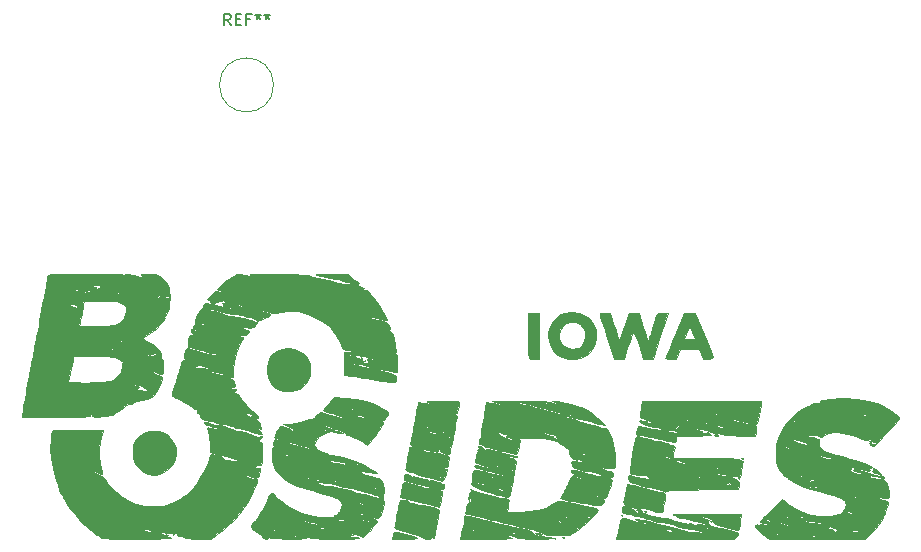
<source format=gbr>
G04 #@! TF.GenerationSoftware,KiCad,Pcbnew,5.0.1*
G04 #@! TF.CreationDate,2019-01-12T14:11:00-06:00*
G04 #@! TF.ProjectId,lid,6C69642E6B696361645F706362000000,rev?*
G04 #@! TF.SameCoordinates,Original*
G04 #@! TF.FileFunction,Legend,Top*
G04 #@! TF.FilePolarity,Positive*
%FSLAX46Y46*%
G04 Gerber Fmt 4.6, Leading zero omitted, Abs format (unit mm)*
G04 Created by KiCad (PCBNEW 5.0.1) date Sat 12 Jan 2019 02:11:00 PM CST*
%MOMM*%
%LPD*%
G01*
G04 APERTURE LIST*
%ADD10C,0.120000*%
%ADD11C,0.010000*%
%ADD12C,0.150000*%
G04 APERTURE END LIST*
D10*
G04 #@! TO.C,REF\002A\002A*
X129786000Y-66000000D02*
G75*
G03X129786000Y-66000000I-2286000J0D01*
G01*
D11*
G04 #@! TO.C,G\002A\002A\002A*
G36*
X167687333Y-98961000D02*
X167645000Y-99003333D01*
X167602667Y-98961000D01*
X167645000Y-98918667D01*
X167687333Y-98961000D01*
X167687333Y-98961000D01*
G37*
X167687333Y-98961000D02*
X167645000Y-99003333D01*
X167602667Y-98961000D01*
X167645000Y-98918667D01*
X167687333Y-98961000D01*
G36*
X134582667Y-82012753D02*
X136064333Y-82030889D01*
X136551167Y-82399283D01*
X136788754Y-82583187D01*
X136962105Y-82725217D01*
X137037199Y-82797384D01*
X137038000Y-82799839D01*
X136962409Y-82827720D01*
X136759808Y-82815495D01*
X136466451Y-82767980D01*
X136118593Y-82689991D01*
X136022000Y-82664862D01*
X135631951Y-82565715D01*
X135212106Y-82467053D01*
X134963667Y-82413228D01*
X133397333Y-82065527D01*
X133361178Y-82040419D01*
X133487163Y-82022529D01*
X133768235Y-82012173D01*
X134197341Y-82009664D01*
X134582667Y-82012753D01*
X134582667Y-82012753D01*
G37*
X134582667Y-82012753D02*
X136064333Y-82030889D01*
X136551167Y-82399283D01*
X136788754Y-82583187D01*
X136962105Y-82725217D01*
X137037199Y-82797384D01*
X137038000Y-82799839D01*
X136962409Y-82827720D01*
X136759808Y-82815495D01*
X136466451Y-82767980D01*
X136118593Y-82689991D01*
X136022000Y-82664862D01*
X135631951Y-82565715D01*
X135212106Y-82467053D01*
X134963667Y-82413228D01*
X133397333Y-82065527D01*
X133361178Y-82040419D01*
X133487163Y-82022529D01*
X133768235Y-82012173D01*
X134197341Y-82009664D01*
X134582667Y-82012753D01*
G36*
X166228853Y-87128833D02*
X166449580Y-87652899D01*
X166646135Y-88127938D01*
X166809259Y-88530883D01*
X166929692Y-88838664D01*
X166998176Y-89028214D01*
X167010486Y-89076167D01*
X166928377Y-89148541D01*
X166682533Y-89180345D01*
X166581974Y-89182000D01*
X166153949Y-89182000D01*
X165978019Y-88758667D01*
X165802090Y-88335333D01*
X164206616Y-88335333D01*
X164030686Y-88758667D01*
X163854757Y-89182000D01*
X163393323Y-89182000D01*
X163145696Y-89170383D01*
X162990019Y-89140405D01*
X162960111Y-89111057D01*
X162999837Y-89016236D01*
X163096301Y-88787906D01*
X163240038Y-88448414D01*
X163421583Y-88020105D01*
X163631469Y-87525327D01*
X163647029Y-87488667D01*
X164557137Y-87488667D01*
X165475684Y-87488667D01*
X165248244Y-86943927D01*
X165128996Y-86668852D01*
X165042350Y-86532596D01*
X164965376Y-86539747D01*
X164875146Y-86694890D01*
X164748730Y-87002612D01*
X164731079Y-87047374D01*
X164557137Y-87488667D01*
X163647029Y-87488667D01*
X163784952Y-87163724D01*
X164581570Y-85287333D01*
X165446734Y-85287333D01*
X166228853Y-87128833D01*
X166228853Y-87128833D01*
G37*
X166228853Y-87128833D02*
X166449580Y-87652899D01*
X166646135Y-88127938D01*
X166809259Y-88530883D01*
X166929692Y-88838664D01*
X166998176Y-89028214D01*
X167010486Y-89076167D01*
X166928377Y-89148541D01*
X166682533Y-89180345D01*
X166581974Y-89182000D01*
X166153949Y-89182000D01*
X165978019Y-88758667D01*
X165802090Y-88335333D01*
X164206616Y-88335333D01*
X164030686Y-88758667D01*
X163854757Y-89182000D01*
X163393323Y-89182000D01*
X163145696Y-89170383D01*
X162990019Y-89140405D01*
X162960111Y-89111057D01*
X162999837Y-89016236D01*
X163096301Y-88787906D01*
X163240038Y-88448414D01*
X163421583Y-88020105D01*
X163631469Y-87525327D01*
X163647029Y-87488667D01*
X164557137Y-87488667D01*
X165475684Y-87488667D01*
X165248244Y-86943927D01*
X165128996Y-86668852D01*
X165042350Y-86532596D01*
X164965376Y-86539747D01*
X164875146Y-86694890D01*
X164748730Y-87002612D01*
X164731079Y-87047374D01*
X164557137Y-87488667D01*
X163647029Y-87488667D01*
X163784952Y-87163724D01*
X164581570Y-85287333D01*
X165446734Y-85287333D01*
X166228853Y-87128833D01*
G36*
X157672835Y-85283742D02*
X157810847Y-85287333D01*
X158282051Y-85287333D01*
X158624359Y-86376416D01*
X158750611Y-86784919D01*
X158855864Y-87138478D01*
X158930610Y-87404163D01*
X158965339Y-87549044D01*
X158966667Y-87561749D01*
X158987708Y-87672007D01*
X159050124Y-87620535D01*
X159152851Y-87409533D01*
X159294826Y-87041201D01*
X159474985Y-86517737D01*
X159482894Y-86493833D01*
X159867588Y-85329667D01*
X160690411Y-85329667D01*
X161075105Y-86493833D01*
X161214259Y-86906092D01*
X161337286Y-87254055D01*
X161433719Y-87509360D01*
X161493093Y-87643646D01*
X161504400Y-87657138D01*
X161543636Y-87580460D01*
X161619908Y-87370984D01*
X161723071Y-87058541D01*
X161842985Y-86672961D01*
X161873678Y-86571020D01*
X161998782Y-86160819D01*
X162111666Y-85805295D01*
X162201309Y-85538150D01*
X162256687Y-85393084D01*
X162262692Y-85381668D01*
X162395321Y-85316437D01*
X162669737Y-85299646D01*
X162761505Y-85303619D01*
X163195984Y-85329667D01*
X162547503Y-87255833D01*
X161899022Y-89182000D01*
X161103873Y-89182000D01*
X160693012Y-87986972D01*
X160539312Y-87533650D01*
X160424687Y-87212002D01*
X160334668Y-87025775D01*
X160254783Y-86978716D01*
X160170562Y-87074574D01*
X160067535Y-87317096D01*
X159931230Y-87710030D01*
X159756566Y-88229500D01*
X159433115Y-89182000D01*
X158647372Y-89182000D01*
X158044225Y-87436741D01*
X157819747Y-86790132D01*
X157645575Y-86286829D01*
X157519777Y-85909065D01*
X157440426Y-85639071D01*
X157405591Y-85459078D01*
X157413344Y-85351317D01*
X157461755Y-85298020D01*
X157548895Y-85281418D01*
X157672835Y-85283742D01*
X157672835Y-85283742D01*
G37*
X157672835Y-85283742D02*
X157810847Y-85287333D01*
X158282051Y-85287333D01*
X158624359Y-86376416D01*
X158750611Y-86784919D01*
X158855864Y-87138478D01*
X158930610Y-87404163D01*
X158965339Y-87549044D01*
X158966667Y-87561749D01*
X158987708Y-87672007D01*
X159050124Y-87620535D01*
X159152851Y-87409533D01*
X159294826Y-87041201D01*
X159474985Y-86517737D01*
X159482894Y-86493833D01*
X159867588Y-85329667D01*
X160690411Y-85329667D01*
X161075105Y-86493833D01*
X161214259Y-86906092D01*
X161337286Y-87254055D01*
X161433719Y-87509360D01*
X161493093Y-87643646D01*
X161504400Y-87657138D01*
X161543636Y-87580460D01*
X161619908Y-87370984D01*
X161723071Y-87058541D01*
X161842985Y-86672961D01*
X161873678Y-86571020D01*
X161998782Y-86160819D01*
X162111666Y-85805295D01*
X162201309Y-85538150D01*
X162256687Y-85393084D01*
X162262692Y-85381668D01*
X162395321Y-85316437D01*
X162669737Y-85299646D01*
X162761505Y-85303619D01*
X163195984Y-85329667D01*
X162547503Y-87255833D01*
X161899022Y-89182000D01*
X161103873Y-89182000D01*
X160693012Y-87986972D01*
X160539312Y-87533650D01*
X160424687Y-87212002D01*
X160334668Y-87025775D01*
X160254783Y-86978716D01*
X160170562Y-87074574D01*
X160067535Y-87317096D01*
X159931230Y-87710030D01*
X159756566Y-88229500D01*
X159433115Y-89182000D01*
X158647372Y-89182000D01*
X158044225Y-87436741D01*
X157819747Y-86790132D01*
X157645575Y-86286829D01*
X157519777Y-85909065D01*
X157440426Y-85639071D01*
X157405591Y-85459078D01*
X157413344Y-85351317D01*
X157461755Y-85298020D01*
X157548895Y-85281418D01*
X157672835Y-85283742D01*
G36*
X155627255Y-85294639D02*
X156078342Y-85442649D01*
X156466963Y-85709253D01*
X156612675Y-85851079D01*
X156912875Y-86283610D01*
X157078540Y-86783007D01*
X157110390Y-87314253D01*
X157009145Y-87842333D01*
X156775527Y-88332229D01*
X156555927Y-88610552D01*
X156183181Y-88918264D01*
X155750089Y-89102835D01*
X155220689Y-89177929D01*
X155054206Y-89181205D01*
X154694109Y-89169891D01*
X154428976Y-89125252D01*
X154185156Y-89029575D01*
X153993590Y-88926115D01*
X153563428Y-88589615D01*
X153256484Y-88162115D01*
X153076643Y-87672753D01*
X153027787Y-87150667D01*
X153032084Y-87124403D01*
X153980979Y-87124403D01*
X154000168Y-87527425D01*
X154119500Y-87846994D01*
X154372060Y-88127944D01*
X154720664Y-88306781D01*
X155118153Y-88371763D01*
X155517369Y-88311148D01*
X155688805Y-88237748D01*
X155923860Y-88024042D01*
X156085585Y-87704207D01*
X156164762Y-87328845D01*
X156152171Y-86948552D01*
X156038595Y-86613930D01*
X155996658Y-86547959D01*
X155697910Y-86257021D01*
X155327138Y-86088406D01*
X154929094Y-86054327D01*
X154566541Y-86157648D01*
X154276624Y-86392435D01*
X154077284Y-86730379D01*
X153980979Y-87124403D01*
X153032084Y-87124403D01*
X153113798Y-86624993D01*
X153338561Y-86124869D01*
X153578084Y-85808260D01*
X153944864Y-85505416D01*
X154393090Y-85322778D01*
X154948105Y-85250858D01*
X155072000Y-85248925D01*
X155627255Y-85294639D01*
X155627255Y-85294639D01*
G37*
X155627255Y-85294639D02*
X156078342Y-85442649D01*
X156466963Y-85709253D01*
X156612675Y-85851079D01*
X156912875Y-86283610D01*
X157078540Y-86783007D01*
X157110390Y-87314253D01*
X157009145Y-87842333D01*
X156775527Y-88332229D01*
X156555927Y-88610552D01*
X156183181Y-88918264D01*
X155750089Y-89102835D01*
X155220689Y-89177929D01*
X155054206Y-89181205D01*
X154694109Y-89169891D01*
X154428976Y-89125252D01*
X154185156Y-89029575D01*
X153993590Y-88926115D01*
X153563428Y-88589615D01*
X153256484Y-88162115D01*
X153076643Y-87672753D01*
X153027787Y-87150667D01*
X153032084Y-87124403D01*
X153980979Y-87124403D01*
X154000168Y-87527425D01*
X154119500Y-87846994D01*
X154372060Y-88127944D01*
X154720664Y-88306781D01*
X155118153Y-88371763D01*
X155517369Y-88311148D01*
X155688805Y-88237748D01*
X155923860Y-88024042D01*
X156085585Y-87704207D01*
X156164762Y-87328845D01*
X156152171Y-86948552D01*
X156038595Y-86613930D01*
X155996658Y-86547959D01*
X155697910Y-86257021D01*
X155327138Y-86088406D01*
X154929094Y-86054327D01*
X154566541Y-86157648D01*
X154276624Y-86392435D01*
X154077284Y-86730379D01*
X153980979Y-87124403D01*
X153032084Y-87124403D01*
X153113798Y-86624993D01*
X153338561Y-86124869D01*
X153578084Y-85808260D01*
X153944864Y-85505416D01*
X154393090Y-85322778D01*
X154948105Y-85250858D01*
X155072000Y-85248925D01*
X155627255Y-85294639D01*
G36*
X152278000Y-89182000D02*
X151868778Y-89182000D01*
X151617961Y-89171199D01*
X151443291Y-89143762D01*
X151403111Y-89125555D01*
X151386779Y-89028031D01*
X151372301Y-88786126D01*
X151360400Y-88424789D01*
X151351800Y-87968969D01*
X151347222Y-87443614D01*
X151346667Y-87178222D01*
X151346667Y-85287333D01*
X152278000Y-85287333D01*
X152278000Y-89182000D01*
X152278000Y-89182000D01*
G37*
X152278000Y-89182000D02*
X151868778Y-89182000D01*
X151617961Y-89171199D01*
X151443291Y-89143762D01*
X151403111Y-89125555D01*
X151386779Y-89028031D01*
X151372301Y-88786126D01*
X151360400Y-88424789D01*
X151351800Y-87968969D01*
X151347222Y-87443614D01*
X151346667Y-87178222D01*
X151346667Y-85287333D01*
X152278000Y-85287333D01*
X152278000Y-89182000D01*
G36*
X137517778Y-89294889D02*
X137527911Y-89395368D01*
X137517778Y-89407778D01*
X137467443Y-89396155D01*
X137461333Y-89351333D01*
X137492311Y-89281643D01*
X137517778Y-89294889D01*
X137517778Y-89294889D01*
G37*
X137517778Y-89294889D02*
X137527911Y-89395368D01*
X137517778Y-89407778D01*
X137467443Y-89396155D01*
X137461333Y-89351333D01*
X137492311Y-89281643D01*
X137517778Y-89294889D01*
G36*
X131507417Y-88321340D02*
X131967033Y-88500207D01*
X132371598Y-88799162D01*
X132692419Y-89217833D01*
X132728239Y-89284460D01*
X132851284Y-89658343D01*
X132894134Y-90097762D01*
X132857492Y-90535110D01*
X132742064Y-90902781D01*
X132710794Y-90960000D01*
X132383679Y-91413938D01*
X132042669Y-91713740D01*
X131958000Y-91762451D01*
X131673720Y-91857000D01*
X131298439Y-91915613D01*
X130908116Y-91930594D01*
X130603333Y-91899706D01*
X130095858Y-91711053D01*
X129674347Y-91382644D01*
X129376048Y-90960737D01*
X129292316Y-90685613D01*
X129251942Y-90311637D01*
X129254481Y-89903530D01*
X129299493Y-89526011D01*
X129386532Y-89243800D01*
X129387810Y-89241295D01*
X129692292Y-88814163D01*
X130085187Y-88508972D01*
X130537801Y-88325352D01*
X131021442Y-88262932D01*
X131507417Y-88321340D01*
X131507417Y-88321340D01*
G37*
X131507417Y-88321340D02*
X131967033Y-88500207D01*
X132371598Y-88799162D01*
X132692419Y-89217833D01*
X132728239Y-89284460D01*
X132851284Y-89658343D01*
X132894134Y-90097762D01*
X132857492Y-90535110D01*
X132742064Y-90902781D01*
X132710794Y-90960000D01*
X132383679Y-91413938D01*
X132042669Y-91713740D01*
X131958000Y-91762451D01*
X131673720Y-91857000D01*
X131298439Y-91915613D01*
X130908116Y-91930594D01*
X130603333Y-91899706D01*
X130095858Y-91711053D01*
X129674347Y-91382644D01*
X129376048Y-90960737D01*
X129292316Y-90685613D01*
X129251942Y-90311637D01*
X129254481Y-89903530D01*
X129299493Y-89526011D01*
X129386532Y-89243800D01*
X129387810Y-89241295D01*
X129692292Y-88814163D01*
X130085187Y-88508972D01*
X130537801Y-88325352D01*
X131021442Y-88262932D01*
X131507417Y-88321340D01*
G36*
X114823209Y-81987551D02*
X115589669Y-81994178D01*
X116193522Y-82005170D01*
X116633192Y-82020484D01*
X116907100Y-82040077D01*
X117013669Y-82063907D01*
X117014333Y-82070000D01*
X117021046Y-82148019D01*
X117051670Y-82154667D01*
X117137333Y-82089355D01*
X117141333Y-82062055D01*
X117214779Y-82010979D01*
X117439659Y-82012460D01*
X117585833Y-82029295D01*
X117841400Y-82068492D01*
X118018155Y-82104569D01*
X118065092Y-82121387D01*
X118042133Y-82200566D01*
X117938698Y-82344647D01*
X117839865Y-82464220D01*
X117844292Y-82473868D01*
X117880277Y-82443017D01*
X119198449Y-82443017D01*
X119258000Y-82493333D01*
X119393096Y-82569483D01*
X119411095Y-82540803D01*
X119385000Y-82493333D01*
X119261351Y-82412835D01*
X119231836Y-82409963D01*
X119198449Y-82443017D01*
X117880277Y-82443017D01*
X117962579Y-82372459D01*
X117985544Y-82352222D01*
X118778222Y-82352222D01*
X118789844Y-82402556D01*
X118834667Y-82408667D01*
X118904357Y-82377688D01*
X118891111Y-82352222D01*
X118790631Y-82342089D01*
X118778222Y-82352222D01*
X117985544Y-82352222D01*
X118001784Y-82337912D01*
X118180250Y-82209708D01*
X118321312Y-82199014D01*
X118394455Y-82230300D01*
X118557160Y-82273834D01*
X118661385Y-82201757D01*
X118704721Y-82106751D01*
X118605371Y-82057410D01*
X118564442Y-82049641D01*
X118556336Y-82035048D01*
X118691787Y-82022644D01*
X118945022Y-82014088D01*
X119158711Y-82011387D01*
X119529975Y-82011301D01*
X119778646Y-82024692D01*
X119951462Y-82063826D01*
X120095158Y-82140970D01*
X120256472Y-82268390D01*
X120309633Y-82313449D01*
X120672805Y-82712025D01*
X120897918Y-83185651D01*
X120976191Y-83530500D01*
X121025354Y-83848000D01*
X120687013Y-83848000D01*
X120461969Y-83867361D01*
X120398984Y-83924863D01*
X120406003Y-83940762D01*
X120521532Y-83995619D01*
X120724208Y-84002909D01*
X120739994Y-84001226D01*
X121016654Y-83968927D01*
X120970553Y-84479964D01*
X120925455Y-84810707D01*
X120858632Y-85116414D01*
X120809756Y-85266167D01*
X120715272Y-85443946D01*
X120587253Y-85526807D01*
X120360612Y-85554541D01*
X120336364Y-85555566D01*
X119977667Y-85569799D01*
X120295167Y-85603010D01*
X120530108Y-85648994D01*
X120603949Y-85727034D01*
X120523460Y-85846973D01*
X120485667Y-85880000D01*
X120379240Y-86002084D01*
X120358667Y-86059429D01*
X120295538Y-86174857D01*
X120128927Y-86358796D01*
X119892997Y-86581128D01*
X119621914Y-86811739D01*
X119349839Y-87020510D01*
X119110937Y-87177324D01*
X119057751Y-87206239D01*
X118851564Y-87316118D01*
X118749088Y-87400874D01*
X118760919Y-87483357D01*
X118897652Y-87586420D01*
X119169881Y-87732913D01*
X119342667Y-87820741D01*
X119678142Y-88031218D01*
X119955859Y-88280982D01*
X120149632Y-88538265D01*
X120233281Y-88771300D01*
X120220092Y-88885298D01*
X120235709Y-89044626D01*
X120300190Y-89122568D01*
X120389571Y-89265011D01*
X120440638Y-89534595D01*
X120455687Y-89947322D01*
X120451537Y-90176833D01*
X120427693Y-90367006D01*
X120339553Y-90441066D01*
X120196389Y-90452000D01*
X120010776Y-90428125D01*
X119921222Y-90373593D01*
X119826977Y-90299776D01*
X119639983Y-90232349D01*
X119639838Y-90232313D01*
X119474463Y-90197719D01*
X119449050Y-90223614D01*
X119520518Y-90303280D01*
X119685022Y-90411845D01*
X119930270Y-90517729D01*
X120006513Y-90542629D01*
X120212794Y-90620556D01*
X120323986Y-90721941D01*
X120343072Y-90877224D01*
X120273035Y-91116846D01*
X120116857Y-91471247D01*
X120100830Y-91505261D01*
X119828110Y-92003955D01*
X119551381Y-92346034D01*
X119259001Y-92544041D01*
X119088667Y-92595825D01*
X118591094Y-92692922D01*
X118239696Y-92770805D01*
X118013123Y-92834939D01*
X117890023Y-92890788D01*
X117868721Y-92908079D01*
X117712450Y-92985699D01*
X117658117Y-92992000D01*
X117488475Y-93049764D01*
X117195160Y-93223009D01*
X116778281Y-93511669D01*
X116492894Y-93722207D01*
X116308907Y-93848853D01*
X116131769Y-93932606D01*
X115913634Y-93986789D01*
X115606661Y-94024723D01*
X115322695Y-94048039D01*
X114939681Y-94073602D01*
X114689190Y-94078689D01*
X114535248Y-94059638D01*
X114441882Y-94012793D01*
X114386619Y-93952832D01*
X114297145Y-93847536D01*
X114268385Y-93878502D01*
X114265359Y-93944885D01*
X114255413Y-93984847D01*
X114216094Y-94016914D01*
X114130777Y-94041921D01*
X113982834Y-94060707D01*
X113755641Y-94074109D01*
X113432573Y-94082964D01*
X112997003Y-94088109D01*
X112432305Y-94090381D01*
X111721855Y-94090619D01*
X111377554Y-94090315D01*
X108492442Y-94087192D01*
X108551687Y-93518429D01*
X108591002Y-93208805D01*
X108635748Y-92956432D01*
X108673787Y-92822667D01*
X108718852Y-92670413D01*
X108766705Y-92416705D01*
X108788942Y-92257743D01*
X116318287Y-92257743D01*
X116357265Y-92329982D01*
X116377725Y-92355062D01*
X116497053Y-92472485D01*
X116545975Y-92445420D01*
X116548667Y-92408392D01*
X116480806Y-92317463D01*
X116409691Y-92279453D01*
X116318287Y-92257743D01*
X108788942Y-92257743D01*
X108792823Y-92230000D01*
X108834982Y-91933667D01*
X119596667Y-91933667D01*
X119639000Y-91976000D01*
X119681333Y-91933667D01*
X119639000Y-91891333D01*
X119596667Y-91933667D01*
X108834982Y-91933667D01*
X108857125Y-91778031D01*
X108901591Y-91514369D01*
X117429158Y-91514369D01*
X117517349Y-91597693D01*
X117677528Y-91694721D01*
X117766364Y-91722000D01*
X117774873Y-91681016D01*
X117686682Y-91597693D01*
X117526503Y-91500664D01*
X117437667Y-91473385D01*
X117429158Y-91514369D01*
X108901591Y-91514369D01*
X108932670Y-91330088D01*
X114296702Y-91330088D01*
X114389667Y-91383333D01*
X114569171Y-91446825D01*
X114661787Y-91454842D01*
X114635578Y-91407382D01*
X114601333Y-91383333D01*
X114492340Y-91341000D01*
X117056667Y-91341000D01*
X117099000Y-91383333D01*
X117136389Y-91345944D01*
X117591571Y-91345944D01*
X117685647Y-91387611D01*
X117873515Y-91426804D01*
X118184590Y-91483545D01*
X118349895Y-91530327D01*
X118391737Y-91577792D01*
X118332421Y-91636582D01*
X118324294Y-91641888D01*
X118257686Y-91734120D01*
X118337444Y-91813739D01*
X118540607Y-91869473D01*
X118829682Y-91890037D01*
X119053452Y-91886143D01*
X119132419Y-91862888D01*
X119112029Y-91834889D01*
X119370889Y-91834889D01*
X119382511Y-91885223D01*
X119427333Y-91891333D01*
X119497023Y-91860355D01*
X119483778Y-91834889D01*
X119383298Y-91824756D01*
X119370889Y-91834889D01*
X119112029Y-91834889D01*
X119091036Y-91806063D01*
X119041349Y-91767026D01*
X118887649Y-91669382D01*
X118807452Y-91640026D01*
X118695833Y-91584213D01*
X118619152Y-91518581D01*
X118469428Y-91438485D01*
X118221040Y-91367378D01*
X118069446Y-91340557D01*
X117800723Y-91314822D01*
X117635681Y-91319149D01*
X117591571Y-91345944D01*
X117136389Y-91345944D01*
X117141333Y-91341000D01*
X117099000Y-91298667D01*
X117056667Y-91341000D01*
X114492340Y-91341000D01*
X114420591Y-91313133D01*
X114347333Y-91305914D01*
X114296702Y-91330088D01*
X108932670Y-91330088D01*
X108955816Y-91192846D01*
X108967597Y-91129333D01*
X112422965Y-91129333D01*
X112898316Y-91130630D01*
X113178337Y-91141839D01*
X113393790Y-91169307D01*
X113472363Y-91194130D01*
X113616024Y-91239325D01*
X113821489Y-91259841D01*
X114023605Y-91255210D01*
X114157219Y-91224965D01*
X114178000Y-91199185D01*
X114256600Y-91169662D01*
X114468208Y-91146627D01*
X114776532Y-91133087D01*
X115003500Y-91130785D01*
X115425492Y-91124529D01*
X115729868Y-91098673D01*
X115967946Y-91045207D01*
X116191048Y-90956121D01*
X116224146Y-90940285D01*
X116611007Y-90668564D01*
X116863573Y-90303293D01*
X116963718Y-89887555D01*
X119709555Y-89887555D01*
X119721178Y-89937890D01*
X119766000Y-89944000D01*
X119835690Y-89913022D01*
X119822444Y-89887555D01*
X119721965Y-89877422D01*
X119709555Y-89887555D01*
X116963718Y-89887555D01*
X116969469Y-89863683D01*
X116972000Y-89779309D01*
X116989419Y-89559899D01*
X117036691Y-89473624D01*
X117056667Y-89478333D01*
X117134592Y-89469531D01*
X117141333Y-89437285D01*
X117077967Y-89365143D01*
X117035500Y-89366190D01*
X116896619Y-89338108D01*
X116706488Y-89239531D01*
X116698744Y-89234416D01*
X116570434Y-89161758D01*
X118278721Y-89161758D01*
X118361944Y-89175316D01*
X118471758Y-89159749D01*
X118473069Y-89130847D01*
X118359752Y-89110636D01*
X118310792Y-89124163D01*
X118278721Y-89161758D01*
X116570434Y-89161758D01*
X116517866Y-89131991D01*
X116306267Y-89054682D01*
X116038529Y-88999221D01*
X115764937Y-88970333D01*
X116972000Y-88970333D01*
X117014333Y-89012667D01*
X117056667Y-88970333D01*
X117014333Y-88928000D01*
X116972000Y-88970333D01*
X115764937Y-88970333D01*
X115689237Y-88962340D01*
X115232974Y-88940770D01*
X114644325Y-88931245D01*
X114331354Y-88930020D01*
X112833709Y-88928000D01*
X112780974Y-89330167D01*
X112736617Y-89610582D01*
X112667795Y-89982540D01*
X112588210Y-90372606D01*
X112575603Y-90430833D01*
X112422965Y-91129333D01*
X108967597Y-91129333D01*
X109069682Y-90579000D01*
X111553333Y-90579000D01*
X111595667Y-90621333D01*
X111638000Y-90579000D01*
X111595667Y-90536667D01*
X111553333Y-90579000D01*
X109069682Y-90579000D01*
X109083267Y-90505766D01*
X109233851Y-89748113D01*
X109272030Y-89563000D01*
X109388823Y-88985714D01*
X109428670Y-88780137D01*
X111656206Y-88780137D01*
X111726332Y-88826281D01*
X111765000Y-88843333D01*
X111924897Y-88908889D01*
X111967445Y-88906852D01*
X111934333Y-88843333D01*
X111813974Y-88772209D01*
X111738836Y-88764617D01*
X111656206Y-88780137D01*
X109428670Y-88780137D01*
X109443865Y-88701743D01*
X116995621Y-88701743D01*
X117034598Y-88773982D01*
X117055058Y-88799062D01*
X117174386Y-88916485D01*
X117223308Y-88889420D01*
X117225555Y-88858510D01*
X119065930Y-88858510D01*
X119178098Y-88917485D01*
X119239168Y-88931098D01*
X119552104Y-88953394D01*
X119784542Y-88892644D01*
X119888272Y-88782790D01*
X119891224Y-88695048D01*
X119788127Y-88712836D01*
X119490717Y-88804517D01*
X119276349Y-88824096D01*
X119175817Y-88769814D01*
X119172037Y-88748083D01*
X119153565Y-88681683D01*
X119089705Y-88758667D01*
X119065930Y-88858510D01*
X117225555Y-88858510D01*
X117226000Y-88852392D01*
X117187647Y-88801000D01*
X118834667Y-88801000D01*
X118877000Y-88843333D01*
X118919333Y-88801000D01*
X118877000Y-88758667D01*
X118834667Y-88801000D01*
X117187647Y-88801000D01*
X117158140Y-88761463D01*
X117087024Y-88723453D01*
X116995621Y-88701743D01*
X109443865Y-88701743D01*
X109476594Y-88532889D01*
X116830889Y-88532889D01*
X116842511Y-88583223D01*
X116887333Y-88589333D01*
X116957023Y-88558355D01*
X116943778Y-88532889D01*
X116843298Y-88522756D01*
X116830889Y-88532889D01*
X109476594Y-88532889D01*
X109490270Y-88462333D01*
X117395333Y-88462333D01*
X117437667Y-88504667D01*
X117480000Y-88462333D01*
X117437667Y-88420000D01*
X117395333Y-88462333D01*
X109490270Y-88462333D01*
X109507979Y-88370976D01*
X109527637Y-88265331D01*
X115895786Y-88265331D01*
X115926202Y-88315133D01*
X115956000Y-88335333D01*
X116131207Y-88414116D01*
X116207380Y-88363687D01*
X116210000Y-88335333D01*
X116138292Y-88269754D01*
X116019500Y-88251963D01*
X115895786Y-88265331D01*
X109527637Y-88265331D01*
X109618039Y-87779516D01*
X109619804Y-87769504D01*
X114879056Y-87769504D01*
X114891843Y-87795639D01*
X114959850Y-87852201D01*
X115053694Y-87965722D01*
X115051573Y-88026205D01*
X115037284Y-88079763D01*
X115047892Y-88081333D01*
X115134588Y-88021514D01*
X115149041Y-88000915D01*
X115130706Y-87940222D01*
X115391555Y-87940222D01*
X115403178Y-87990556D01*
X115448000Y-87996667D01*
X115517690Y-87965688D01*
X115504444Y-87940222D01*
X115403965Y-87930089D01*
X115391555Y-87940222D01*
X115130706Y-87940222D01*
X115121462Y-87909623D01*
X115065624Y-87869667D01*
X116887333Y-87869667D01*
X116929667Y-87912000D01*
X116972000Y-87869667D01*
X116929667Y-87827333D01*
X116887333Y-87869667D01*
X115065624Y-87869667D01*
X115005871Y-87826910D01*
X114879056Y-87769504D01*
X109619804Y-87769504D01*
X109646214Y-87619777D01*
X110572536Y-87619777D01*
X110580266Y-87658970D01*
X110670822Y-87729155D01*
X110767867Y-87740934D01*
X110791333Y-87709392D01*
X110724920Y-87655015D01*
X110694709Y-87641384D01*
X116751754Y-87641384D01*
X116760333Y-87658000D01*
X116878267Y-87725636D01*
X116998163Y-87741370D01*
X117118944Y-87727910D01*
X117085152Y-87677204D01*
X117056667Y-87658000D01*
X116899327Y-87588194D01*
X116779390Y-87582655D01*
X116751754Y-87641384D01*
X110694709Y-87641384D01*
X110659936Y-87625695D01*
X110572536Y-87619777D01*
X109646214Y-87619777D01*
X109679295Y-87432222D01*
X115222222Y-87432222D01*
X115233844Y-87482556D01*
X115278667Y-87488667D01*
X115348357Y-87457688D01*
X115335111Y-87432222D01*
X115234631Y-87422089D01*
X115222222Y-87432222D01*
X109679295Y-87432222D01*
X109706674Y-87277000D01*
X115956000Y-87277000D01*
X115998333Y-87319333D01*
X116040667Y-87277000D01*
X115998333Y-87234667D01*
X115956000Y-87277000D01*
X109706674Y-87277000D01*
X109707545Y-87272062D01*
X109731359Y-87128833D01*
X109736251Y-87107667D01*
X114601333Y-87107667D01*
X114643667Y-87150000D01*
X114686000Y-87107667D01*
X114643667Y-87065333D01*
X114601333Y-87107667D01*
X109736251Y-87107667D01*
X109775392Y-86938333D01*
X113585333Y-86938333D01*
X113627667Y-86980667D01*
X113670000Y-86938333D01*
X113627667Y-86896000D01*
X113585333Y-86938333D01*
X109775392Y-86938333D01*
X109778483Y-86924965D01*
X109830819Y-86816170D01*
X109842670Y-86810623D01*
X109877043Y-86733172D01*
X109907248Y-86532068D01*
X109911241Y-86476215D01*
X115388704Y-86476215D01*
X115410580Y-86513276D01*
X115546481Y-86601957D01*
X115617333Y-86642000D01*
X115824400Y-86754069D01*
X115923172Y-86799823D01*
X115953731Y-86794549D01*
X115956000Y-86771174D01*
X115888779Y-86708631D01*
X115731320Y-86616003D01*
X115549927Y-86527763D01*
X115410905Y-86478387D01*
X115388704Y-86476215D01*
X109911241Y-86476215D01*
X109917973Y-86382057D01*
X113329599Y-86382057D01*
X114198299Y-86406195D01*
X115028525Y-86415210D01*
X115695586Y-86391426D01*
X116202472Y-86334693D01*
X116391377Y-86295305D01*
X116682087Y-86157822D01*
X116975318Y-85911186D01*
X117005210Y-85878949D01*
X117245434Y-85518349D01*
X117327475Y-85162432D01*
X117256130Y-84834384D01*
X117036196Y-84557391D01*
X116691321Y-84361640D01*
X116661521Y-84356000D01*
X118072667Y-84356000D01*
X118103645Y-84425690D01*
X118129111Y-84412444D01*
X118131957Y-84384222D01*
X120471555Y-84384222D01*
X120483178Y-84434556D01*
X120528000Y-84440667D01*
X120597690Y-84409688D01*
X120584444Y-84384222D01*
X120483965Y-84374089D01*
X120471555Y-84384222D01*
X118131957Y-84384222D01*
X118139244Y-84311965D01*
X118129111Y-84299555D01*
X119116889Y-84299555D01*
X119128511Y-84349890D01*
X119173333Y-84356000D01*
X119243023Y-84325022D01*
X119229778Y-84299555D01*
X119129298Y-84289422D01*
X119116889Y-84299555D01*
X118129111Y-84299555D01*
X118078777Y-84311178D01*
X118072667Y-84356000D01*
X116661521Y-84356000D01*
X116524169Y-84330005D01*
X116222463Y-84303329D01*
X115820954Y-84283592D01*
X115354397Y-84272776D01*
X115107801Y-84271333D01*
X113762626Y-84271333D01*
X113674452Y-84588833D01*
X113614914Y-84857669D01*
X113585860Y-85095449D01*
X113585333Y-85118000D01*
X113563128Y-85349358D01*
X113510757Y-85616752D01*
X113508411Y-85626000D01*
X113440024Y-85901256D01*
X113381479Y-86150130D01*
X113381016Y-86152195D01*
X113329599Y-86382057D01*
X109917973Y-86382057D01*
X109924819Y-86286316D01*
X109954923Y-85952962D01*
X110014892Y-85532870D01*
X110093241Y-85103509D01*
X110116097Y-84995860D01*
X110173060Y-84737000D01*
X111468667Y-84737000D01*
X111511000Y-84779333D01*
X111553333Y-84737000D01*
X111511000Y-84694667D01*
X111468667Y-84737000D01*
X110173060Y-84737000D01*
X110202767Y-84602006D01*
X110214583Y-84548288D01*
X112518156Y-84548288D01*
X112548282Y-84612117D01*
X112682797Y-84703012D01*
X112866468Y-84791526D01*
X113044057Y-84848211D01*
X113093503Y-84855019D01*
X113242165Y-84824710D01*
X113282465Y-84789906D01*
X113237251Y-84731014D01*
X113083092Y-84658220D01*
X112877325Y-84589650D01*
X112677283Y-84543429D01*
X112540299Y-84537682D01*
X112518156Y-84548288D01*
X110214583Y-84548288D01*
X110286367Y-84221952D01*
X110287919Y-84214889D01*
X117677555Y-84214889D01*
X117689178Y-84265223D01*
X117734000Y-84271333D01*
X117803690Y-84240355D01*
X117797784Y-84229000D01*
X117903333Y-84229000D01*
X117945667Y-84271333D01*
X117988000Y-84229000D01*
X117945667Y-84186667D01*
X117903333Y-84229000D01*
X117797784Y-84229000D01*
X117790444Y-84214889D01*
X117689965Y-84204756D01*
X117677555Y-84214889D01*
X110287919Y-84214889D01*
X110306534Y-84130222D01*
X117423555Y-84130222D01*
X117435178Y-84180556D01*
X117480000Y-84186667D01*
X117549690Y-84155688D01*
X117536444Y-84130222D01*
X117435965Y-84120089D01*
X117423555Y-84130222D01*
X110306534Y-84130222D01*
X110326221Y-84040678D01*
X119850667Y-84040678D01*
X119912070Y-84059558D01*
X120020000Y-84017333D01*
X120153979Y-83913471D01*
X120189333Y-83844303D01*
X120130757Y-83818456D01*
X120020000Y-83867649D01*
X119888007Y-83975335D01*
X119850667Y-84040678D01*
X110326221Y-84040678D01*
X110352634Y-83920544D01*
X110368573Y-83848000D01*
X110393736Y-83718491D01*
X114382886Y-83718491D01*
X114389667Y-83763333D01*
X114462087Y-83844016D01*
X114474333Y-83848000D01*
X114541647Y-83788948D01*
X114559000Y-83763333D01*
X114538894Y-83691604D01*
X114474333Y-83678667D01*
X114382886Y-83718491D01*
X110393736Y-83718491D01*
X110409700Y-83636333D01*
X111214667Y-83636333D01*
X111257000Y-83678667D01*
X111299333Y-83636333D01*
X111257000Y-83594000D01*
X111214667Y-83636333D01*
X110409700Y-83636333D01*
X110424491Y-83560213D01*
X110425649Y-83553326D01*
X113774645Y-83553326D01*
X113860080Y-83651070D01*
X113939364Y-83678667D01*
X113973493Y-83630291D01*
X113947294Y-83589003D01*
X116548667Y-83589003D01*
X116610127Y-83675221D01*
X116633333Y-83678667D01*
X116715799Y-83649780D01*
X116718000Y-83641330D01*
X116658671Y-83569044D01*
X116633333Y-83551667D01*
X116555314Y-83558379D01*
X116548667Y-83589003D01*
X113947294Y-83589003D01*
X113922302Y-83549620D01*
X113818771Y-83460864D01*
X113776457Y-83459321D01*
X113774645Y-83553326D01*
X110425649Y-83553326D01*
X110461004Y-83343188D01*
X112823333Y-83343188D01*
X112898762Y-83393804D01*
X113088449Y-83436271D01*
X113183167Y-83447340D01*
X113425052Y-83470782D01*
X113594944Y-83490225D01*
X113623433Y-83494541D01*
X113656135Y-83471607D01*
X113623433Y-83435364D01*
X113599944Y-83424667D01*
X114008667Y-83424667D01*
X114077582Y-83498971D01*
X114140663Y-83509333D01*
X114228298Y-83468287D01*
X114220333Y-83424667D01*
X114164065Y-83382333D01*
X116210000Y-83382333D01*
X116252333Y-83424667D01*
X116294667Y-83382333D01*
X116252333Y-83340000D01*
X116210000Y-83382333D01*
X114164065Y-83382333D01*
X114112090Y-83343229D01*
X114088336Y-83340000D01*
X114010947Y-83404579D01*
X114008667Y-83424667D01*
X113599944Y-83424667D01*
X113498337Y-83378396D01*
X113295434Y-83333662D01*
X113075070Y-83308113D01*
X112897594Y-83308702D01*
X112823352Y-83342380D01*
X112823333Y-83343188D01*
X110461004Y-83343188D01*
X110468663Y-83297667D01*
X115786667Y-83297667D01*
X115829000Y-83340000D01*
X115871333Y-83297667D01*
X118834667Y-83297667D01*
X118877000Y-83340000D01*
X118919333Y-83297667D01*
X118877000Y-83255333D01*
X118834667Y-83297667D01*
X115871333Y-83297667D01*
X115829000Y-83255333D01*
X115786667Y-83297667D01*
X110468663Y-83297667D01*
X110485283Y-83198889D01*
X112174222Y-83198889D01*
X112185844Y-83249223D01*
X112230667Y-83255333D01*
X112300357Y-83224355D01*
X112294451Y-83213000D01*
X112400000Y-83213000D01*
X112442333Y-83255333D01*
X112484667Y-83213000D01*
X112442333Y-83170667D01*
X112400000Y-83213000D01*
X112294451Y-83213000D01*
X112287111Y-83198889D01*
X112186631Y-83188756D01*
X112174222Y-83198889D01*
X110485283Y-83198889D01*
X110486680Y-83190590D01*
X110514853Y-83001333D01*
X114516667Y-83001333D01*
X114585243Y-83076448D01*
X114643667Y-83086000D01*
X114756338Y-83131717D01*
X114770667Y-83170667D01*
X114834014Y-83250147D01*
X115022994Y-83217685D01*
X115054729Y-83205993D01*
X115102588Y-83150424D01*
X115738721Y-83150424D01*
X115821944Y-83163982D01*
X115931758Y-83148416D01*
X115933069Y-83119514D01*
X115819752Y-83099302D01*
X115770792Y-83112830D01*
X115738721Y-83150424D01*
X115102588Y-83150424D01*
X115142878Y-83103645D01*
X115137262Y-83036660D01*
X115064465Y-82981091D01*
X119718055Y-82981091D01*
X119801278Y-82994649D01*
X119911092Y-82979082D01*
X119912403Y-82950180D01*
X119799086Y-82929969D01*
X119750125Y-82943496D01*
X119718055Y-82981091D01*
X115064465Y-82981091D01*
X115040444Y-82962755D01*
X114863783Y-82922517D01*
X114674991Y-82919801D01*
X114541780Y-82958460D01*
X114516667Y-83001333D01*
X110514853Y-83001333D01*
X110535086Y-82865415D01*
X110572370Y-82620333D01*
X114601333Y-82620333D01*
X114643667Y-82662667D01*
X114686000Y-82620333D01*
X114643667Y-82578000D01*
X114601333Y-82620333D01*
X110572370Y-82620333D01*
X110583660Y-82546124D01*
X110611964Y-82391793D01*
X113545983Y-82391793D01*
X113553934Y-82407149D01*
X113760094Y-82505807D01*
X114101300Y-82553277D01*
X114262667Y-82556648D01*
X114425873Y-82550586D01*
X114424900Y-82535667D01*
X117649333Y-82535667D01*
X117691667Y-82578000D01*
X117734000Y-82535667D01*
X117691667Y-82493333D01*
X117649333Y-82535667D01*
X114424900Y-82535667D01*
X114424776Y-82533769D01*
X114347333Y-82517606D01*
X114120884Y-82474139D01*
X113844512Y-82416758D01*
X113807934Y-82408836D01*
X113622187Y-82379758D01*
X113545983Y-82391793D01*
X110611964Y-82391793D01*
X110632242Y-82281232D01*
X110648865Y-82214163D01*
X117278864Y-82214163D01*
X117395333Y-82225965D01*
X117515529Y-82212659D01*
X117501167Y-82183260D01*
X117327824Y-82172077D01*
X117289500Y-82183260D01*
X117278864Y-82214163D01*
X110648865Y-82214163D01*
X110670525Y-82126773D01*
X110671349Y-82124581D01*
X110697970Y-82088514D01*
X110758028Y-82059208D01*
X110867490Y-82035974D01*
X111042322Y-82018123D01*
X111298492Y-82004964D01*
X111651968Y-81995808D01*
X112118716Y-81989966D01*
X112714705Y-81986748D01*
X113455900Y-81985465D01*
X113895722Y-81985333D01*
X114823209Y-81987551D01*
X114823209Y-81987551D01*
G37*
X114823209Y-81987551D02*
X115589669Y-81994178D01*
X116193522Y-82005170D01*
X116633192Y-82020484D01*
X116907100Y-82040077D01*
X117013669Y-82063907D01*
X117014333Y-82070000D01*
X117021046Y-82148019D01*
X117051670Y-82154667D01*
X117137333Y-82089355D01*
X117141333Y-82062055D01*
X117214779Y-82010979D01*
X117439659Y-82012460D01*
X117585833Y-82029295D01*
X117841400Y-82068492D01*
X118018155Y-82104569D01*
X118065092Y-82121387D01*
X118042133Y-82200566D01*
X117938698Y-82344647D01*
X117839865Y-82464220D01*
X117844292Y-82473868D01*
X117880277Y-82443017D01*
X119198449Y-82443017D01*
X119258000Y-82493333D01*
X119393096Y-82569483D01*
X119411095Y-82540803D01*
X119385000Y-82493333D01*
X119261351Y-82412835D01*
X119231836Y-82409963D01*
X119198449Y-82443017D01*
X117880277Y-82443017D01*
X117962579Y-82372459D01*
X117985544Y-82352222D01*
X118778222Y-82352222D01*
X118789844Y-82402556D01*
X118834667Y-82408667D01*
X118904357Y-82377688D01*
X118891111Y-82352222D01*
X118790631Y-82342089D01*
X118778222Y-82352222D01*
X117985544Y-82352222D01*
X118001784Y-82337912D01*
X118180250Y-82209708D01*
X118321312Y-82199014D01*
X118394455Y-82230300D01*
X118557160Y-82273834D01*
X118661385Y-82201757D01*
X118704721Y-82106751D01*
X118605371Y-82057410D01*
X118564442Y-82049641D01*
X118556336Y-82035048D01*
X118691787Y-82022644D01*
X118945022Y-82014088D01*
X119158711Y-82011387D01*
X119529975Y-82011301D01*
X119778646Y-82024692D01*
X119951462Y-82063826D01*
X120095158Y-82140970D01*
X120256472Y-82268390D01*
X120309633Y-82313449D01*
X120672805Y-82712025D01*
X120897918Y-83185651D01*
X120976191Y-83530500D01*
X121025354Y-83848000D01*
X120687013Y-83848000D01*
X120461969Y-83867361D01*
X120398984Y-83924863D01*
X120406003Y-83940762D01*
X120521532Y-83995619D01*
X120724208Y-84002909D01*
X120739994Y-84001226D01*
X121016654Y-83968927D01*
X120970553Y-84479964D01*
X120925455Y-84810707D01*
X120858632Y-85116414D01*
X120809756Y-85266167D01*
X120715272Y-85443946D01*
X120587253Y-85526807D01*
X120360612Y-85554541D01*
X120336364Y-85555566D01*
X119977667Y-85569799D01*
X120295167Y-85603010D01*
X120530108Y-85648994D01*
X120603949Y-85727034D01*
X120523460Y-85846973D01*
X120485667Y-85880000D01*
X120379240Y-86002084D01*
X120358667Y-86059429D01*
X120295538Y-86174857D01*
X120128927Y-86358796D01*
X119892997Y-86581128D01*
X119621914Y-86811739D01*
X119349839Y-87020510D01*
X119110937Y-87177324D01*
X119057751Y-87206239D01*
X118851564Y-87316118D01*
X118749088Y-87400874D01*
X118760919Y-87483357D01*
X118897652Y-87586420D01*
X119169881Y-87732913D01*
X119342667Y-87820741D01*
X119678142Y-88031218D01*
X119955859Y-88280982D01*
X120149632Y-88538265D01*
X120233281Y-88771300D01*
X120220092Y-88885298D01*
X120235709Y-89044626D01*
X120300190Y-89122568D01*
X120389571Y-89265011D01*
X120440638Y-89534595D01*
X120455687Y-89947322D01*
X120451537Y-90176833D01*
X120427693Y-90367006D01*
X120339553Y-90441066D01*
X120196389Y-90452000D01*
X120010776Y-90428125D01*
X119921222Y-90373593D01*
X119826977Y-90299776D01*
X119639983Y-90232349D01*
X119639838Y-90232313D01*
X119474463Y-90197719D01*
X119449050Y-90223614D01*
X119520518Y-90303280D01*
X119685022Y-90411845D01*
X119930270Y-90517729D01*
X120006513Y-90542629D01*
X120212794Y-90620556D01*
X120323986Y-90721941D01*
X120343072Y-90877224D01*
X120273035Y-91116846D01*
X120116857Y-91471247D01*
X120100830Y-91505261D01*
X119828110Y-92003955D01*
X119551381Y-92346034D01*
X119259001Y-92544041D01*
X119088667Y-92595825D01*
X118591094Y-92692922D01*
X118239696Y-92770805D01*
X118013123Y-92834939D01*
X117890023Y-92890788D01*
X117868721Y-92908079D01*
X117712450Y-92985699D01*
X117658117Y-92992000D01*
X117488475Y-93049764D01*
X117195160Y-93223009D01*
X116778281Y-93511669D01*
X116492894Y-93722207D01*
X116308907Y-93848853D01*
X116131769Y-93932606D01*
X115913634Y-93986789D01*
X115606661Y-94024723D01*
X115322695Y-94048039D01*
X114939681Y-94073602D01*
X114689190Y-94078689D01*
X114535248Y-94059638D01*
X114441882Y-94012793D01*
X114386619Y-93952832D01*
X114297145Y-93847536D01*
X114268385Y-93878502D01*
X114265359Y-93944885D01*
X114255413Y-93984847D01*
X114216094Y-94016914D01*
X114130777Y-94041921D01*
X113982834Y-94060707D01*
X113755641Y-94074109D01*
X113432573Y-94082964D01*
X112997003Y-94088109D01*
X112432305Y-94090381D01*
X111721855Y-94090619D01*
X111377554Y-94090315D01*
X108492442Y-94087192D01*
X108551687Y-93518429D01*
X108591002Y-93208805D01*
X108635748Y-92956432D01*
X108673787Y-92822667D01*
X108718852Y-92670413D01*
X108766705Y-92416705D01*
X108788942Y-92257743D01*
X116318287Y-92257743D01*
X116357265Y-92329982D01*
X116377725Y-92355062D01*
X116497053Y-92472485D01*
X116545975Y-92445420D01*
X116548667Y-92408392D01*
X116480806Y-92317463D01*
X116409691Y-92279453D01*
X116318287Y-92257743D01*
X108788942Y-92257743D01*
X108792823Y-92230000D01*
X108834982Y-91933667D01*
X119596667Y-91933667D01*
X119639000Y-91976000D01*
X119681333Y-91933667D01*
X119639000Y-91891333D01*
X119596667Y-91933667D01*
X108834982Y-91933667D01*
X108857125Y-91778031D01*
X108901591Y-91514369D01*
X117429158Y-91514369D01*
X117517349Y-91597693D01*
X117677528Y-91694721D01*
X117766364Y-91722000D01*
X117774873Y-91681016D01*
X117686682Y-91597693D01*
X117526503Y-91500664D01*
X117437667Y-91473385D01*
X117429158Y-91514369D01*
X108901591Y-91514369D01*
X108932670Y-91330088D01*
X114296702Y-91330088D01*
X114389667Y-91383333D01*
X114569171Y-91446825D01*
X114661787Y-91454842D01*
X114635578Y-91407382D01*
X114601333Y-91383333D01*
X114492340Y-91341000D01*
X117056667Y-91341000D01*
X117099000Y-91383333D01*
X117136389Y-91345944D01*
X117591571Y-91345944D01*
X117685647Y-91387611D01*
X117873515Y-91426804D01*
X118184590Y-91483545D01*
X118349895Y-91530327D01*
X118391737Y-91577792D01*
X118332421Y-91636582D01*
X118324294Y-91641888D01*
X118257686Y-91734120D01*
X118337444Y-91813739D01*
X118540607Y-91869473D01*
X118829682Y-91890037D01*
X119053452Y-91886143D01*
X119132419Y-91862888D01*
X119112029Y-91834889D01*
X119370889Y-91834889D01*
X119382511Y-91885223D01*
X119427333Y-91891333D01*
X119497023Y-91860355D01*
X119483778Y-91834889D01*
X119383298Y-91824756D01*
X119370889Y-91834889D01*
X119112029Y-91834889D01*
X119091036Y-91806063D01*
X119041349Y-91767026D01*
X118887649Y-91669382D01*
X118807452Y-91640026D01*
X118695833Y-91584213D01*
X118619152Y-91518581D01*
X118469428Y-91438485D01*
X118221040Y-91367378D01*
X118069446Y-91340557D01*
X117800723Y-91314822D01*
X117635681Y-91319149D01*
X117591571Y-91345944D01*
X117136389Y-91345944D01*
X117141333Y-91341000D01*
X117099000Y-91298667D01*
X117056667Y-91341000D01*
X114492340Y-91341000D01*
X114420591Y-91313133D01*
X114347333Y-91305914D01*
X114296702Y-91330088D01*
X108932670Y-91330088D01*
X108955816Y-91192846D01*
X108967597Y-91129333D01*
X112422965Y-91129333D01*
X112898316Y-91130630D01*
X113178337Y-91141839D01*
X113393790Y-91169307D01*
X113472363Y-91194130D01*
X113616024Y-91239325D01*
X113821489Y-91259841D01*
X114023605Y-91255210D01*
X114157219Y-91224965D01*
X114178000Y-91199185D01*
X114256600Y-91169662D01*
X114468208Y-91146627D01*
X114776532Y-91133087D01*
X115003500Y-91130785D01*
X115425492Y-91124529D01*
X115729868Y-91098673D01*
X115967946Y-91045207D01*
X116191048Y-90956121D01*
X116224146Y-90940285D01*
X116611007Y-90668564D01*
X116863573Y-90303293D01*
X116963718Y-89887555D01*
X119709555Y-89887555D01*
X119721178Y-89937890D01*
X119766000Y-89944000D01*
X119835690Y-89913022D01*
X119822444Y-89887555D01*
X119721965Y-89877422D01*
X119709555Y-89887555D01*
X116963718Y-89887555D01*
X116969469Y-89863683D01*
X116972000Y-89779309D01*
X116989419Y-89559899D01*
X117036691Y-89473624D01*
X117056667Y-89478333D01*
X117134592Y-89469531D01*
X117141333Y-89437285D01*
X117077967Y-89365143D01*
X117035500Y-89366190D01*
X116896619Y-89338108D01*
X116706488Y-89239531D01*
X116698744Y-89234416D01*
X116570434Y-89161758D01*
X118278721Y-89161758D01*
X118361944Y-89175316D01*
X118471758Y-89159749D01*
X118473069Y-89130847D01*
X118359752Y-89110636D01*
X118310792Y-89124163D01*
X118278721Y-89161758D01*
X116570434Y-89161758D01*
X116517866Y-89131991D01*
X116306267Y-89054682D01*
X116038529Y-88999221D01*
X115764937Y-88970333D01*
X116972000Y-88970333D01*
X117014333Y-89012667D01*
X117056667Y-88970333D01*
X117014333Y-88928000D01*
X116972000Y-88970333D01*
X115764937Y-88970333D01*
X115689237Y-88962340D01*
X115232974Y-88940770D01*
X114644325Y-88931245D01*
X114331354Y-88930020D01*
X112833709Y-88928000D01*
X112780974Y-89330167D01*
X112736617Y-89610582D01*
X112667795Y-89982540D01*
X112588210Y-90372606D01*
X112575603Y-90430833D01*
X112422965Y-91129333D01*
X108967597Y-91129333D01*
X109069682Y-90579000D01*
X111553333Y-90579000D01*
X111595667Y-90621333D01*
X111638000Y-90579000D01*
X111595667Y-90536667D01*
X111553333Y-90579000D01*
X109069682Y-90579000D01*
X109083267Y-90505766D01*
X109233851Y-89748113D01*
X109272030Y-89563000D01*
X109388823Y-88985714D01*
X109428670Y-88780137D01*
X111656206Y-88780137D01*
X111726332Y-88826281D01*
X111765000Y-88843333D01*
X111924897Y-88908889D01*
X111967445Y-88906852D01*
X111934333Y-88843333D01*
X111813974Y-88772209D01*
X111738836Y-88764617D01*
X111656206Y-88780137D01*
X109428670Y-88780137D01*
X109443865Y-88701743D01*
X116995621Y-88701743D01*
X117034598Y-88773982D01*
X117055058Y-88799062D01*
X117174386Y-88916485D01*
X117223308Y-88889420D01*
X117225555Y-88858510D01*
X119065930Y-88858510D01*
X119178098Y-88917485D01*
X119239168Y-88931098D01*
X119552104Y-88953394D01*
X119784542Y-88892644D01*
X119888272Y-88782790D01*
X119891224Y-88695048D01*
X119788127Y-88712836D01*
X119490717Y-88804517D01*
X119276349Y-88824096D01*
X119175817Y-88769814D01*
X119172037Y-88748083D01*
X119153565Y-88681683D01*
X119089705Y-88758667D01*
X119065930Y-88858510D01*
X117225555Y-88858510D01*
X117226000Y-88852392D01*
X117187647Y-88801000D01*
X118834667Y-88801000D01*
X118877000Y-88843333D01*
X118919333Y-88801000D01*
X118877000Y-88758667D01*
X118834667Y-88801000D01*
X117187647Y-88801000D01*
X117158140Y-88761463D01*
X117087024Y-88723453D01*
X116995621Y-88701743D01*
X109443865Y-88701743D01*
X109476594Y-88532889D01*
X116830889Y-88532889D01*
X116842511Y-88583223D01*
X116887333Y-88589333D01*
X116957023Y-88558355D01*
X116943778Y-88532889D01*
X116843298Y-88522756D01*
X116830889Y-88532889D01*
X109476594Y-88532889D01*
X109490270Y-88462333D01*
X117395333Y-88462333D01*
X117437667Y-88504667D01*
X117480000Y-88462333D01*
X117437667Y-88420000D01*
X117395333Y-88462333D01*
X109490270Y-88462333D01*
X109507979Y-88370976D01*
X109527637Y-88265331D01*
X115895786Y-88265331D01*
X115926202Y-88315133D01*
X115956000Y-88335333D01*
X116131207Y-88414116D01*
X116207380Y-88363687D01*
X116210000Y-88335333D01*
X116138292Y-88269754D01*
X116019500Y-88251963D01*
X115895786Y-88265331D01*
X109527637Y-88265331D01*
X109618039Y-87779516D01*
X109619804Y-87769504D01*
X114879056Y-87769504D01*
X114891843Y-87795639D01*
X114959850Y-87852201D01*
X115053694Y-87965722D01*
X115051573Y-88026205D01*
X115037284Y-88079763D01*
X115047892Y-88081333D01*
X115134588Y-88021514D01*
X115149041Y-88000915D01*
X115130706Y-87940222D01*
X115391555Y-87940222D01*
X115403178Y-87990556D01*
X115448000Y-87996667D01*
X115517690Y-87965688D01*
X115504444Y-87940222D01*
X115403965Y-87930089D01*
X115391555Y-87940222D01*
X115130706Y-87940222D01*
X115121462Y-87909623D01*
X115065624Y-87869667D01*
X116887333Y-87869667D01*
X116929667Y-87912000D01*
X116972000Y-87869667D01*
X116929667Y-87827333D01*
X116887333Y-87869667D01*
X115065624Y-87869667D01*
X115005871Y-87826910D01*
X114879056Y-87769504D01*
X109619804Y-87769504D01*
X109646214Y-87619777D01*
X110572536Y-87619777D01*
X110580266Y-87658970D01*
X110670822Y-87729155D01*
X110767867Y-87740934D01*
X110791333Y-87709392D01*
X110724920Y-87655015D01*
X110694709Y-87641384D01*
X116751754Y-87641384D01*
X116760333Y-87658000D01*
X116878267Y-87725636D01*
X116998163Y-87741370D01*
X117118944Y-87727910D01*
X117085152Y-87677204D01*
X117056667Y-87658000D01*
X116899327Y-87588194D01*
X116779390Y-87582655D01*
X116751754Y-87641384D01*
X110694709Y-87641384D01*
X110659936Y-87625695D01*
X110572536Y-87619777D01*
X109646214Y-87619777D01*
X109679295Y-87432222D01*
X115222222Y-87432222D01*
X115233844Y-87482556D01*
X115278667Y-87488667D01*
X115348357Y-87457688D01*
X115335111Y-87432222D01*
X115234631Y-87422089D01*
X115222222Y-87432222D01*
X109679295Y-87432222D01*
X109706674Y-87277000D01*
X115956000Y-87277000D01*
X115998333Y-87319333D01*
X116040667Y-87277000D01*
X115998333Y-87234667D01*
X115956000Y-87277000D01*
X109706674Y-87277000D01*
X109707545Y-87272062D01*
X109731359Y-87128833D01*
X109736251Y-87107667D01*
X114601333Y-87107667D01*
X114643667Y-87150000D01*
X114686000Y-87107667D01*
X114643667Y-87065333D01*
X114601333Y-87107667D01*
X109736251Y-87107667D01*
X109775392Y-86938333D01*
X113585333Y-86938333D01*
X113627667Y-86980667D01*
X113670000Y-86938333D01*
X113627667Y-86896000D01*
X113585333Y-86938333D01*
X109775392Y-86938333D01*
X109778483Y-86924965D01*
X109830819Y-86816170D01*
X109842670Y-86810623D01*
X109877043Y-86733172D01*
X109907248Y-86532068D01*
X109911241Y-86476215D01*
X115388704Y-86476215D01*
X115410580Y-86513276D01*
X115546481Y-86601957D01*
X115617333Y-86642000D01*
X115824400Y-86754069D01*
X115923172Y-86799823D01*
X115953731Y-86794549D01*
X115956000Y-86771174D01*
X115888779Y-86708631D01*
X115731320Y-86616003D01*
X115549927Y-86527763D01*
X115410905Y-86478387D01*
X115388704Y-86476215D01*
X109911241Y-86476215D01*
X109917973Y-86382057D01*
X113329599Y-86382057D01*
X114198299Y-86406195D01*
X115028525Y-86415210D01*
X115695586Y-86391426D01*
X116202472Y-86334693D01*
X116391377Y-86295305D01*
X116682087Y-86157822D01*
X116975318Y-85911186D01*
X117005210Y-85878949D01*
X117245434Y-85518349D01*
X117327475Y-85162432D01*
X117256130Y-84834384D01*
X117036196Y-84557391D01*
X116691321Y-84361640D01*
X116661521Y-84356000D01*
X118072667Y-84356000D01*
X118103645Y-84425690D01*
X118129111Y-84412444D01*
X118131957Y-84384222D01*
X120471555Y-84384222D01*
X120483178Y-84434556D01*
X120528000Y-84440667D01*
X120597690Y-84409688D01*
X120584444Y-84384222D01*
X120483965Y-84374089D01*
X120471555Y-84384222D01*
X118131957Y-84384222D01*
X118139244Y-84311965D01*
X118129111Y-84299555D01*
X119116889Y-84299555D01*
X119128511Y-84349890D01*
X119173333Y-84356000D01*
X119243023Y-84325022D01*
X119229778Y-84299555D01*
X119129298Y-84289422D01*
X119116889Y-84299555D01*
X118129111Y-84299555D01*
X118078777Y-84311178D01*
X118072667Y-84356000D01*
X116661521Y-84356000D01*
X116524169Y-84330005D01*
X116222463Y-84303329D01*
X115820954Y-84283592D01*
X115354397Y-84272776D01*
X115107801Y-84271333D01*
X113762626Y-84271333D01*
X113674452Y-84588833D01*
X113614914Y-84857669D01*
X113585860Y-85095449D01*
X113585333Y-85118000D01*
X113563128Y-85349358D01*
X113510757Y-85616752D01*
X113508411Y-85626000D01*
X113440024Y-85901256D01*
X113381479Y-86150130D01*
X113381016Y-86152195D01*
X113329599Y-86382057D01*
X109917973Y-86382057D01*
X109924819Y-86286316D01*
X109954923Y-85952962D01*
X110014892Y-85532870D01*
X110093241Y-85103509D01*
X110116097Y-84995860D01*
X110173060Y-84737000D01*
X111468667Y-84737000D01*
X111511000Y-84779333D01*
X111553333Y-84737000D01*
X111511000Y-84694667D01*
X111468667Y-84737000D01*
X110173060Y-84737000D01*
X110202767Y-84602006D01*
X110214583Y-84548288D01*
X112518156Y-84548288D01*
X112548282Y-84612117D01*
X112682797Y-84703012D01*
X112866468Y-84791526D01*
X113044057Y-84848211D01*
X113093503Y-84855019D01*
X113242165Y-84824710D01*
X113282465Y-84789906D01*
X113237251Y-84731014D01*
X113083092Y-84658220D01*
X112877325Y-84589650D01*
X112677283Y-84543429D01*
X112540299Y-84537682D01*
X112518156Y-84548288D01*
X110214583Y-84548288D01*
X110286367Y-84221952D01*
X110287919Y-84214889D01*
X117677555Y-84214889D01*
X117689178Y-84265223D01*
X117734000Y-84271333D01*
X117803690Y-84240355D01*
X117797784Y-84229000D01*
X117903333Y-84229000D01*
X117945667Y-84271333D01*
X117988000Y-84229000D01*
X117945667Y-84186667D01*
X117903333Y-84229000D01*
X117797784Y-84229000D01*
X117790444Y-84214889D01*
X117689965Y-84204756D01*
X117677555Y-84214889D01*
X110287919Y-84214889D01*
X110306534Y-84130222D01*
X117423555Y-84130222D01*
X117435178Y-84180556D01*
X117480000Y-84186667D01*
X117549690Y-84155688D01*
X117536444Y-84130222D01*
X117435965Y-84120089D01*
X117423555Y-84130222D01*
X110306534Y-84130222D01*
X110326221Y-84040678D01*
X119850667Y-84040678D01*
X119912070Y-84059558D01*
X120020000Y-84017333D01*
X120153979Y-83913471D01*
X120189333Y-83844303D01*
X120130757Y-83818456D01*
X120020000Y-83867649D01*
X119888007Y-83975335D01*
X119850667Y-84040678D01*
X110326221Y-84040678D01*
X110352634Y-83920544D01*
X110368573Y-83848000D01*
X110393736Y-83718491D01*
X114382886Y-83718491D01*
X114389667Y-83763333D01*
X114462087Y-83844016D01*
X114474333Y-83848000D01*
X114541647Y-83788948D01*
X114559000Y-83763333D01*
X114538894Y-83691604D01*
X114474333Y-83678667D01*
X114382886Y-83718491D01*
X110393736Y-83718491D01*
X110409700Y-83636333D01*
X111214667Y-83636333D01*
X111257000Y-83678667D01*
X111299333Y-83636333D01*
X111257000Y-83594000D01*
X111214667Y-83636333D01*
X110409700Y-83636333D01*
X110424491Y-83560213D01*
X110425649Y-83553326D01*
X113774645Y-83553326D01*
X113860080Y-83651070D01*
X113939364Y-83678667D01*
X113973493Y-83630291D01*
X113947294Y-83589003D01*
X116548667Y-83589003D01*
X116610127Y-83675221D01*
X116633333Y-83678667D01*
X116715799Y-83649780D01*
X116718000Y-83641330D01*
X116658671Y-83569044D01*
X116633333Y-83551667D01*
X116555314Y-83558379D01*
X116548667Y-83589003D01*
X113947294Y-83589003D01*
X113922302Y-83549620D01*
X113818771Y-83460864D01*
X113776457Y-83459321D01*
X113774645Y-83553326D01*
X110425649Y-83553326D01*
X110461004Y-83343188D01*
X112823333Y-83343188D01*
X112898762Y-83393804D01*
X113088449Y-83436271D01*
X113183167Y-83447340D01*
X113425052Y-83470782D01*
X113594944Y-83490225D01*
X113623433Y-83494541D01*
X113656135Y-83471607D01*
X113623433Y-83435364D01*
X113599944Y-83424667D01*
X114008667Y-83424667D01*
X114077582Y-83498971D01*
X114140663Y-83509333D01*
X114228298Y-83468287D01*
X114220333Y-83424667D01*
X114164065Y-83382333D01*
X116210000Y-83382333D01*
X116252333Y-83424667D01*
X116294667Y-83382333D01*
X116252333Y-83340000D01*
X116210000Y-83382333D01*
X114164065Y-83382333D01*
X114112090Y-83343229D01*
X114088336Y-83340000D01*
X114010947Y-83404579D01*
X114008667Y-83424667D01*
X113599944Y-83424667D01*
X113498337Y-83378396D01*
X113295434Y-83333662D01*
X113075070Y-83308113D01*
X112897594Y-83308702D01*
X112823352Y-83342380D01*
X112823333Y-83343188D01*
X110461004Y-83343188D01*
X110468663Y-83297667D01*
X115786667Y-83297667D01*
X115829000Y-83340000D01*
X115871333Y-83297667D01*
X118834667Y-83297667D01*
X118877000Y-83340000D01*
X118919333Y-83297667D01*
X118877000Y-83255333D01*
X118834667Y-83297667D01*
X115871333Y-83297667D01*
X115829000Y-83255333D01*
X115786667Y-83297667D01*
X110468663Y-83297667D01*
X110485283Y-83198889D01*
X112174222Y-83198889D01*
X112185844Y-83249223D01*
X112230667Y-83255333D01*
X112300357Y-83224355D01*
X112294451Y-83213000D01*
X112400000Y-83213000D01*
X112442333Y-83255333D01*
X112484667Y-83213000D01*
X112442333Y-83170667D01*
X112400000Y-83213000D01*
X112294451Y-83213000D01*
X112287111Y-83198889D01*
X112186631Y-83188756D01*
X112174222Y-83198889D01*
X110485283Y-83198889D01*
X110486680Y-83190590D01*
X110514853Y-83001333D01*
X114516667Y-83001333D01*
X114585243Y-83076448D01*
X114643667Y-83086000D01*
X114756338Y-83131717D01*
X114770667Y-83170667D01*
X114834014Y-83250147D01*
X115022994Y-83217685D01*
X115054729Y-83205993D01*
X115102588Y-83150424D01*
X115738721Y-83150424D01*
X115821944Y-83163982D01*
X115931758Y-83148416D01*
X115933069Y-83119514D01*
X115819752Y-83099302D01*
X115770792Y-83112830D01*
X115738721Y-83150424D01*
X115102588Y-83150424D01*
X115142878Y-83103645D01*
X115137262Y-83036660D01*
X115064465Y-82981091D01*
X119718055Y-82981091D01*
X119801278Y-82994649D01*
X119911092Y-82979082D01*
X119912403Y-82950180D01*
X119799086Y-82929969D01*
X119750125Y-82943496D01*
X119718055Y-82981091D01*
X115064465Y-82981091D01*
X115040444Y-82962755D01*
X114863783Y-82922517D01*
X114674991Y-82919801D01*
X114541780Y-82958460D01*
X114516667Y-83001333D01*
X110514853Y-83001333D01*
X110535086Y-82865415D01*
X110572370Y-82620333D01*
X114601333Y-82620333D01*
X114643667Y-82662667D01*
X114686000Y-82620333D01*
X114643667Y-82578000D01*
X114601333Y-82620333D01*
X110572370Y-82620333D01*
X110583660Y-82546124D01*
X110611964Y-82391793D01*
X113545983Y-82391793D01*
X113553934Y-82407149D01*
X113760094Y-82505807D01*
X114101300Y-82553277D01*
X114262667Y-82556648D01*
X114425873Y-82550586D01*
X114424900Y-82535667D01*
X117649333Y-82535667D01*
X117691667Y-82578000D01*
X117734000Y-82535667D01*
X117691667Y-82493333D01*
X117649333Y-82535667D01*
X114424900Y-82535667D01*
X114424776Y-82533769D01*
X114347333Y-82517606D01*
X114120884Y-82474139D01*
X113844512Y-82416758D01*
X113807934Y-82408836D01*
X113622187Y-82379758D01*
X113545983Y-82391793D01*
X110611964Y-82391793D01*
X110632242Y-82281232D01*
X110648865Y-82214163D01*
X117278864Y-82214163D01*
X117395333Y-82225965D01*
X117515529Y-82212659D01*
X117501167Y-82183260D01*
X117327824Y-82172077D01*
X117289500Y-82183260D01*
X117278864Y-82214163D01*
X110648865Y-82214163D01*
X110670525Y-82126773D01*
X110671349Y-82124581D01*
X110697970Y-82088514D01*
X110758028Y-82059208D01*
X110867490Y-82035974D01*
X111042322Y-82018123D01*
X111298492Y-82004964D01*
X111651968Y-81995808D01*
X112118716Y-81989966D01*
X112714705Y-81986748D01*
X113455900Y-81985465D01*
X113895722Y-81985333D01*
X114823209Y-81987551D01*
G36*
X162748444Y-95136889D02*
X162736822Y-95187223D01*
X162692000Y-95193333D01*
X162622310Y-95162355D01*
X162635555Y-95136889D01*
X162736035Y-95126756D01*
X162748444Y-95136889D01*
X162748444Y-95136889D01*
G37*
X162748444Y-95136889D02*
X162736822Y-95187223D01*
X162692000Y-95193333D01*
X162622310Y-95162355D01*
X162635555Y-95136889D01*
X162736035Y-95126756D01*
X162748444Y-95136889D01*
G36*
X163002444Y-95221555D02*
X162990822Y-95271890D01*
X162946000Y-95278000D01*
X162876310Y-95247022D01*
X162889555Y-95221555D01*
X162990035Y-95211422D01*
X163002444Y-95221555D01*
X163002444Y-95221555D01*
G37*
X163002444Y-95221555D02*
X162990822Y-95271890D01*
X162946000Y-95278000D01*
X162876310Y-95247022D01*
X162889555Y-95221555D01*
X162990035Y-95211422D01*
X163002444Y-95221555D01*
G36*
X127017275Y-82009016D02*
X127287714Y-82069621D01*
X127463650Y-82118093D01*
X127727330Y-82183868D01*
X127905085Y-82205409D01*
X127974845Y-82185673D01*
X127914537Y-82127618D01*
X127800459Y-82072966D01*
X127799628Y-82046717D01*
X127941317Y-82027051D01*
X128230851Y-82013823D01*
X128673555Y-82006886D01*
X129274757Y-82006097D01*
X130039783Y-82011309D01*
X130053000Y-82011437D01*
X130893616Y-82023091D01*
X131581879Y-82040179D01*
X132113825Y-82062524D01*
X132485489Y-82089946D01*
X132692907Y-82122266D01*
X132720000Y-82131701D01*
X132882608Y-82183027D01*
X133172373Y-82252940D01*
X133549366Y-82332531D01*
X133973658Y-82412889D01*
X134005977Y-82418646D01*
X134425808Y-82499868D01*
X134759940Y-82577903D01*
X134981695Y-82645691D01*
X135064392Y-82696170D01*
X135064311Y-82698728D01*
X135136851Y-82747326D01*
X135358463Y-82792571D01*
X135708882Y-82830823D01*
X135862427Y-82842164D01*
X136420161Y-82896130D01*
X136882875Y-82975418D01*
X137225275Y-83074527D01*
X137413289Y-83179417D01*
X137396908Y-83207069D01*
X137257322Y-83184178D01*
X137207230Y-83170637D01*
X137008541Y-83125072D01*
X136893537Y-83120101D01*
X136887501Y-83123609D01*
X136936973Y-83162678D01*
X137093423Y-83221291D01*
X137298623Y-83281841D01*
X137494345Y-83326724D01*
X137601616Y-83339528D01*
X137701501Y-83400809D01*
X137869064Y-83560983D01*
X138067282Y-83784500D01*
X138261420Y-84012508D01*
X138416420Y-84182400D01*
X138498500Y-84257222D01*
X138560124Y-84354525D01*
X138562000Y-84377555D01*
X138613787Y-84510774D01*
X138682194Y-84603333D01*
X138781137Y-84739473D01*
X138922519Y-84964221D01*
X139081034Y-85233227D01*
X139231372Y-85502141D01*
X139348227Y-85726615D01*
X139406289Y-85862300D01*
X139408667Y-85876393D01*
X139337155Y-85908542D01*
X139162721Y-85900894D01*
X138945515Y-85859269D01*
X138816000Y-85819044D01*
X138617605Y-85760231D01*
X138562000Y-85748245D01*
X138191633Y-85681144D01*
X137961462Y-85645339D01*
X137845626Y-85638967D01*
X137818267Y-85660165D01*
X137843392Y-85696465D01*
X137960453Y-85752244D01*
X138202014Y-85823981D01*
X138525539Y-85899836D01*
X138697864Y-85934310D01*
X139060179Y-86005461D01*
X139293149Y-86065140D01*
X139434081Y-86131895D01*
X139520279Y-86224273D01*
X139589051Y-86360821D01*
X139598309Y-86381985D01*
X139677035Y-86579011D01*
X139677283Y-86675064D01*
X139591575Y-86722896D01*
X139548170Y-86735678D01*
X139432634Y-86776017D01*
X139462634Y-86810163D01*
X139594183Y-86849439D01*
X139721706Y-86903388D01*
X139809576Y-87007575D01*
X139880813Y-87202912D01*
X139946422Y-87475428D01*
X140046792Y-87929452D01*
X140113355Y-88242283D01*
X140147076Y-88438452D01*
X140148920Y-88542492D01*
X140119852Y-88578933D01*
X140060836Y-88572308D01*
X139988745Y-88551385D01*
X139853964Y-88518305D01*
X139873492Y-88546029D01*
X139959000Y-88599221D01*
X140093308Y-88693882D01*
X140179175Y-88806508D01*
X140227392Y-88974874D01*
X140248748Y-89236759D01*
X140254033Y-89629938D01*
X140254037Y-89632205D01*
X140251486Y-89989185D01*
X140238144Y-90206925D01*
X140207748Y-90315460D01*
X140154038Y-90344821D01*
X140107167Y-90336689D01*
X139959936Y-90298507D01*
X139696199Y-90233263D01*
X139364244Y-90152850D01*
X139239333Y-90122954D01*
X138414188Y-89928382D01*
X137742143Y-89775291D01*
X137212613Y-89661784D01*
X136815017Y-89585964D01*
X136538770Y-89545935D01*
X136373289Y-89539801D01*
X136307990Y-89565664D01*
X136314289Y-89598790D01*
X136430084Y-89660982D01*
X136636180Y-89689763D01*
X136657000Y-89690000D01*
X136863664Y-89709499D01*
X136983878Y-89757018D01*
X136988289Y-89762730D01*
X137090644Y-89810960D01*
X137308916Y-89860486D01*
X137522453Y-89891461D01*
X137801645Y-89933691D01*
X138156838Y-90002097D01*
X138552653Y-90088031D01*
X138953712Y-90182849D01*
X139324636Y-90277901D01*
X139630047Y-90364543D01*
X139834567Y-90434128D01*
X139902555Y-90473167D01*
X140000024Y-90531260D01*
X140050722Y-90536667D01*
X140144383Y-90611665D01*
X140169370Y-90769500D01*
X140160998Y-90957066D01*
X140121702Y-91083147D01*
X140026534Y-91153308D01*
X139850544Y-91173115D01*
X139568785Y-91148132D01*
X139156307Y-91083925D01*
X138931909Y-91045533D01*
X138471531Y-90966601D01*
X138024559Y-90890989D01*
X137642213Y-90827301D01*
X137376667Y-90784289D01*
X137031301Y-90729247D01*
X136623578Y-90663064D01*
X136339500Y-90616260D01*
X135768000Y-90521288D01*
X135768000Y-88821691D01*
X136127833Y-88882343D01*
X136376268Y-88924390D01*
X136560653Y-88955897D01*
X136594357Y-88961755D01*
X136746322Y-89034868D01*
X136801790Y-89081257D01*
X136930627Y-89157613D01*
X137071237Y-89181019D01*
X137162393Y-89150601D01*
X137158211Y-89086349D01*
X137158323Y-89022498D01*
X137216715Y-89032096D01*
X137300640Y-89138858D01*
X137318924Y-89293202D01*
X137355651Y-89486412D01*
X137477661Y-89568182D01*
X137638311Y-89579828D01*
X137704737Y-89542422D01*
X137825927Y-89441160D01*
X137884667Y-89413046D01*
X137950513Y-89373671D01*
X137854041Y-89358035D01*
X137853625Y-89358017D01*
X137736784Y-89305943D01*
X137737749Y-89190091D01*
X137750761Y-89121957D01*
X137747575Y-89112718D01*
X137900595Y-89112718D01*
X137945983Y-89166510D01*
X137969333Y-89182000D01*
X138162073Y-89252649D01*
X138265667Y-89264074D01*
X138376738Y-89251282D01*
X138331350Y-89197489D01*
X138308000Y-89182000D01*
X138115260Y-89111351D01*
X138011667Y-89099926D01*
X137900595Y-89112718D01*
X137747575Y-89112718D01*
X137732886Y-89070127D01*
X137660337Y-89027967D01*
X137509330Y-88988848D01*
X137256078Y-88946136D01*
X136876795Y-88893202D01*
X136489191Y-88841999D01*
X136097718Y-88780255D01*
X135843133Y-88718724D01*
X135732154Y-88662643D01*
X135771500Y-88617249D01*
X135967889Y-88587779D01*
X136153233Y-88580105D01*
X136657000Y-88570877D01*
X136157689Y-88474272D01*
X135884188Y-88414127D01*
X135706622Y-88337690D01*
X135580602Y-88205774D01*
X135461737Y-87979193D01*
X135376884Y-87785000D01*
X135240888Y-87515037D01*
X135055447Y-87203060D01*
X134949529Y-87043971D01*
X134796423Y-86812063D01*
X134724216Y-86684333D01*
X139154667Y-86684333D01*
X139197000Y-86726667D01*
X139239333Y-86684333D01*
X139197000Y-86642000D01*
X139154667Y-86684333D01*
X134724216Y-86684333D01*
X134693939Y-86630775D01*
X134667333Y-86557137D01*
X134600872Y-86477947D01*
X134565531Y-86472667D01*
X134444588Y-86418483D01*
X134266215Y-86283120D01*
X134205697Y-86228263D01*
X133996050Y-86062415D01*
X133699627Y-85867221D01*
X133397333Y-85694105D01*
X132611034Y-85359739D01*
X131818563Y-85175961D01*
X131041808Y-85146174D01*
X130446684Y-85235443D01*
X130003859Y-85320320D01*
X129678401Y-85326982D01*
X129437484Y-85255413D01*
X129401813Y-85234996D01*
X129251169Y-85172160D01*
X129025186Y-85108632D01*
X128776578Y-85054999D01*
X128558061Y-85021844D01*
X128422349Y-85019752D01*
X128402000Y-85034243D01*
X128475487Y-85096664D01*
X128654668Y-85154917D01*
X128677167Y-85159658D01*
X129039553Y-85244781D01*
X129316590Y-85334488D01*
X129476337Y-85417271D01*
X129502667Y-85457026D01*
X129431751Y-85526106D01*
X129251684Y-85632366D01*
X129011483Y-85752519D01*
X128760165Y-85863279D01*
X128546748Y-85941360D01*
X128434102Y-85964667D01*
X128328093Y-85920217D01*
X128317333Y-85888282D01*
X128242592Y-85806642D01*
X128055531Y-85723189D01*
X127811898Y-85656799D01*
X127567438Y-85626345D01*
X127542699Y-85626000D01*
X127369844Y-85603827D01*
X127301333Y-85553011D01*
X127223596Y-85511911D01*
X127017450Y-85468363D01*
X126723497Y-85430406D01*
X126645167Y-85423088D01*
X126237019Y-85371347D01*
X125811848Y-85291783D01*
X125481000Y-85207109D01*
X125178578Y-85122265D01*
X124877608Y-85053909D01*
X124611319Y-85006980D01*
X124412946Y-84986419D01*
X124315718Y-84997167D01*
X124342400Y-85037844D01*
X124531001Y-85106254D01*
X124634333Y-85118889D01*
X124795168Y-85148177D01*
X125059389Y-85221987D01*
X125372033Y-85324844D01*
X125396333Y-85333451D01*
X125718850Y-85442341D01*
X126004954Y-85528532D01*
X126194992Y-85574113D01*
X126200667Y-85574970D01*
X126784235Y-85662430D01*
X127221265Y-85736857D01*
X127533631Y-85802840D01*
X127743207Y-85864971D01*
X127867059Y-85924633D01*
X128077531Y-86021042D01*
X128229688Y-86049333D01*
X128375294Y-86081111D01*
X128373796Y-86180930D01*
X128224703Y-86355521D01*
X128206043Y-86373241D01*
X128038799Y-86479650D01*
X127837582Y-86545411D01*
X127659296Y-86560343D01*
X127560846Y-86514264D01*
X127555333Y-86489668D01*
X127481387Y-86455277D01*
X127297770Y-86454209D01*
X127237833Y-86460202D01*
X127068446Y-86491944D01*
X127026195Y-86525482D01*
X127047333Y-86535457D01*
X127293525Y-86624697D01*
X127522075Y-86735247D01*
X127681470Y-86839533D01*
X127724667Y-86898020D01*
X127650616Y-87027371D01*
X127470678Y-87134869D01*
X127248176Y-87192175D01*
X127086004Y-87183848D01*
X126926244Y-87160889D01*
X126906645Y-87211700D01*
X126912702Y-87222318D01*
X127043060Y-87311817D01*
X127094663Y-87319333D01*
X127174923Y-87325646D01*
X127202811Y-87365191D01*
X127170489Y-87468876D01*
X127070117Y-87667612D01*
X126950214Y-87888925D01*
X126603548Y-88662915D01*
X126414359Y-89435022D01*
X126370647Y-90049833D01*
X126370000Y-90706000D01*
X125735000Y-90727398D01*
X126050718Y-90815863D01*
X126288225Y-90917414D01*
X126421091Y-91086409D01*
X126458905Y-91184508D01*
X126511394Y-91448094D01*
X126450743Y-91588379D01*
X126273630Y-91610955D01*
X126212597Y-91599288D01*
X126073707Y-91576211D01*
X126083974Y-91610361D01*
X126116000Y-91633465D01*
X126303583Y-91704854D01*
X126433500Y-91720703D01*
X126590701Y-91759391D01*
X126611056Y-91839620D01*
X126483793Y-91912170D01*
X126475833Y-91914133D01*
X126402212Y-91950929D01*
X126472973Y-92006687D01*
X126560952Y-92045417D01*
X126755985Y-92188308D01*
X126922019Y-92411142D01*
X126936467Y-92439743D01*
X127039657Y-92629717D01*
X127119848Y-92732200D01*
X127133328Y-92738000D01*
X127209206Y-92801032D01*
X127345232Y-92962840D01*
X127449801Y-93102606D01*
X127687987Y-93373716D01*
X127981773Y-93630172D01*
X128099154Y-93712156D01*
X128341139Y-93894313D01*
X128470063Y-94051969D01*
X128479091Y-94163648D01*
X128361389Y-94207875D01*
X128253833Y-94198150D01*
X128096128Y-94176150D01*
X128089749Y-94207676D01*
X128190333Y-94291865D01*
X128355270Y-94395991D01*
X128455201Y-94428640D01*
X128533762Y-94504364D01*
X128614019Y-94690309D01*
X128635651Y-94765873D01*
X128720566Y-95100413D01*
X128455450Y-95059727D01*
X128190333Y-95019041D01*
X128458814Y-95160715D01*
X128651234Y-95298131D01*
X128763698Y-95445058D01*
X128768387Y-95459528D01*
X128788816Y-95537781D01*
X128783177Y-95582777D01*
X128724630Y-95591118D01*
X128586336Y-95559404D01*
X128341455Y-95484240D01*
X127963148Y-95362226D01*
X127939486Y-95354588D01*
X127549592Y-95237236D01*
X127167810Y-95136592D01*
X126858432Y-95069163D01*
X126776932Y-95056166D01*
X126551518Y-95013799D01*
X126423772Y-94965054D01*
X126411964Y-94939930D01*
X126358753Y-94893327D01*
X126184181Y-94834757D01*
X125934742Y-94774607D01*
X125656928Y-94723260D01*
X125397232Y-94691101D01*
X125272146Y-94685333D01*
X125071395Y-94654521D01*
X124962283Y-94598416D01*
X124833991Y-94540981D01*
X124598294Y-94487140D01*
X124416183Y-94461336D01*
X124009040Y-94385745D01*
X123733699Y-94266503D01*
X123603874Y-94111371D01*
X123602443Y-94000693D01*
X123608519Y-93888743D01*
X123574930Y-93881661D01*
X123464849Y-93867510D01*
X123438468Y-93843200D01*
X127426258Y-93843200D01*
X127434284Y-93865976D01*
X127554520Y-94002979D01*
X127626042Y-94035692D01*
X127761781Y-94072953D01*
X127794214Y-94082845D01*
X127867426Y-94039340D01*
X127948428Y-93965667D01*
X128028333Y-93867889D01*
X127970593Y-93838930D01*
X127921214Y-93837510D01*
X127712310Y-93814481D01*
X127575241Y-93784973D01*
X127438991Y-93768936D01*
X127426258Y-93843200D01*
X123438468Y-93843200D01*
X123372295Y-93782222D01*
X127160222Y-93782222D01*
X127171844Y-93832556D01*
X127216667Y-93838667D01*
X127286357Y-93807688D01*
X127273111Y-93782222D01*
X127172631Y-93772089D01*
X127160222Y-93782222D01*
X123372295Y-93782222D01*
X123345776Y-93757786D01*
X123271161Y-93614319D01*
X123272140Y-93531416D01*
X123247606Y-93435564D01*
X123145967Y-93415333D01*
X122969564Y-93356346D01*
X122788790Y-93216539D01*
X122617962Y-93072345D01*
X122364715Y-92900444D01*
X122077364Y-92728785D01*
X121804223Y-92585314D01*
X121593606Y-92497981D01*
X121522425Y-92484000D01*
X121362465Y-92435234D01*
X121270516Y-92378167D01*
X121211065Y-92314573D01*
X121190764Y-92221251D01*
X121213873Y-92063899D01*
X121284652Y-91808214D01*
X121378294Y-91510333D01*
X121504015Y-91114986D01*
X121626366Y-90724837D01*
X121724555Y-90406350D01*
X121749099Y-90325000D01*
X121778006Y-90228245D01*
X124232071Y-90228245D01*
X124247886Y-90271596D01*
X124253333Y-90275531D01*
X124436346Y-90347109D01*
X124592000Y-90367333D01*
X124809045Y-90401417D01*
X124930667Y-90452000D01*
X125089978Y-90500068D01*
X125338484Y-90522897D01*
X125438667Y-90522684D01*
X125641132Y-90512528D01*
X125681461Y-90497323D01*
X125566834Y-90474326D01*
X125565667Y-90474156D01*
X125355808Y-90425881D01*
X125227000Y-90368001D01*
X125102168Y-90322231D01*
X124865428Y-90274340D01*
X124634333Y-90242653D01*
X124356550Y-90218972D01*
X124232071Y-90228245D01*
X121778006Y-90228245D01*
X121845132Y-90003573D01*
X121939149Y-89688759D01*
X121944821Y-89669758D01*
X122088721Y-89669758D01*
X122171944Y-89683316D01*
X122281758Y-89667749D01*
X122281772Y-89667419D01*
X122390667Y-89667419D01*
X122468820Y-89734610D01*
X122678484Y-89808619D01*
X122982464Y-89881692D01*
X123343565Y-89946072D01*
X123724594Y-89994004D01*
X124067830Y-90017136D01*
X124295304Y-90007750D01*
X124384832Y-89964751D01*
X124380141Y-89943689D01*
X124268585Y-89898861D01*
X124108516Y-89913704D01*
X123957212Y-89933062D01*
X123946873Y-89875835D01*
X123949368Y-89871681D01*
X123938473Y-89790503D01*
X123856163Y-89773510D01*
X123651667Y-89750664D01*
X123499260Y-89717840D01*
X123359078Y-89701737D01*
X123347453Y-89747354D01*
X123307716Y-89783028D01*
X123154160Y-89784025D01*
X122937319Y-89756431D01*
X122707728Y-89706331D01*
X122538833Y-89649978D01*
X122418042Y-89632708D01*
X122390667Y-89667419D01*
X122281772Y-89667419D01*
X122283069Y-89638847D01*
X122169752Y-89618636D01*
X122120792Y-89632163D01*
X122088721Y-89669758D01*
X121944821Y-89669758D01*
X121970372Y-89584167D01*
X122058607Y-89381760D01*
X122160306Y-89272747D01*
X122185566Y-89266667D01*
X122293495Y-89216174D01*
X122282392Y-89121995D01*
X122219472Y-89082602D01*
X122201005Y-88998075D01*
X122228715Y-88815136D01*
X122286255Y-88592737D01*
X122357280Y-88389835D01*
X122425445Y-88265383D01*
X122450134Y-88250667D01*
X122543281Y-88276199D01*
X122762045Y-88345362D01*
X123071814Y-88447009D01*
X123370110Y-88547000D01*
X123896671Y-88705508D01*
X124353009Y-88804502D01*
X124716829Y-88841373D01*
X124965833Y-88813513D01*
X125065909Y-88745330D01*
X125063816Y-88683561D01*
X124922739Y-88702386D01*
X124811306Y-88718429D01*
X124660032Y-88708948D01*
X124444060Y-88668437D01*
X124138534Y-88591395D01*
X123718596Y-88472315D01*
X123237333Y-88329182D01*
X122941359Y-88245025D01*
X122701849Y-88185821D01*
X122574439Y-88164773D01*
X122509815Y-88094016D01*
X122513341Y-87899250D01*
X122581731Y-87609991D01*
X122661930Y-87378735D01*
X122752210Y-87213771D01*
X122882817Y-87176117D01*
X122987242Y-87193192D01*
X123176639Y-87202464D01*
X123276603Y-87154957D01*
X123248320Y-87089470D01*
X123074782Y-87065335D01*
X123072997Y-87065333D01*
X122889177Y-87043581D01*
X122820878Y-86950420D01*
X122814000Y-86853667D01*
X122838042Y-86721670D01*
X123068000Y-86721670D01*
X123129460Y-86807888D01*
X123152667Y-86811333D01*
X123235132Y-86782446D01*
X123237333Y-86773997D01*
X123178004Y-86701711D01*
X123152667Y-86684333D01*
X123074648Y-86691046D01*
X123068000Y-86721670D01*
X122838042Y-86721670D01*
X122842982Y-86694552D01*
X122898666Y-86642000D01*
X122973133Y-86594292D01*
X122973307Y-86578500D01*
X122962820Y-86430333D01*
X126708667Y-86430333D01*
X126751000Y-86472667D01*
X126793333Y-86430333D01*
X126751000Y-86388000D01*
X126708667Y-86430333D01*
X122962820Y-86430333D01*
X122960991Y-86404493D01*
X123013344Y-86305649D01*
X123161526Y-86265741D01*
X123436698Y-86268543D01*
X123554833Y-86275690D01*
X123849801Y-86290278D01*
X123996722Y-86282757D01*
X124015792Y-86250207D01*
X123971187Y-86215493D01*
X123779705Y-86160532D01*
X123547853Y-86166821D01*
X123298221Y-86192863D01*
X123161440Y-86146166D01*
X123131908Y-86008437D01*
X123204024Y-85761381D01*
X123333663Y-85467383D01*
X123480923Y-85183479D01*
X123612447Y-84976889D01*
X127837555Y-84976889D01*
X127849178Y-85027223D01*
X127894000Y-85033333D01*
X127963690Y-85002355D01*
X127955185Y-84986003D01*
X128063333Y-84986003D01*
X128091236Y-85108332D01*
X128164548Y-85071661D01*
X128186717Y-85039183D01*
X128176100Y-84930444D01*
X128149381Y-84907187D01*
X128075751Y-84925582D01*
X128063333Y-84986003D01*
X127955185Y-84986003D01*
X127950444Y-84976889D01*
X127849965Y-84966756D01*
X127837555Y-84976889D01*
X123612447Y-84976889D01*
X123615919Y-84971436D01*
X123714106Y-84868668D01*
X123729163Y-84864420D01*
X123803689Y-84823180D01*
X123795375Y-84791806D01*
X123803690Y-84674449D01*
X123861402Y-84568298D01*
X123987361Y-84466262D01*
X124124715Y-84502420D01*
X124327951Y-84555254D01*
X124384859Y-84550577D01*
X124695858Y-84550577D01*
X124778064Y-84600109D01*
X124958252Y-84667764D01*
X125202892Y-84743663D01*
X125478455Y-84817927D01*
X125751410Y-84880674D01*
X125988229Y-84922026D01*
X126116000Y-84932979D01*
X126256259Y-84929674D01*
X126238056Y-84900220D01*
X126158333Y-84864000D01*
X126065300Y-84838829D01*
X127354197Y-84838829D01*
X127470667Y-84850631D01*
X127590862Y-84837326D01*
X127576500Y-84807927D01*
X127403158Y-84796744D01*
X127364833Y-84807927D01*
X127354197Y-84838829D01*
X126065300Y-84838829D01*
X125939730Y-84804855D01*
X125761163Y-84785284D01*
X125577622Y-84753247D01*
X125482661Y-84690228D01*
X125500453Y-84628646D01*
X125624170Y-84601560D01*
X125756543Y-84592024D01*
X125735136Y-84567799D01*
X125667494Y-84545205D01*
X126553123Y-84545205D01*
X126605367Y-84611192D01*
X126661349Y-84655026D01*
X126877144Y-84753512D01*
X127042349Y-84778812D01*
X127259000Y-84778290D01*
X127016489Y-84651812D01*
X126802897Y-84562746D01*
X126635489Y-84528026D01*
X126553123Y-84545205D01*
X125667494Y-84545205D01*
X125608000Y-84525333D01*
X125465502Y-84475595D01*
X125479476Y-84455869D01*
X125586833Y-84449106D01*
X125747295Y-84410922D01*
X125758503Y-84338875D01*
X125627108Y-84265180D01*
X125544500Y-84244111D01*
X125308210Y-84253652D01*
X125212051Y-84326586D01*
X125049142Y-84414812D01*
X124926282Y-84396941D01*
X124796137Y-84376746D01*
X124798061Y-84431596D01*
X124788522Y-84517460D01*
X124745163Y-84529049D01*
X124695858Y-84550577D01*
X124384859Y-84550577D01*
X124436024Y-84546372D01*
X124532782Y-84507665D01*
X124516852Y-84441739D01*
X124391547Y-84316644D01*
X124188429Y-84128401D01*
X124544219Y-83740897D01*
X124768407Y-83517745D01*
X124921747Y-83420511D01*
X125021171Y-83430066D01*
X125176357Y-83492311D01*
X125324095Y-83504115D01*
X125403675Y-83466351D01*
X125396333Y-83424667D01*
X125276913Y-83353541D01*
X125179670Y-83340000D01*
X125044680Y-83314190D01*
X125015333Y-83280174D01*
X125083081Y-83163296D01*
X125263933Y-82985746D01*
X125524303Y-82771442D01*
X125830608Y-82544306D01*
X125989036Y-82436889D01*
X128938222Y-82436889D01*
X128949844Y-82487223D01*
X128994667Y-82493333D01*
X129064357Y-82462355D01*
X129051111Y-82436889D01*
X128950631Y-82426756D01*
X128938222Y-82436889D01*
X125989036Y-82436889D01*
X126093099Y-82366333D01*
X128656000Y-82366333D01*
X128698333Y-82408667D01*
X128740667Y-82366333D01*
X128698333Y-82324000D01*
X128656000Y-82366333D01*
X126093099Y-82366333D01*
X126149260Y-82328255D01*
X126225793Y-82281667D01*
X128486667Y-82281667D01*
X128529000Y-82324000D01*
X128571333Y-82281667D01*
X128529000Y-82239333D01*
X128486667Y-82281667D01*
X126225793Y-82281667D01*
X126446674Y-82147210D01*
X126689265Y-82025091D01*
X126833426Y-81985333D01*
X127017275Y-82009016D01*
X127017275Y-82009016D01*
G37*
X127017275Y-82009016D02*
X127287714Y-82069621D01*
X127463650Y-82118093D01*
X127727330Y-82183868D01*
X127905085Y-82205409D01*
X127974845Y-82185673D01*
X127914537Y-82127618D01*
X127800459Y-82072966D01*
X127799628Y-82046717D01*
X127941317Y-82027051D01*
X128230851Y-82013823D01*
X128673555Y-82006886D01*
X129274757Y-82006097D01*
X130039783Y-82011309D01*
X130053000Y-82011437D01*
X130893616Y-82023091D01*
X131581879Y-82040179D01*
X132113825Y-82062524D01*
X132485489Y-82089946D01*
X132692907Y-82122266D01*
X132720000Y-82131701D01*
X132882608Y-82183027D01*
X133172373Y-82252940D01*
X133549366Y-82332531D01*
X133973658Y-82412889D01*
X134005977Y-82418646D01*
X134425808Y-82499868D01*
X134759940Y-82577903D01*
X134981695Y-82645691D01*
X135064392Y-82696170D01*
X135064311Y-82698728D01*
X135136851Y-82747326D01*
X135358463Y-82792571D01*
X135708882Y-82830823D01*
X135862427Y-82842164D01*
X136420161Y-82896130D01*
X136882875Y-82975418D01*
X137225275Y-83074527D01*
X137413289Y-83179417D01*
X137396908Y-83207069D01*
X137257322Y-83184178D01*
X137207230Y-83170637D01*
X137008541Y-83125072D01*
X136893537Y-83120101D01*
X136887501Y-83123609D01*
X136936973Y-83162678D01*
X137093423Y-83221291D01*
X137298623Y-83281841D01*
X137494345Y-83326724D01*
X137601616Y-83339528D01*
X137701501Y-83400809D01*
X137869064Y-83560983D01*
X138067282Y-83784500D01*
X138261420Y-84012508D01*
X138416420Y-84182400D01*
X138498500Y-84257222D01*
X138560124Y-84354525D01*
X138562000Y-84377555D01*
X138613787Y-84510774D01*
X138682194Y-84603333D01*
X138781137Y-84739473D01*
X138922519Y-84964221D01*
X139081034Y-85233227D01*
X139231372Y-85502141D01*
X139348227Y-85726615D01*
X139406289Y-85862300D01*
X139408667Y-85876393D01*
X139337155Y-85908542D01*
X139162721Y-85900894D01*
X138945515Y-85859269D01*
X138816000Y-85819044D01*
X138617605Y-85760231D01*
X138562000Y-85748245D01*
X138191633Y-85681144D01*
X137961462Y-85645339D01*
X137845626Y-85638967D01*
X137818267Y-85660165D01*
X137843392Y-85696465D01*
X137960453Y-85752244D01*
X138202014Y-85823981D01*
X138525539Y-85899836D01*
X138697864Y-85934310D01*
X139060179Y-86005461D01*
X139293149Y-86065140D01*
X139434081Y-86131895D01*
X139520279Y-86224273D01*
X139589051Y-86360821D01*
X139598309Y-86381985D01*
X139677035Y-86579011D01*
X139677283Y-86675064D01*
X139591575Y-86722896D01*
X139548170Y-86735678D01*
X139432634Y-86776017D01*
X139462634Y-86810163D01*
X139594183Y-86849439D01*
X139721706Y-86903388D01*
X139809576Y-87007575D01*
X139880813Y-87202912D01*
X139946422Y-87475428D01*
X140046792Y-87929452D01*
X140113355Y-88242283D01*
X140147076Y-88438452D01*
X140148920Y-88542492D01*
X140119852Y-88578933D01*
X140060836Y-88572308D01*
X139988745Y-88551385D01*
X139853964Y-88518305D01*
X139873492Y-88546029D01*
X139959000Y-88599221D01*
X140093308Y-88693882D01*
X140179175Y-88806508D01*
X140227392Y-88974874D01*
X140248748Y-89236759D01*
X140254033Y-89629938D01*
X140254037Y-89632205D01*
X140251486Y-89989185D01*
X140238144Y-90206925D01*
X140207748Y-90315460D01*
X140154038Y-90344821D01*
X140107167Y-90336689D01*
X139959936Y-90298507D01*
X139696199Y-90233263D01*
X139364244Y-90152850D01*
X139239333Y-90122954D01*
X138414188Y-89928382D01*
X137742143Y-89775291D01*
X137212613Y-89661784D01*
X136815017Y-89585964D01*
X136538770Y-89545935D01*
X136373289Y-89539801D01*
X136307990Y-89565664D01*
X136314289Y-89598790D01*
X136430084Y-89660982D01*
X136636180Y-89689763D01*
X136657000Y-89690000D01*
X136863664Y-89709499D01*
X136983878Y-89757018D01*
X136988289Y-89762730D01*
X137090644Y-89810960D01*
X137308916Y-89860486D01*
X137522453Y-89891461D01*
X137801645Y-89933691D01*
X138156838Y-90002097D01*
X138552653Y-90088031D01*
X138953712Y-90182849D01*
X139324636Y-90277901D01*
X139630047Y-90364543D01*
X139834567Y-90434128D01*
X139902555Y-90473167D01*
X140000024Y-90531260D01*
X140050722Y-90536667D01*
X140144383Y-90611665D01*
X140169370Y-90769500D01*
X140160998Y-90957066D01*
X140121702Y-91083147D01*
X140026534Y-91153308D01*
X139850544Y-91173115D01*
X139568785Y-91148132D01*
X139156307Y-91083925D01*
X138931909Y-91045533D01*
X138471531Y-90966601D01*
X138024559Y-90890989D01*
X137642213Y-90827301D01*
X137376667Y-90784289D01*
X137031301Y-90729247D01*
X136623578Y-90663064D01*
X136339500Y-90616260D01*
X135768000Y-90521288D01*
X135768000Y-88821691D01*
X136127833Y-88882343D01*
X136376268Y-88924390D01*
X136560653Y-88955897D01*
X136594357Y-88961755D01*
X136746322Y-89034868D01*
X136801790Y-89081257D01*
X136930627Y-89157613D01*
X137071237Y-89181019D01*
X137162393Y-89150601D01*
X137158211Y-89086349D01*
X137158323Y-89022498D01*
X137216715Y-89032096D01*
X137300640Y-89138858D01*
X137318924Y-89293202D01*
X137355651Y-89486412D01*
X137477661Y-89568182D01*
X137638311Y-89579828D01*
X137704737Y-89542422D01*
X137825927Y-89441160D01*
X137884667Y-89413046D01*
X137950513Y-89373671D01*
X137854041Y-89358035D01*
X137853625Y-89358017D01*
X137736784Y-89305943D01*
X137737749Y-89190091D01*
X137750761Y-89121957D01*
X137747575Y-89112718D01*
X137900595Y-89112718D01*
X137945983Y-89166510D01*
X137969333Y-89182000D01*
X138162073Y-89252649D01*
X138265667Y-89264074D01*
X138376738Y-89251282D01*
X138331350Y-89197489D01*
X138308000Y-89182000D01*
X138115260Y-89111351D01*
X138011667Y-89099926D01*
X137900595Y-89112718D01*
X137747575Y-89112718D01*
X137732886Y-89070127D01*
X137660337Y-89027967D01*
X137509330Y-88988848D01*
X137256078Y-88946136D01*
X136876795Y-88893202D01*
X136489191Y-88841999D01*
X136097718Y-88780255D01*
X135843133Y-88718724D01*
X135732154Y-88662643D01*
X135771500Y-88617249D01*
X135967889Y-88587779D01*
X136153233Y-88580105D01*
X136657000Y-88570877D01*
X136157689Y-88474272D01*
X135884188Y-88414127D01*
X135706622Y-88337690D01*
X135580602Y-88205774D01*
X135461737Y-87979193D01*
X135376884Y-87785000D01*
X135240888Y-87515037D01*
X135055447Y-87203060D01*
X134949529Y-87043971D01*
X134796423Y-86812063D01*
X134724216Y-86684333D01*
X139154667Y-86684333D01*
X139197000Y-86726667D01*
X139239333Y-86684333D01*
X139197000Y-86642000D01*
X139154667Y-86684333D01*
X134724216Y-86684333D01*
X134693939Y-86630775D01*
X134667333Y-86557137D01*
X134600872Y-86477947D01*
X134565531Y-86472667D01*
X134444588Y-86418483D01*
X134266215Y-86283120D01*
X134205697Y-86228263D01*
X133996050Y-86062415D01*
X133699627Y-85867221D01*
X133397333Y-85694105D01*
X132611034Y-85359739D01*
X131818563Y-85175961D01*
X131041808Y-85146174D01*
X130446684Y-85235443D01*
X130003859Y-85320320D01*
X129678401Y-85326982D01*
X129437484Y-85255413D01*
X129401813Y-85234996D01*
X129251169Y-85172160D01*
X129025186Y-85108632D01*
X128776578Y-85054999D01*
X128558061Y-85021844D01*
X128422349Y-85019752D01*
X128402000Y-85034243D01*
X128475487Y-85096664D01*
X128654668Y-85154917D01*
X128677167Y-85159658D01*
X129039553Y-85244781D01*
X129316590Y-85334488D01*
X129476337Y-85417271D01*
X129502667Y-85457026D01*
X129431751Y-85526106D01*
X129251684Y-85632366D01*
X129011483Y-85752519D01*
X128760165Y-85863279D01*
X128546748Y-85941360D01*
X128434102Y-85964667D01*
X128328093Y-85920217D01*
X128317333Y-85888282D01*
X128242592Y-85806642D01*
X128055531Y-85723189D01*
X127811898Y-85656799D01*
X127567438Y-85626345D01*
X127542699Y-85626000D01*
X127369844Y-85603827D01*
X127301333Y-85553011D01*
X127223596Y-85511911D01*
X127017450Y-85468363D01*
X126723497Y-85430406D01*
X126645167Y-85423088D01*
X126237019Y-85371347D01*
X125811848Y-85291783D01*
X125481000Y-85207109D01*
X125178578Y-85122265D01*
X124877608Y-85053909D01*
X124611319Y-85006980D01*
X124412946Y-84986419D01*
X124315718Y-84997167D01*
X124342400Y-85037844D01*
X124531001Y-85106254D01*
X124634333Y-85118889D01*
X124795168Y-85148177D01*
X125059389Y-85221987D01*
X125372033Y-85324844D01*
X125396333Y-85333451D01*
X125718850Y-85442341D01*
X126004954Y-85528532D01*
X126194992Y-85574113D01*
X126200667Y-85574970D01*
X126784235Y-85662430D01*
X127221265Y-85736857D01*
X127533631Y-85802840D01*
X127743207Y-85864971D01*
X127867059Y-85924633D01*
X128077531Y-86021042D01*
X128229688Y-86049333D01*
X128375294Y-86081111D01*
X128373796Y-86180930D01*
X128224703Y-86355521D01*
X128206043Y-86373241D01*
X128038799Y-86479650D01*
X127837582Y-86545411D01*
X127659296Y-86560343D01*
X127560846Y-86514264D01*
X127555333Y-86489668D01*
X127481387Y-86455277D01*
X127297770Y-86454209D01*
X127237833Y-86460202D01*
X127068446Y-86491944D01*
X127026195Y-86525482D01*
X127047333Y-86535457D01*
X127293525Y-86624697D01*
X127522075Y-86735247D01*
X127681470Y-86839533D01*
X127724667Y-86898020D01*
X127650616Y-87027371D01*
X127470678Y-87134869D01*
X127248176Y-87192175D01*
X127086004Y-87183848D01*
X126926244Y-87160889D01*
X126906645Y-87211700D01*
X126912702Y-87222318D01*
X127043060Y-87311817D01*
X127094663Y-87319333D01*
X127174923Y-87325646D01*
X127202811Y-87365191D01*
X127170489Y-87468876D01*
X127070117Y-87667612D01*
X126950214Y-87888925D01*
X126603548Y-88662915D01*
X126414359Y-89435022D01*
X126370647Y-90049833D01*
X126370000Y-90706000D01*
X125735000Y-90727398D01*
X126050718Y-90815863D01*
X126288225Y-90917414D01*
X126421091Y-91086409D01*
X126458905Y-91184508D01*
X126511394Y-91448094D01*
X126450743Y-91588379D01*
X126273630Y-91610955D01*
X126212597Y-91599288D01*
X126073707Y-91576211D01*
X126083974Y-91610361D01*
X126116000Y-91633465D01*
X126303583Y-91704854D01*
X126433500Y-91720703D01*
X126590701Y-91759391D01*
X126611056Y-91839620D01*
X126483793Y-91912170D01*
X126475833Y-91914133D01*
X126402212Y-91950929D01*
X126472973Y-92006687D01*
X126560952Y-92045417D01*
X126755985Y-92188308D01*
X126922019Y-92411142D01*
X126936467Y-92439743D01*
X127039657Y-92629717D01*
X127119848Y-92732200D01*
X127133328Y-92738000D01*
X127209206Y-92801032D01*
X127345232Y-92962840D01*
X127449801Y-93102606D01*
X127687987Y-93373716D01*
X127981773Y-93630172D01*
X128099154Y-93712156D01*
X128341139Y-93894313D01*
X128470063Y-94051969D01*
X128479091Y-94163648D01*
X128361389Y-94207875D01*
X128253833Y-94198150D01*
X128096128Y-94176150D01*
X128089749Y-94207676D01*
X128190333Y-94291865D01*
X128355270Y-94395991D01*
X128455201Y-94428640D01*
X128533762Y-94504364D01*
X128614019Y-94690309D01*
X128635651Y-94765873D01*
X128720566Y-95100413D01*
X128455450Y-95059727D01*
X128190333Y-95019041D01*
X128458814Y-95160715D01*
X128651234Y-95298131D01*
X128763698Y-95445058D01*
X128768387Y-95459528D01*
X128788816Y-95537781D01*
X128783177Y-95582777D01*
X128724630Y-95591118D01*
X128586336Y-95559404D01*
X128341455Y-95484240D01*
X127963148Y-95362226D01*
X127939486Y-95354588D01*
X127549592Y-95237236D01*
X127167810Y-95136592D01*
X126858432Y-95069163D01*
X126776932Y-95056166D01*
X126551518Y-95013799D01*
X126423772Y-94965054D01*
X126411964Y-94939930D01*
X126358753Y-94893327D01*
X126184181Y-94834757D01*
X125934742Y-94774607D01*
X125656928Y-94723260D01*
X125397232Y-94691101D01*
X125272146Y-94685333D01*
X125071395Y-94654521D01*
X124962283Y-94598416D01*
X124833991Y-94540981D01*
X124598294Y-94487140D01*
X124416183Y-94461336D01*
X124009040Y-94385745D01*
X123733699Y-94266503D01*
X123603874Y-94111371D01*
X123602443Y-94000693D01*
X123608519Y-93888743D01*
X123574930Y-93881661D01*
X123464849Y-93867510D01*
X123438468Y-93843200D01*
X127426258Y-93843200D01*
X127434284Y-93865976D01*
X127554520Y-94002979D01*
X127626042Y-94035692D01*
X127761781Y-94072953D01*
X127794214Y-94082845D01*
X127867426Y-94039340D01*
X127948428Y-93965667D01*
X128028333Y-93867889D01*
X127970593Y-93838930D01*
X127921214Y-93837510D01*
X127712310Y-93814481D01*
X127575241Y-93784973D01*
X127438991Y-93768936D01*
X127426258Y-93843200D01*
X123438468Y-93843200D01*
X123372295Y-93782222D01*
X127160222Y-93782222D01*
X127171844Y-93832556D01*
X127216667Y-93838667D01*
X127286357Y-93807688D01*
X127273111Y-93782222D01*
X127172631Y-93772089D01*
X127160222Y-93782222D01*
X123372295Y-93782222D01*
X123345776Y-93757786D01*
X123271161Y-93614319D01*
X123272140Y-93531416D01*
X123247606Y-93435564D01*
X123145967Y-93415333D01*
X122969564Y-93356346D01*
X122788790Y-93216539D01*
X122617962Y-93072345D01*
X122364715Y-92900444D01*
X122077364Y-92728785D01*
X121804223Y-92585314D01*
X121593606Y-92497981D01*
X121522425Y-92484000D01*
X121362465Y-92435234D01*
X121270516Y-92378167D01*
X121211065Y-92314573D01*
X121190764Y-92221251D01*
X121213873Y-92063899D01*
X121284652Y-91808214D01*
X121378294Y-91510333D01*
X121504015Y-91114986D01*
X121626366Y-90724837D01*
X121724555Y-90406350D01*
X121749099Y-90325000D01*
X121778006Y-90228245D01*
X124232071Y-90228245D01*
X124247886Y-90271596D01*
X124253333Y-90275531D01*
X124436346Y-90347109D01*
X124592000Y-90367333D01*
X124809045Y-90401417D01*
X124930667Y-90452000D01*
X125089978Y-90500068D01*
X125338484Y-90522897D01*
X125438667Y-90522684D01*
X125641132Y-90512528D01*
X125681461Y-90497323D01*
X125566834Y-90474326D01*
X125565667Y-90474156D01*
X125355808Y-90425881D01*
X125227000Y-90368001D01*
X125102168Y-90322231D01*
X124865428Y-90274340D01*
X124634333Y-90242653D01*
X124356550Y-90218972D01*
X124232071Y-90228245D01*
X121778006Y-90228245D01*
X121845132Y-90003573D01*
X121939149Y-89688759D01*
X121944821Y-89669758D01*
X122088721Y-89669758D01*
X122171944Y-89683316D01*
X122281758Y-89667749D01*
X122281772Y-89667419D01*
X122390667Y-89667419D01*
X122468820Y-89734610D01*
X122678484Y-89808619D01*
X122982464Y-89881692D01*
X123343565Y-89946072D01*
X123724594Y-89994004D01*
X124067830Y-90017136D01*
X124295304Y-90007750D01*
X124384832Y-89964751D01*
X124380141Y-89943689D01*
X124268585Y-89898861D01*
X124108516Y-89913704D01*
X123957212Y-89933062D01*
X123946873Y-89875835D01*
X123949368Y-89871681D01*
X123938473Y-89790503D01*
X123856163Y-89773510D01*
X123651667Y-89750664D01*
X123499260Y-89717840D01*
X123359078Y-89701737D01*
X123347453Y-89747354D01*
X123307716Y-89783028D01*
X123154160Y-89784025D01*
X122937319Y-89756431D01*
X122707728Y-89706331D01*
X122538833Y-89649978D01*
X122418042Y-89632708D01*
X122390667Y-89667419D01*
X122281772Y-89667419D01*
X122283069Y-89638847D01*
X122169752Y-89618636D01*
X122120792Y-89632163D01*
X122088721Y-89669758D01*
X121944821Y-89669758D01*
X121970372Y-89584167D01*
X122058607Y-89381760D01*
X122160306Y-89272747D01*
X122185566Y-89266667D01*
X122293495Y-89216174D01*
X122282392Y-89121995D01*
X122219472Y-89082602D01*
X122201005Y-88998075D01*
X122228715Y-88815136D01*
X122286255Y-88592737D01*
X122357280Y-88389835D01*
X122425445Y-88265383D01*
X122450134Y-88250667D01*
X122543281Y-88276199D01*
X122762045Y-88345362D01*
X123071814Y-88447009D01*
X123370110Y-88547000D01*
X123896671Y-88705508D01*
X124353009Y-88804502D01*
X124716829Y-88841373D01*
X124965833Y-88813513D01*
X125065909Y-88745330D01*
X125063816Y-88683561D01*
X124922739Y-88702386D01*
X124811306Y-88718429D01*
X124660032Y-88708948D01*
X124444060Y-88668437D01*
X124138534Y-88591395D01*
X123718596Y-88472315D01*
X123237333Y-88329182D01*
X122941359Y-88245025D01*
X122701849Y-88185821D01*
X122574439Y-88164773D01*
X122509815Y-88094016D01*
X122513341Y-87899250D01*
X122581731Y-87609991D01*
X122661930Y-87378735D01*
X122752210Y-87213771D01*
X122882817Y-87176117D01*
X122987242Y-87193192D01*
X123176639Y-87202464D01*
X123276603Y-87154957D01*
X123248320Y-87089470D01*
X123074782Y-87065335D01*
X123072997Y-87065333D01*
X122889177Y-87043581D01*
X122820878Y-86950420D01*
X122814000Y-86853667D01*
X122838042Y-86721670D01*
X123068000Y-86721670D01*
X123129460Y-86807888D01*
X123152667Y-86811333D01*
X123235132Y-86782446D01*
X123237333Y-86773997D01*
X123178004Y-86701711D01*
X123152667Y-86684333D01*
X123074648Y-86691046D01*
X123068000Y-86721670D01*
X122838042Y-86721670D01*
X122842982Y-86694552D01*
X122898666Y-86642000D01*
X122973133Y-86594292D01*
X122973307Y-86578500D01*
X122962820Y-86430333D01*
X126708667Y-86430333D01*
X126751000Y-86472667D01*
X126793333Y-86430333D01*
X126751000Y-86388000D01*
X126708667Y-86430333D01*
X122962820Y-86430333D01*
X122960991Y-86404493D01*
X123013344Y-86305649D01*
X123161526Y-86265741D01*
X123436698Y-86268543D01*
X123554833Y-86275690D01*
X123849801Y-86290278D01*
X123996722Y-86282757D01*
X124015792Y-86250207D01*
X123971187Y-86215493D01*
X123779705Y-86160532D01*
X123547853Y-86166821D01*
X123298221Y-86192863D01*
X123161440Y-86146166D01*
X123131908Y-86008437D01*
X123204024Y-85761381D01*
X123333663Y-85467383D01*
X123480923Y-85183479D01*
X123612447Y-84976889D01*
X127837555Y-84976889D01*
X127849178Y-85027223D01*
X127894000Y-85033333D01*
X127963690Y-85002355D01*
X127955185Y-84986003D01*
X128063333Y-84986003D01*
X128091236Y-85108332D01*
X128164548Y-85071661D01*
X128186717Y-85039183D01*
X128176100Y-84930444D01*
X128149381Y-84907187D01*
X128075751Y-84925582D01*
X128063333Y-84986003D01*
X127955185Y-84986003D01*
X127950444Y-84976889D01*
X127849965Y-84966756D01*
X127837555Y-84976889D01*
X123612447Y-84976889D01*
X123615919Y-84971436D01*
X123714106Y-84868668D01*
X123729163Y-84864420D01*
X123803689Y-84823180D01*
X123795375Y-84791806D01*
X123803690Y-84674449D01*
X123861402Y-84568298D01*
X123987361Y-84466262D01*
X124124715Y-84502420D01*
X124327951Y-84555254D01*
X124384859Y-84550577D01*
X124695858Y-84550577D01*
X124778064Y-84600109D01*
X124958252Y-84667764D01*
X125202892Y-84743663D01*
X125478455Y-84817927D01*
X125751410Y-84880674D01*
X125988229Y-84922026D01*
X126116000Y-84932979D01*
X126256259Y-84929674D01*
X126238056Y-84900220D01*
X126158333Y-84864000D01*
X126065300Y-84838829D01*
X127354197Y-84838829D01*
X127470667Y-84850631D01*
X127590862Y-84837326D01*
X127576500Y-84807927D01*
X127403158Y-84796744D01*
X127364833Y-84807927D01*
X127354197Y-84838829D01*
X126065300Y-84838829D01*
X125939730Y-84804855D01*
X125761163Y-84785284D01*
X125577622Y-84753247D01*
X125482661Y-84690228D01*
X125500453Y-84628646D01*
X125624170Y-84601560D01*
X125756543Y-84592024D01*
X125735136Y-84567799D01*
X125667494Y-84545205D01*
X126553123Y-84545205D01*
X126605367Y-84611192D01*
X126661349Y-84655026D01*
X126877144Y-84753512D01*
X127042349Y-84778812D01*
X127259000Y-84778290D01*
X127016489Y-84651812D01*
X126802897Y-84562746D01*
X126635489Y-84528026D01*
X126553123Y-84545205D01*
X125667494Y-84545205D01*
X125608000Y-84525333D01*
X125465502Y-84475595D01*
X125479476Y-84455869D01*
X125586833Y-84449106D01*
X125747295Y-84410922D01*
X125758503Y-84338875D01*
X125627108Y-84265180D01*
X125544500Y-84244111D01*
X125308210Y-84253652D01*
X125212051Y-84326586D01*
X125049142Y-84414812D01*
X124926282Y-84396941D01*
X124796137Y-84376746D01*
X124798061Y-84431596D01*
X124788522Y-84517460D01*
X124745163Y-84529049D01*
X124695858Y-84550577D01*
X124384859Y-84550577D01*
X124436024Y-84546372D01*
X124532782Y-84507665D01*
X124516852Y-84441739D01*
X124391547Y-84316644D01*
X124188429Y-84128401D01*
X124544219Y-83740897D01*
X124768407Y-83517745D01*
X124921747Y-83420511D01*
X125021171Y-83430066D01*
X125176357Y-83492311D01*
X125324095Y-83504115D01*
X125403675Y-83466351D01*
X125396333Y-83424667D01*
X125276913Y-83353541D01*
X125179670Y-83340000D01*
X125044680Y-83314190D01*
X125015333Y-83280174D01*
X125083081Y-83163296D01*
X125263933Y-82985746D01*
X125524303Y-82771442D01*
X125830608Y-82544306D01*
X125989036Y-82436889D01*
X128938222Y-82436889D01*
X128949844Y-82487223D01*
X128994667Y-82493333D01*
X129064357Y-82462355D01*
X129051111Y-82436889D01*
X128950631Y-82426756D01*
X128938222Y-82436889D01*
X125989036Y-82436889D01*
X126093099Y-82366333D01*
X128656000Y-82366333D01*
X128698333Y-82408667D01*
X128740667Y-82366333D01*
X128698333Y-82324000D01*
X128656000Y-82366333D01*
X126093099Y-82366333D01*
X126149260Y-82328255D01*
X126225793Y-82281667D01*
X128486667Y-82281667D01*
X128529000Y-82324000D01*
X128571333Y-82281667D01*
X128529000Y-82239333D01*
X128486667Y-82281667D01*
X126225793Y-82281667D01*
X126446674Y-82147210D01*
X126689265Y-82025091D01*
X126833426Y-81985333D01*
X127017275Y-82009016D01*
G36*
X167264084Y-95592156D02*
X167412950Y-95647515D01*
X167396123Y-95686540D01*
X167217032Y-95701333D01*
X167216670Y-95701333D01*
X167073174Y-95676702D01*
X167047421Y-95624615D01*
X167156927Y-95580812D01*
X167264084Y-95592156D01*
X167264084Y-95592156D01*
G37*
X167264084Y-95592156D02*
X167412950Y-95647515D01*
X167396123Y-95686540D01*
X167217032Y-95701333D01*
X167216670Y-95701333D01*
X167073174Y-95676702D01*
X167047421Y-95624615D01*
X167156927Y-95580812D01*
X167264084Y-95592156D01*
G36*
X180359111Y-96152889D02*
X180347489Y-96203223D01*
X180302667Y-96209333D01*
X180232976Y-96178355D01*
X180246222Y-96152889D01*
X180346702Y-96142756D01*
X180359111Y-96152889D01*
X180359111Y-96152889D01*
G37*
X180359111Y-96152889D02*
X180347489Y-96203223D01*
X180302667Y-96209333D01*
X180232976Y-96178355D01*
X180246222Y-96152889D01*
X180346702Y-96142756D01*
X180359111Y-96152889D01*
G36*
X171030371Y-93180077D02*
X170991794Y-93435482D01*
X170957366Y-93611378D01*
X170941748Y-93657956D01*
X170842526Y-93651789D01*
X170612803Y-93580454D01*
X170290833Y-93457268D01*
X170169798Y-93443365D01*
X170142667Y-93479938D01*
X170216584Y-93549453D01*
X170404085Y-93631654D01*
X170523667Y-93669333D01*
X170755913Y-93749234D01*
X170873379Y-93851850D01*
X170893884Y-94019822D01*
X170835244Y-94295789D01*
X170815548Y-94367833D01*
X170724839Y-94592814D01*
X170599988Y-94686368D01*
X170540853Y-94695155D01*
X170427431Y-94709284D01*
X170476540Y-94736617D01*
X170502500Y-94743696D01*
X170613796Y-94835078D01*
X170648224Y-95042235D01*
X170608130Y-95382683D01*
X170596305Y-95443973D01*
X170541944Y-95715780D01*
X169220472Y-95685020D01*
X168569389Y-95661601D01*
X168063520Y-95623849D01*
X167679172Y-95569434D01*
X167433333Y-95509279D01*
X167196172Y-95442845D01*
X166849953Y-95355324D01*
X166427695Y-95254087D01*
X165962417Y-95146505D01*
X165487138Y-95039947D01*
X165034878Y-94941785D01*
X164638656Y-94859389D01*
X164538181Y-94840005D01*
X167227734Y-94840005D01*
X167303300Y-94902140D01*
X167459488Y-94963043D01*
X167653855Y-95004207D01*
X167772000Y-95011727D01*
X167894591Y-95004339D01*
X167882964Y-94972572D01*
X167726346Y-94897954D01*
X167698568Y-94885798D01*
X167471535Y-94811161D01*
X167291285Y-94792290D01*
X167275235Y-94795141D01*
X167227734Y-94840005D01*
X164538181Y-94840005D01*
X164331491Y-94800130D01*
X164146402Y-94771378D01*
X164120533Y-94769798D01*
X163972625Y-94819905D01*
X163852280Y-94932275D01*
X163810691Y-95050619D01*
X163829857Y-95089413D01*
X163919010Y-95079501D01*
X164005623Y-94994221D01*
X164079239Y-94912375D01*
X164173908Y-94879595D01*
X164335315Y-94893696D01*
X164609145Y-94952495D01*
X164654867Y-94963187D01*
X165045584Y-95053817D01*
X165467137Y-95150050D01*
X165695038Y-95201303D01*
X165958977Y-95265552D01*
X166072617Y-95310797D01*
X166052626Y-95346233D01*
X165991372Y-95364711D01*
X165782333Y-95415483D01*
X166023265Y-95477387D01*
X166278446Y-95487642D01*
X166392260Y-95433008D01*
X166515408Y-95373224D01*
X166616995Y-95457960D01*
X166765054Y-95596822D01*
X166840667Y-95638580D01*
X166801787Y-95654462D01*
X166617275Y-95668944D01*
X166310832Y-95681091D01*
X165906158Y-95689965D01*
X165426953Y-95694629D01*
X165422500Y-95694649D01*
X163877333Y-95701333D01*
X163877333Y-95955333D01*
X163856584Y-96134760D01*
X163761916Y-96198284D01*
X163644500Y-96202056D01*
X163385935Y-96169192D01*
X163157667Y-96112841D01*
X162879015Y-96040852D01*
X162649667Y-96001014D01*
X162451105Y-95967420D01*
X162144336Y-95904089D01*
X161785324Y-95822784D01*
X161664429Y-95793895D01*
X161306284Y-95713037D01*
X160987123Y-95651523D01*
X160760051Y-95619235D01*
X160711929Y-95616667D01*
X160566352Y-95607807D01*
X160505378Y-95554115D01*
X160516220Y-95414924D01*
X160576228Y-95185050D01*
X160660844Y-94880434D01*
X161147255Y-94953194D01*
X161514671Y-95022252D01*
X161896315Y-95115134D01*
X162057000Y-95162562D01*
X162383259Y-95242346D01*
X162774648Y-95302996D01*
X163030667Y-95324731D01*
X163427241Y-95362141D01*
X163850858Y-95430531D01*
X164082704Y-95482720D01*
X164350495Y-95547692D01*
X164543927Y-95583888D01*
X164614586Y-95584970D01*
X164571862Y-95533406D01*
X164378566Y-95458028D01*
X164050993Y-95363826D01*
X163605435Y-95255787D01*
X163369333Y-95203673D01*
X162858435Y-95094130D01*
X162488485Y-95015757D01*
X162234936Y-94963873D01*
X162073242Y-94933798D01*
X161978855Y-94920851D01*
X161927228Y-94920352D01*
X161905043Y-94924468D01*
X161757287Y-94913126D01*
X161516551Y-94851063D01*
X161430690Y-94822166D01*
X162212770Y-94822166D01*
X162226333Y-94854667D01*
X162338492Y-94936172D01*
X162363327Y-94939333D01*
X162409230Y-94887167D01*
X162395667Y-94854667D01*
X162283507Y-94773161D01*
X162258673Y-94770000D01*
X162212770Y-94822166D01*
X161430690Y-94822166D01*
X161243328Y-94759109D01*
X161167001Y-94727667D01*
X163792667Y-94727667D01*
X163835000Y-94770000D01*
X163877333Y-94727667D01*
X163863222Y-94713555D01*
X170170889Y-94713555D01*
X170182511Y-94763890D01*
X170227333Y-94770000D01*
X170297023Y-94739022D01*
X170283778Y-94713555D01*
X170183298Y-94703422D01*
X170170889Y-94713555D01*
X163863222Y-94713555D01*
X163835000Y-94685333D01*
X163792667Y-94727667D01*
X161167001Y-94727667D01*
X160998112Y-94658096D01*
X160841395Y-94568854D01*
X160824360Y-94552341D01*
X160754310Y-94421324D01*
X160823199Y-94376522D01*
X161020917Y-94423790D01*
X161036362Y-94429570D01*
X161224903Y-94479423D01*
X161337207Y-94473745D01*
X161426155Y-94490231D01*
X161435935Y-94509212D01*
X161530322Y-94583411D01*
X161717399Y-94650997D01*
X161717495Y-94651020D01*
X161879060Y-94675308D01*
X161910644Y-94642912D01*
X161834943Y-94570382D01*
X161814850Y-94558333D01*
X163284667Y-94558333D01*
X163327000Y-94600667D01*
X166332667Y-94600667D01*
X166393434Y-94682910D01*
X166412336Y-94685333D01*
X166527004Y-94623789D01*
X166544333Y-94600667D01*
X166525139Y-94528183D01*
X166464663Y-94516000D01*
X166348821Y-94560204D01*
X166332667Y-94600667D01*
X163327000Y-94600667D01*
X163369333Y-94558333D01*
X163327000Y-94516000D01*
X163284667Y-94558333D01*
X161814850Y-94558333D01*
X161674654Y-94474266D01*
X161480656Y-94384197D01*
X162634521Y-94384197D01*
X162692000Y-94431333D01*
X162846349Y-94502977D01*
X162903667Y-94513407D01*
X162918812Y-94478469D01*
X162912957Y-94473667D01*
X163115333Y-94473667D01*
X163157667Y-94516000D01*
X163200000Y-94473667D01*
X163157667Y-94431333D01*
X163115333Y-94473667D01*
X162912957Y-94473667D01*
X162861333Y-94431333D01*
X162706984Y-94359689D01*
X162649667Y-94349259D01*
X162634521Y-94384197D01*
X161480656Y-94384197D01*
X161452474Y-94371113D01*
X161385176Y-94346667D01*
X164724000Y-94346667D01*
X164784767Y-94428910D01*
X164803670Y-94431333D01*
X164918337Y-94369789D01*
X164935667Y-94346667D01*
X164927834Y-94317083D01*
X168488681Y-94317083D01*
X168592160Y-94370879D01*
X168794402Y-94439058D01*
X169073700Y-94512202D01*
X169277854Y-94556275D01*
X169649307Y-94628079D01*
X169881761Y-94665696D01*
X170001666Y-94670987D01*
X170035475Y-94645818D01*
X170020569Y-94608598D01*
X169916026Y-94554858D01*
X169699322Y-94500117D01*
X169528739Y-94471918D01*
X169262262Y-94429317D01*
X169064450Y-94385594D01*
X169003496Y-94363608D01*
X168866640Y-94321260D01*
X168664829Y-94290307D01*
X168505668Y-94287087D01*
X168488681Y-94317083D01*
X164927834Y-94317083D01*
X164916473Y-94274183D01*
X164855997Y-94262000D01*
X164740154Y-94306204D01*
X164724000Y-94346667D01*
X161385176Y-94346667D01*
X161215577Y-94285061D01*
X160947167Y-94191380D01*
X160811051Y-94111904D01*
X160774585Y-94022489D01*
X160783743Y-93965667D01*
X160785517Y-93957684D01*
X166273116Y-93957684D01*
X166332667Y-94008000D01*
X166467763Y-94084150D01*
X166485762Y-94055469D01*
X166459667Y-94008000D01*
X166336018Y-93927501D01*
X166306503Y-93924630D01*
X166273116Y-93957684D01*
X160785517Y-93957684D01*
X160798747Y-93898163D01*
X163591530Y-93898163D01*
X163708000Y-93909965D01*
X163828195Y-93896659D01*
X163813833Y-93867260D01*
X163640491Y-93856077D01*
X163602167Y-93867260D01*
X163591530Y-93898163D01*
X160798747Y-93898163D01*
X160813082Y-93833670D01*
X167179333Y-93833670D01*
X167240794Y-93919888D01*
X167264000Y-93923333D01*
X167346465Y-93894446D01*
X167348667Y-93885997D01*
X167289338Y-93813711D01*
X167264000Y-93796333D01*
X167185981Y-93803046D01*
X167179333Y-93833670D01*
X160813082Y-93833670D01*
X160821998Y-93793560D01*
X160871407Y-93542333D01*
X161845333Y-93542333D01*
X161887667Y-93584667D01*
X161894730Y-93577603D01*
X165782333Y-93577603D01*
X165994000Y-93705134D01*
X166191737Y-93799392D01*
X166332667Y-93833092D01*
X166417092Y-93822993D01*
X166349786Y-93771427D01*
X166332667Y-93761667D01*
X166151734Y-93683700D01*
X165994000Y-93633709D01*
X165782333Y-93577603D01*
X161894730Y-93577603D01*
X161930000Y-93542333D01*
X161887667Y-93500000D01*
X161845333Y-93542333D01*
X160871407Y-93542333D01*
X160875689Y-93520565D01*
X160883176Y-93479758D01*
X165268721Y-93479758D01*
X165351944Y-93493316D01*
X165447585Y-93479758D01*
X166708055Y-93479758D01*
X166791278Y-93493316D01*
X166901092Y-93477749D01*
X166902403Y-93448847D01*
X166789086Y-93428636D01*
X166740125Y-93442163D01*
X166708055Y-93479758D01*
X165447585Y-93479758D01*
X165461758Y-93477749D01*
X165463069Y-93448847D01*
X165349752Y-93428636D01*
X165300792Y-93442163D01*
X165268721Y-93479758D01*
X160883176Y-93479758D01*
X160921158Y-93272762D01*
X160922097Y-93267471D01*
X164657539Y-93267471D01*
X164727665Y-93313614D01*
X164766333Y-93330667D01*
X164926230Y-93396223D01*
X164968778Y-93394185D01*
X164935667Y-93330667D01*
X164855900Y-93283530D01*
X168222521Y-93283530D01*
X168280000Y-93330667D01*
X168434349Y-93402310D01*
X168491667Y-93412740D01*
X168506812Y-93377803D01*
X168449333Y-93330667D01*
X168294984Y-93259023D01*
X168237667Y-93248593D01*
X168222521Y-93283530D01*
X164855900Y-93283530D01*
X164815307Y-93259543D01*
X164740170Y-93251951D01*
X164657539Y-93267471D01*
X160922097Y-93267471D01*
X160997098Y-92844972D01*
X163224835Y-92844972D01*
X163242333Y-92907333D01*
X163363162Y-92981002D01*
X163437830Y-92990703D01*
X163532583Y-92977002D01*
X163489003Y-92935555D01*
X169493555Y-92935555D01*
X169505178Y-92985890D01*
X169550000Y-92992000D01*
X169619690Y-92961022D01*
X169606444Y-92935555D01*
X169505965Y-92925422D01*
X169493555Y-92935555D01*
X163489003Y-92935555D01*
X163471038Y-92918470D01*
X163454000Y-92907333D01*
X163298875Y-92832541D01*
X163224835Y-92844972D01*
X160997098Y-92844972D01*
X161014101Y-92749190D01*
X166052328Y-92741172D01*
X171090556Y-92733154D01*
X171030371Y-93180077D01*
X171030371Y-93180077D01*
G37*
X171030371Y-93180077D02*
X170991794Y-93435482D01*
X170957366Y-93611378D01*
X170941748Y-93657956D01*
X170842526Y-93651789D01*
X170612803Y-93580454D01*
X170290833Y-93457268D01*
X170169798Y-93443365D01*
X170142667Y-93479938D01*
X170216584Y-93549453D01*
X170404085Y-93631654D01*
X170523667Y-93669333D01*
X170755913Y-93749234D01*
X170873379Y-93851850D01*
X170893884Y-94019822D01*
X170835244Y-94295789D01*
X170815548Y-94367833D01*
X170724839Y-94592814D01*
X170599988Y-94686368D01*
X170540853Y-94695155D01*
X170427431Y-94709284D01*
X170476540Y-94736617D01*
X170502500Y-94743696D01*
X170613796Y-94835078D01*
X170648224Y-95042235D01*
X170608130Y-95382683D01*
X170596305Y-95443973D01*
X170541944Y-95715780D01*
X169220472Y-95685020D01*
X168569389Y-95661601D01*
X168063520Y-95623849D01*
X167679172Y-95569434D01*
X167433333Y-95509279D01*
X167196172Y-95442845D01*
X166849953Y-95355324D01*
X166427695Y-95254087D01*
X165962417Y-95146505D01*
X165487138Y-95039947D01*
X165034878Y-94941785D01*
X164638656Y-94859389D01*
X164538181Y-94840005D01*
X167227734Y-94840005D01*
X167303300Y-94902140D01*
X167459488Y-94963043D01*
X167653855Y-95004207D01*
X167772000Y-95011727D01*
X167894591Y-95004339D01*
X167882964Y-94972572D01*
X167726346Y-94897954D01*
X167698568Y-94885798D01*
X167471535Y-94811161D01*
X167291285Y-94792290D01*
X167275235Y-94795141D01*
X167227734Y-94840005D01*
X164538181Y-94840005D01*
X164331491Y-94800130D01*
X164146402Y-94771378D01*
X164120533Y-94769798D01*
X163972625Y-94819905D01*
X163852280Y-94932275D01*
X163810691Y-95050619D01*
X163829857Y-95089413D01*
X163919010Y-95079501D01*
X164005623Y-94994221D01*
X164079239Y-94912375D01*
X164173908Y-94879595D01*
X164335315Y-94893696D01*
X164609145Y-94952495D01*
X164654867Y-94963187D01*
X165045584Y-95053817D01*
X165467137Y-95150050D01*
X165695038Y-95201303D01*
X165958977Y-95265552D01*
X166072617Y-95310797D01*
X166052626Y-95346233D01*
X165991372Y-95364711D01*
X165782333Y-95415483D01*
X166023265Y-95477387D01*
X166278446Y-95487642D01*
X166392260Y-95433008D01*
X166515408Y-95373224D01*
X166616995Y-95457960D01*
X166765054Y-95596822D01*
X166840667Y-95638580D01*
X166801787Y-95654462D01*
X166617275Y-95668944D01*
X166310832Y-95681091D01*
X165906158Y-95689965D01*
X165426953Y-95694629D01*
X165422500Y-95694649D01*
X163877333Y-95701333D01*
X163877333Y-95955333D01*
X163856584Y-96134760D01*
X163761916Y-96198284D01*
X163644500Y-96202056D01*
X163385935Y-96169192D01*
X163157667Y-96112841D01*
X162879015Y-96040852D01*
X162649667Y-96001014D01*
X162451105Y-95967420D01*
X162144336Y-95904089D01*
X161785324Y-95822784D01*
X161664429Y-95793895D01*
X161306284Y-95713037D01*
X160987123Y-95651523D01*
X160760051Y-95619235D01*
X160711929Y-95616667D01*
X160566352Y-95607807D01*
X160505378Y-95554115D01*
X160516220Y-95414924D01*
X160576228Y-95185050D01*
X160660844Y-94880434D01*
X161147255Y-94953194D01*
X161514671Y-95022252D01*
X161896315Y-95115134D01*
X162057000Y-95162562D01*
X162383259Y-95242346D01*
X162774648Y-95302996D01*
X163030667Y-95324731D01*
X163427241Y-95362141D01*
X163850858Y-95430531D01*
X164082704Y-95482720D01*
X164350495Y-95547692D01*
X164543927Y-95583888D01*
X164614586Y-95584970D01*
X164571862Y-95533406D01*
X164378566Y-95458028D01*
X164050993Y-95363826D01*
X163605435Y-95255787D01*
X163369333Y-95203673D01*
X162858435Y-95094130D01*
X162488485Y-95015757D01*
X162234936Y-94963873D01*
X162073242Y-94933798D01*
X161978855Y-94920851D01*
X161927228Y-94920352D01*
X161905043Y-94924468D01*
X161757287Y-94913126D01*
X161516551Y-94851063D01*
X161430690Y-94822166D01*
X162212770Y-94822166D01*
X162226333Y-94854667D01*
X162338492Y-94936172D01*
X162363327Y-94939333D01*
X162409230Y-94887167D01*
X162395667Y-94854667D01*
X162283507Y-94773161D01*
X162258673Y-94770000D01*
X162212770Y-94822166D01*
X161430690Y-94822166D01*
X161243328Y-94759109D01*
X161167001Y-94727667D01*
X163792667Y-94727667D01*
X163835000Y-94770000D01*
X163877333Y-94727667D01*
X163863222Y-94713555D01*
X170170889Y-94713555D01*
X170182511Y-94763890D01*
X170227333Y-94770000D01*
X170297023Y-94739022D01*
X170283778Y-94713555D01*
X170183298Y-94703422D01*
X170170889Y-94713555D01*
X163863222Y-94713555D01*
X163835000Y-94685333D01*
X163792667Y-94727667D01*
X161167001Y-94727667D01*
X160998112Y-94658096D01*
X160841395Y-94568854D01*
X160824360Y-94552341D01*
X160754310Y-94421324D01*
X160823199Y-94376522D01*
X161020917Y-94423790D01*
X161036362Y-94429570D01*
X161224903Y-94479423D01*
X161337207Y-94473745D01*
X161426155Y-94490231D01*
X161435935Y-94509212D01*
X161530322Y-94583411D01*
X161717399Y-94650997D01*
X161717495Y-94651020D01*
X161879060Y-94675308D01*
X161910644Y-94642912D01*
X161834943Y-94570382D01*
X161814850Y-94558333D01*
X163284667Y-94558333D01*
X163327000Y-94600667D01*
X166332667Y-94600667D01*
X166393434Y-94682910D01*
X166412336Y-94685333D01*
X166527004Y-94623789D01*
X166544333Y-94600667D01*
X166525139Y-94528183D01*
X166464663Y-94516000D01*
X166348821Y-94560204D01*
X166332667Y-94600667D01*
X163327000Y-94600667D01*
X163369333Y-94558333D01*
X163327000Y-94516000D01*
X163284667Y-94558333D01*
X161814850Y-94558333D01*
X161674654Y-94474266D01*
X161480656Y-94384197D01*
X162634521Y-94384197D01*
X162692000Y-94431333D01*
X162846349Y-94502977D01*
X162903667Y-94513407D01*
X162918812Y-94478469D01*
X162912957Y-94473667D01*
X163115333Y-94473667D01*
X163157667Y-94516000D01*
X163200000Y-94473667D01*
X163157667Y-94431333D01*
X163115333Y-94473667D01*
X162912957Y-94473667D01*
X162861333Y-94431333D01*
X162706984Y-94359689D01*
X162649667Y-94349259D01*
X162634521Y-94384197D01*
X161480656Y-94384197D01*
X161452474Y-94371113D01*
X161385176Y-94346667D01*
X164724000Y-94346667D01*
X164784767Y-94428910D01*
X164803670Y-94431333D01*
X164918337Y-94369789D01*
X164935667Y-94346667D01*
X164927834Y-94317083D01*
X168488681Y-94317083D01*
X168592160Y-94370879D01*
X168794402Y-94439058D01*
X169073700Y-94512202D01*
X169277854Y-94556275D01*
X169649307Y-94628079D01*
X169881761Y-94665696D01*
X170001666Y-94670987D01*
X170035475Y-94645818D01*
X170020569Y-94608598D01*
X169916026Y-94554858D01*
X169699322Y-94500117D01*
X169528739Y-94471918D01*
X169262262Y-94429317D01*
X169064450Y-94385594D01*
X169003496Y-94363608D01*
X168866640Y-94321260D01*
X168664829Y-94290307D01*
X168505668Y-94287087D01*
X168488681Y-94317083D01*
X164927834Y-94317083D01*
X164916473Y-94274183D01*
X164855997Y-94262000D01*
X164740154Y-94306204D01*
X164724000Y-94346667D01*
X161385176Y-94346667D01*
X161215577Y-94285061D01*
X160947167Y-94191380D01*
X160811051Y-94111904D01*
X160774585Y-94022489D01*
X160783743Y-93965667D01*
X160785517Y-93957684D01*
X166273116Y-93957684D01*
X166332667Y-94008000D01*
X166467763Y-94084150D01*
X166485762Y-94055469D01*
X166459667Y-94008000D01*
X166336018Y-93927501D01*
X166306503Y-93924630D01*
X166273116Y-93957684D01*
X160785517Y-93957684D01*
X160798747Y-93898163D01*
X163591530Y-93898163D01*
X163708000Y-93909965D01*
X163828195Y-93896659D01*
X163813833Y-93867260D01*
X163640491Y-93856077D01*
X163602167Y-93867260D01*
X163591530Y-93898163D01*
X160798747Y-93898163D01*
X160813082Y-93833670D01*
X167179333Y-93833670D01*
X167240794Y-93919888D01*
X167264000Y-93923333D01*
X167346465Y-93894446D01*
X167348667Y-93885997D01*
X167289338Y-93813711D01*
X167264000Y-93796333D01*
X167185981Y-93803046D01*
X167179333Y-93833670D01*
X160813082Y-93833670D01*
X160821998Y-93793560D01*
X160871407Y-93542333D01*
X161845333Y-93542333D01*
X161887667Y-93584667D01*
X161894730Y-93577603D01*
X165782333Y-93577603D01*
X165994000Y-93705134D01*
X166191737Y-93799392D01*
X166332667Y-93833092D01*
X166417092Y-93822993D01*
X166349786Y-93771427D01*
X166332667Y-93761667D01*
X166151734Y-93683700D01*
X165994000Y-93633709D01*
X165782333Y-93577603D01*
X161894730Y-93577603D01*
X161930000Y-93542333D01*
X161887667Y-93500000D01*
X161845333Y-93542333D01*
X160871407Y-93542333D01*
X160875689Y-93520565D01*
X160883176Y-93479758D01*
X165268721Y-93479758D01*
X165351944Y-93493316D01*
X165447585Y-93479758D01*
X166708055Y-93479758D01*
X166791278Y-93493316D01*
X166901092Y-93477749D01*
X166902403Y-93448847D01*
X166789086Y-93428636D01*
X166740125Y-93442163D01*
X166708055Y-93479758D01*
X165447585Y-93479758D01*
X165461758Y-93477749D01*
X165463069Y-93448847D01*
X165349752Y-93428636D01*
X165300792Y-93442163D01*
X165268721Y-93479758D01*
X160883176Y-93479758D01*
X160921158Y-93272762D01*
X160922097Y-93267471D01*
X164657539Y-93267471D01*
X164727665Y-93313614D01*
X164766333Y-93330667D01*
X164926230Y-93396223D01*
X164968778Y-93394185D01*
X164935667Y-93330667D01*
X164855900Y-93283530D01*
X168222521Y-93283530D01*
X168280000Y-93330667D01*
X168434349Y-93402310D01*
X168491667Y-93412740D01*
X168506812Y-93377803D01*
X168449333Y-93330667D01*
X168294984Y-93259023D01*
X168237667Y-93248593D01*
X168222521Y-93283530D01*
X164855900Y-93283530D01*
X164815307Y-93259543D01*
X164740170Y-93251951D01*
X164657539Y-93267471D01*
X160922097Y-93267471D01*
X160997098Y-92844972D01*
X163224835Y-92844972D01*
X163242333Y-92907333D01*
X163363162Y-92981002D01*
X163437830Y-92990703D01*
X163532583Y-92977002D01*
X163489003Y-92935555D01*
X169493555Y-92935555D01*
X169505178Y-92985890D01*
X169550000Y-92992000D01*
X169619690Y-92961022D01*
X169606444Y-92935555D01*
X169505965Y-92925422D01*
X169493555Y-92935555D01*
X163489003Y-92935555D01*
X163471038Y-92918470D01*
X163454000Y-92907333D01*
X163298875Y-92832541D01*
X163224835Y-92844972D01*
X160997098Y-92844972D01*
X161014101Y-92749190D01*
X166052328Y-92741172D01*
X171090556Y-92733154D01*
X171030371Y-93180077D01*
G36*
X169527069Y-97597514D02*
X169501818Y-97635996D01*
X169415944Y-97641982D01*
X169325602Y-97621305D01*
X169364792Y-97590830D01*
X169497115Y-97580736D01*
X169527069Y-97597514D01*
X169527069Y-97597514D01*
G37*
X169527069Y-97597514D02*
X169501818Y-97635996D01*
X169415944Y-97641982D01*
X169325602Y-97621305D01*
X169364792Y-97590830D01*
X169497115Y-97580736D01*
X169527069Y-97597514D01*
G36*
X180676915Y-98477283D02*
X180818162Y-98554046D01*
X180987998Y-98677409D01*
X181128000Y-98817777D01*
X181207316Y-98936717D01*
X181195092Y-98995798D01*
X181173479Y-98996649D01*
X181059999Y-98966524D01*
X180848039Y-98897758D01*
X180726000Y-98855538D01*
X180527717Y-98772520D01*
X180438428Y-98707625D01*
X180450833Y-98685833D01*
X180546650Y-98581978D01*
X180556667Y-98525824D01*
X180580452Y-98456283D01*
X180676915Y-98477283D01*
X180676915Y-98477283D01*
G37*
X180676915Y-98477283D02*
X180818162Y-98554046D01*
X180987998Y-98677409D01*
X181128000Y-98817777D01*
X181207316Y-98936717D01*
X181195092Y-98995798D01*
X181173479Y-98996649D01*
X181059999Y-98966524D01*
X180848039Y-98897758D01*
X180726000Y-98855538D01*
X180527717Y-98772520D01*
X180438428Y-98707625D01*
X180450833Y-98685833D01*
X180546650Y-98581978D01*
X180556667Y-98525824D01*
X180580452Y-98456283D01*
X180676915Y-98477283D01*
G36*
X120044769Y-95332099D02*
X120336726Y-95381299D01*
X120577061Y-95489728D01*
X120824243Y-95678902D01*
X120965324Y-95807356D01*
X121301638Y-96226115D01*
X121489549Y-96694525D01*
X121532194Y-97186676D01*
X121432712Y-97676660D01*
X121194239Y-98138567D01*
X120819913Y-98546489D01*
X120614929Y-98700888D01*
X120150568Y-98918351D01*
X119646981Y-98991256D01*
X119149581Y-98915967D01*
X118943878Y-98834710D01*
X118456879Y-98528472D01*
X118083034Y-98122334D01*
X118022861Y-98033390D01*
X117933244Y-97848164D01*
X117882547Y-97606678D01*
X117862546Y-97261529D01*
X117861276Y-97102057D01*
X117867235Y-96747951D01*
X117893326Y-96509548D01*
X117952398Y-96333375D01*
X118057297Y-96165957D01*
X118099810Y-96109201D01*
X118330190Y-95848783D01*
X118596806Y-95601367D01*
X118649867Y-95559144D01*
X118825128Y-95437922D01*
X118993035Y-95366397D01*
X119207064Y-95331722D01*
X119520687Y-95321051D01*
X119642723Y-95320609D01*
X120044769Y-95332099D01*
X120044769Y-95332099D01*
G37*
X120044769Y-95332099D02*
X120336726Y-95381299D01*
X120577061Y-95489728D01*
X120824243Y-95678902D01*
X120965324Y-95807356D01*
X121301638Y-96226115D01*
X121489549Y-96694525D01*
X121532194Y-97186676D01*
X121432712Y-97676660D01*
X121194239Y-98138567D01*
X120819913Y-98546489D01*
X120614929Y-98700888D01*
X120150568Y-98918351D01*
X119646981Y-98991256D01*
X119149581Y-98915967D01*
X118943878Y-98834710D01*
X118456879Y-98528472D01*
X118083034Y-98122334D01*
X118022861Y-98033390D01*
X117933244Y-97848164D01*
X117882547Y-97606678D01*
X117862546Y-97261529D01*
X117861276Y-97102057D01*
X117867235Y-96747951D01*
X117893326Y-96509548D01*
X117952398Y-96333375D01*
X118057297Y-96165957D01*
X118099810Y-96109201D01*
X118330190Y-95848783D01*
X118596806Y-95601367D01*
X118649867Y-95559144D01*
X118825128Y-95437922D01*
X118993035Y-95366397D01*
X119207064Y-95331722D01*
X119520687Y-95321051D01*
X119642723Y-95320609D01*
X120044769Y-95332099D01*
G36*
X153802000Y-92792864D02*
X154125217Y-92845656D01*
X154520455Y-92936856D01*
X154892307Y-93043707D01*
X155206224Y-93140646D01*
X155465860Y-93212240D01*
X155622384Y-93245196D01*
X155635437Y-93246000D01*
X155833771Y-93296661D01*
X156121907Y-93432364D01*
X156460447Y-93628690D01*
X156809996Y-93861218D01*
X157131158Y-94105529D01*
X157367765Y-94319788D01*
X157823667Y-94786990D01*
X157527333Y-94730868D01*
X157256706Y-94669316D01*
X157020392Y-94599781D01*
X157019333Y-94599405D01*
X156853599Y-94551911D01*
X156564525Y-94480222D01*
X156194579Y-94394521D01*
X155834000Y-94315201D01*
X155292738Y-94199252D01*
X154895798Y-94115371D01*
X154621920Y-94060184D01*
X154449845Y-94030317D01*
X154358311Y-94022397D01*
X154326058Y-94033050D01*
X154331826Y-94058902D01*
X154343714Y-94078721D01*
X154454035Y-94142424D01*
X154671221Y-94202731D01*
X154798807Y-94225150D01*
X155137717Y-94299094D01*
X155480487Y-94410913D01*
X155554819Y-94441996D01*
X155837462Y-94549481D01*
X156194217Y-94660087D01*
X156449218Y-94726146D01*
X156804505Y-94815859D01*
X157156243Y-94916308D01*
X157356348Y-94981084D01*
X157609882Y-95050703D01*
X157815152Y-95073183D01*
X157867755Y-95065776D01*
X157994504Y-95107701D01*
X158133315Y-95289278D01*
X158275087Y-95582152D01*
X158410724Y-95957968D01*
X158531127Y-96388372D01*
X158627197Y-96845009D01*
X158689837Y-97299525D01*
X158710119Y-97691000D01*
X158703507Y-98079129D01*
X158665799Y-98322379D01*
X158570076Y-98445152D01*
X158389420Y-98471852D01*
X158096912Y-98426881D01*
X157935913Y-98392855D01*
X157633149Y-98333028D01*
X157400800Y-98297633D01*
X157282537Y-98293106D01*
X157277031Y-98295760D01*
X157315051Y-98341893D01*
X157425197Y-98381566D01*
X157571440Y-98445923D01*
X157612000Y-98499205D01*
X157687526Y-98552325D01*
X157882603Y-98617807D01*
X158077667Y-98664667D01*
X158345894Y-98729078D01*
X158486106Y-98796064D01*
X158538023Y-98891412D01*
X158543333Y-98967003D01*
X158506574Y-99100731D01*
X158383649Y-99162971D01*
X158155588Y-99154243D01*
X157803422Y-99075065D01*
X157527333Y-98994776D01*
X157219082Y-98897721D01*
X156956609Y-98810254D01*
X156807667Y-98755565D01*
X156595765Y-98699764D01*
X156384333Y-98676063D01*
X156164886Y-98649401D01*
X155858903Y-98589338D01*
X155609698Y-98528773D01*
X155321508Y-98444318D01*
X155157227Y-98365529D01*
X155075007Y-98263447D01*
X155037611Y-98132887D01*
X155013786Y-97940116D01*
X155028019Y-97833789D01*
X155028611Y-97833167D01*
X155123907Y-97828448D01*
X155336479Y-97850037D01*
X155617734Y-97890178D01*
X155919076Y-97941111D01*
X156191911Y-97995079D01*
X156387645Y-98044325D01*
X156419389Y-98055199D01*
X156496430Y-98054771D01*
X156477892Y-98001721D01*
X156355212Y-97927916D01*
X156186509Y-97902667D01*
X155941062Y-97856261D01*
X155779294Y-97778656D01*
X155630446Y-97701803D01*
X155554843Y-97702046D01*
X155447196Y-97719200D01*
X155254806Y-97693959D01*
X155254371Y-97693864D01*
X155048928Y-97599851D01*
X154906861Y-97396883D01*
X154876413Y-97325973D01*
X154842914Y-97219445D01*
X155918667Y-97219445D01*
X155990407Y-97294745D01*
X156109167Y-97334914D01*
X156276316Y-97367375D01*
X156342000Y-97380444D01*
X156317990Y-97344926D01*
X156236291Y-97278277D01*
X157684917Y-97278277D01*
X157797374Y-97292936D01*
X157823667Y-97293494D01*
X157968262Y-97284343D01*
X157980993Y-97257838D01*
X157973445Y-97254464D01*
X157805365Y-97237715D01*
X157719445Y-97251327D01*
X157684917Y-97278277D01*
X156236291Y-97278277D01*
X156219984Y-97264974D01*
X156031169Y-97154124D01*
X155930937Y-97168187D01*
X155918667Y-97219445D01*
X154842914Y-97219445D01*
X154804544Y-97097432D01*
X154806434Y-97084222D01*
X155354222Y-97084222D01*
X155365844Y-97134556D01*
X155410667Y-97140667D01*
X155480357Y-97109688D01*
X155467111Y-97084222D01*
X155366631Y-97074089D01*
X155354222Y-97084222D01*
X154806434Y-97084222D01*
X154822018Y-96975342D01*
X154848262Y-96951463D01*
X154899280Y-96897414D01*
X154846080Y-96887963D01*
X154734934Y-96835628D01*
X154606076Y-96745555D01*
X156793555Y-96745555D01*
X156805178Y-96795890D01*
X156850000Y-96802000D01*
X156919690Y-96771022D01*
X156906444Y-96745555D01*
X156805965Y-96735422D01*
X156793555Y-96745555D01*
X154606076Y-96745555D01*
X154541019Y-96700080D01*
X154320097Y-96522132D01*
X154230474Y-96463333D01*
X156088000Y-96463333D01*
X156116887Y-96545799D01*
X156125336Y-96548000D01*
X156197622Y-96488671D01*
X156215000Y-96463333D01*
X156208287Y-96385314D01*
X156177663Y-96378667D01*
X156091445Y-96440127D01*
X156088000Y-96463333D01*
X154230474Y-96463333D01*
X153764103Y-96157363D01*
X153751037Y-96152889D01*
X154676889Y-96152889D01*
X154688511Y-96203223D01*
X154733333Y-96209333D01*
X154803023Y-96178355D01*
X154789778Y-96152889D01*
X154708585Y-96144701D01*
X155622333Y-96144701D01*
X155876333Y-96209333D01*
X156061892Y-96257519D01*
X156156036Y-96283810D01*
X156156497Y-96283983D01*
X156147103Y-96238555D01*
X156130333Y-96209333D01*
X156015231Y-96149644D01*
X155850170Y-96134684D01*
X155622333Y-96144701D01*
X154708585Y-96144701D01*
X154689298Y-96142756D01*
X154676889Y-96152889D01*
X153751037Y-96152889D01*
X153121849Y-95937455D01*
X152532000Y-95866088D01*
X152101083Y-95856115D01*
X151671516Y-95855227D01*
X151273139Y-95862335D01*
X150935794Y-95876349D01*
X150689323Y-95896180D01*
X150563567Y-95920738D01*
X150559680Y-95938099D01*
X150611589Y-96001638D01*
X150629462Y-96125248D01*
X150611978Y-96339011D01*
X150557819Y-96673008D01*
X150518066Y-96886667D01*
X150443760Y-97147307D01*
X150352195Y-97242758D01*
X150330897Y-97241546D01*
X150209707Y-97214456D01*
X149956936Y-97158302D01*
X149606347Y-97080571D01*
X149191698Y-96988754D01*
X149066972Y-96961156D01*
X148544519Y-96845200D01*
X148165662Y-96759139D01*
X147908625Y-96696448D01*
X147751632Y-96650604D01*
X147672907Y-96615085D01*
X147650676Y-96583367D01*
X147663161Y-96548926D01*
X147667434Y-96541904D01*
X147635718Y-96481809D01*
X147520497Y-96462037D01*
X147315901Y-96431746D01*
X147214257Y-96390505D01*
X147145553Y-96263445D01*
X147162682Y-96083497D01*
X147207819Y-95997667D01*
X147960000Y-95997667D01*
X148002333Y-96040000D01*
X148044667Y-95997667D01*
X148002333Y-95955333D01*
X147960000Y-95997667D01*
X147207819Y-95997667D01*
X147244973Y-95927020D01*
X147298830Y-95898889D01*
X147564889Y-95898889D01*
X147576511Y-95949223D01*
X147621333Y-95955333D01*
X147691023Y-95924355D01*
X147677778Y-95898889D01*
X147577298Y-95888756D01*
X147564889Y-95898889D01*
X147298830Y-95898889D01*
X147355345Y-95869370D01*
X147441690Y-95851461D01*
X147383371Y-95797704D01*
X147334307Y-95734274D01*
X147319960Y-95606353D01*
X147323009Y-95574333D01*
X147960000Y-95574333D01*
X148002333Y-95616667D01*
X148044667Y-95574333D01*
X148002333Y-95532000D01*
X147960000Y-95574333D01*
X147323009Y-95574333D01*
X147339547Y-95400652D01*
X148601250Y-95400652D01*
X148722000Y-95471887D01*
X148892967Y-95559163D01*
X148976000Y-95614324D01*
X149186359Y-95766885D01*
X149497419Y-95916613D01*
X149842151Y-96037428D01*
X150153526Y-96103251D01*
X150246000Y-96108454D01*
X150283232Y-96086142D01*
X150176822Y-96027752D01*
X149946039Y-95943390D01*
X149907333Y-95930859D01*
X149626397Y-95836799D01*
X149488928Y-95775187D01*
X149475448Y-95732412D01*
X149514432Y-95716331D01*
X149828750Y-95716331D01*
X149890295Y-95774863D01*
X149907333Y-95786000D01*
X150062458Y-95860792D01*
X150136498Y-95848361D01*
X150130879Y-95828333D01*
X150330667Y-95828333D01*
X150373000Y-95870667D01*
X150415333Y-95828333D01*
X150373000Y-95786000D01*
X150330667Y-95828333D01*
X150130879Y-95828333D01*
X150119000Y-95786000D01*
X149998171Y-95712331D01*
X149923503Y-95702630D01*
X149828750Y-95716331D01*
X149514432Y-95716331D01*
X149566475Y-95694864D01*
X149568667Y-95694234D01*
X149704859Y-95649874D01*
X149683923Y-95630842D01*
X149600173Y-95625106D01*
X149402781Y-95587099D01*
X149309354Y-95556269D01*
X152376314Y-95556269D01*
X152396915Y-95603585D01*
X152482165Y-95694478D01*
X152531176Y-95675833D01*
X152532000Y-95663997D01*
X152471863Y-95592384D01*
X152434251Y-95566248D01*
X152376314Y-95556269D01*
X149309354Y-95556269D01*
X149153536Y-95504851D01*
X149116059Y-95489667D01*
X148901940Y-95414097D01*
X148852260Y-95402699D01*
X152471578Y-95402699D01*
X152487360Y-95443602D01*
X152591370Y-95501592D01*
X152811180Y-95570600D01*
X153049017Y-95625195D01*
X153297683Y-95685531D01*
X153445675Y-95744465D01*
X153462560Y-95786477D01*
X153432106Y-95853792D01*
X153539327Y-95912035D01*
X153752588Y-95949303D01*
X153914758Y-95956630D01*
X154146025Y-95982617D01*
X154310000Y-96040000D01*
X154452361Y-96116299D01*
X154468404Y-96093874D01*
X154357318Y-95994974D01*
X154323233Y-95979602D01*
X155254981Y-95979602D01*
X155275582Y-96026918D01*
X155360832Y-96117812D01*
X155409842Y-96099166D01*
X155410667Y-96087330D01*
X155395764Y-96069583D01*
X156830792Y-96069583D01*
X156930412Y-96117472D01*
X157103333Y-96176804D01*
X157304028Y-96232923D01*
X157486968Y-96271174D01*
X157569667Y-96279458D01*
X157598367Y-96260236D01*
X157488643Y-96207478D01*
X157358000Y-96162621D01*
X157102879Y-96091411D01*
X156902086Y-96051305D01*
X156850000Y-96047792D01*
X156830792Y-96069583D01*
X155395764Y-96069583D01*
X155350530Y-96015717D01*
X155312918Y-95989582D01*
X155254981Y-95979602D01*
X154323233Y-95979602D01*
X154159690Y-95905848D01*
X153905449Y-95859785D01*
X153891651Y-95859136D01*
X153719353Y-95847673D01*
X153707578Y-95829471D01*
X153802000Y-95807759D01*
X153869612Y-95777172D01*
X153811144Y-95728156D01*
X153612820Y-95653634D01*
X153336333Y-95568579D01*
X153323485Y-95564927D01*
X154859756Y-95564927D01*
X154945000Y-95616667D01*
X155167386Y-95677029D01*
X155283667Y-95686943D01*
X155377118Y-95676486D01*
X155316763Y-95642006D01*
X155241333Y-95616667D01*
X155041880Y-95564381D01*
X154902943Y-95547134D01*
X154859756Y-95564927D01*
X153323485Y-95564927D01*
X152928283Y-95452600D01*
X152661113Y-95388204D01*
X152515365Y-95372525D01*
X152471578Y-95402699D01*
X148852260Y-95402699D01*
X148723250Y-95373101D01*
X148612262Y-95368134D01*
X148601250Y-95400652D01*
X147339547Y-95400652D01*
X147341346Y-95381766D01*
X147389595Y-95088424D01*
X156463388Y-95088424D01*
X156546611Y-95101982D01*
X156656425Y-95086416D01*
X156657736Y-95057514D01*
X156544419Y-95037302D01*
X156495458Y-95050830D01*
X156463388Y-95088424D01*
X147389595Y-95088424D01*
X147399479Y-95028337D01*
X147409380Y-94973500D01*
X147443110Y-94785279D01*
X152370456Y-94785279D01*
X152431115Y-94844060D01*
X152447333Y-94854667D01*
X152574735Y-94928596D01*
X152614005Y-94906609D01*
X152616667Y-94854667D01*
X152546856Y-94783506D01*
X152468500Y-94771296D01*
X152370456Y-94785279D01*
X147443110Y-94785279D01*
X147489613Y-94525794D01*
X147575061Y-94039342D01*
X147648883Y-93610134D01*
X147657233Y-93560664D01*
X147713146Y-93247505D01*
X147762251Y-93006446D01*
X147795740Y-92879863D01*
X147800558Y-92871146D01*
X147893387Y-92871820D01*
X148105113Y-92903102D01*
X148383333Y-92956884D01*
X148750143Y-93027568D01*
X148994912Y-93061101D01*
X149107678Y-93058731D01*
X149078475Y-93021703D01*
X148897341Y-92951265D01*
X148764333Y-92909219D01*
X148535345Y-92839953D01*
X150203667Y-92839953D01*
X150457667Y-92913978D01*
X150680296Y-92976139D01*
X150988006Y-93058797D01*
X151219667Y-93119501D01*
X151596258Y-93218286D01*
X151996882Y-93325316D01*
X152193333Y-93378681D01*
X152814740Y-93549334D01*
X153326680Y-93690484D01*
X153707653Y-93796194D01*
X153844333Y-93834475D01*
X154067233Y-93888036D01*
X154225333Y-93912092D01*
X154309754Y-93906654D01*
X154242614Y-93856524D01*
X154225333Y-93846732D01*
X154203450Y-93837903D01*
X154437000Y-93837903D01*
X154733333Y-93958844D01*
X154950492Y-94033588D01*
X155142006Y-94077597D01*
X155270530Y-94086880D01*
X155298721Y-94057442D01*
X155241333Y-94013158D01*
X155077929Y-93952909D01*
X154834201Y-93897854D01*
X154775667Y-93888351D01*
X154437000Y-93837903D01*
X154203450Y-93837903D01*
X154085723Y-93790405D01*
X153833002Y-93706947D01*
X153517674Y-93612875D01*
X153463333Y-93597535D01*
X153344948Y-93564424D01*
X155955388Y-93564424D01*
X156038611Y-93577982D01*
X156148425Y-93562416D01*
X156149736Y-93533514D01*
X156036419Y-93513302D01*
X155987458Y-93526830D01*
X155955388Y-93564424D01*
X153344948Y-93564424D01*
X153124471Y-93502759D01*
X152681889Y-93379081D01*
X152194973Y-93243092D01*
X151902072Y-93161333D01*
X153040000Y-93161333D01*
X153068887Y-93243799D01*
X153077336Y-93246000D01*
X153149622Y-93186671D01*
X153167000Y-93161333D01*
X153160287Y-93083314D01*
X153136496Y-93078150D01*
X154352333Y-93078150D01*
X154648667Y-93197967D01*
X154891950Y-93278749D01*
X155095770Y-93318142D01*
X155114333Y-93318859D01*
X155283667Y-93319933D01*
X155114333Y-93251617D01*
X154912834Y-93189263D01*
X154658671Y-93132522D01*
X154648667Y-93130726D01*
X154352333Y-93078150D01*
X153136496Y-93078150D01*
X153129663Y-93076667D01*
X153043445Y-93138127D01*
X153040000Y-93161333D01*
X151902072Y-93161333D01*
X151758395Y-93121228D01*
X151335136Y-93008831D01*
X150950822Y-92917185D01*
X150877761Y-92902336D01*
X152786000Y-92902336D01*
X152847460Y-92988554D01*
X152870667Y-92992000D01*
X152953132Y-92963113D01*
X152955333Y-92954663D01*
X152896004Y-92882377D01*
X152870667Y-92865000D01*
X152792648Y-92871713D01*
X152786000Y-92902336D01*
X150877761Y-92902336D01*
X150645140Y-92855058D01*
X150457776Y-92831217D01*
X150446062Y-92831310D01*
X150203667Y-92839953D01*
X148535345Y-92839953D01*
X148256333Y-92755556D01*
X150509220Y-92747696D01*
X151208925Y-92746521D01*
X151764331Y-92749359D01*
X152200455Y-92757588D01*
X152542310Y-92772586D01*
X152814913Y-92795731D01*
X153043276Y-92828400D01*
X153252417Y-92871972D01*
X153387887Y-92906258D01*
X153759841Y-92999542D01*
X154012830Y-93051701D01*
X154136887Y-93062756D01*
X154122047Y-93032730D01*
X153958343Y-92961645D01*
X153802000Y-92905318D01*
X153336333Y-92744315D01*
X153802000Y-92792864D01*
X153802000Y-92792864D01*
G37*
X153802000Y-92792864D02*
X154125217Y-92845656D01*
X154520455Y-92936856D01*
X154892307Y-93043707D01*
X155206224Y-93140646D01*
X155465860Y-93212240D01*
X155622384Y-93245196D01*
X155635437Y-93246000D01*
X155833771Y-93296661D01*
X156121907Y-93432364D01*
X156460447Y-93628690D01*
X156809996Y-93861218D01*
X157131158Y-94105529D01*
X157367765Y-94319788D01*
X157823667Y-94786990D01*
X157527333Y-94730868D01*
X157256706Y-94669316D01*
X157020392Y-94599781D01*
X157019333Y-94599405D01*
X156853599Y-94551911D01*
X156564525Y-94480222D01*
X156194579Y-94394521D01*
X155834000Y-94315201D01*
X155292738Y-94199252D01*
X154895798Y-94115371D01*
X154621920Y-94060184D01*
X154449845Y-94030317D01*
X154358311Y-94022397D01*
X154326058Y-94033050D01*
X154331826Y-94058902D01*
X154343714Y-94078721D01*
X154454035Y-94142424D01*
X154671221Y-94202731D01*
X154798807Y-94225150D01*
X155137717Y-94299094D01*
X155480487Y-94410913D01*
X155554819Y-94441996D01*
X155837462Y-94549481D01*
X156194217Y-94660087D01*
X156449218Y-94726146D01*
X156804505Y-94815859D01*
X157156243Y-94916308D01*
X157356348Y-94981084D01*
X157609882Y-95050703D01*
X157815152Y-95073183D01*
X157867755Y-95065776D01*
X157994504Y-95107701D01*
X158133315Y-95289278D01*
X158275087Y-95582152D01*
X158410724Y-95957968D01*
X158531127Y-96388372D01*
X158627197Y-96845009D01*
X158689837Y-97299525D01*
X158710119Y-97691000D01*
X158703507Y-98079129D01*
X158665799Y-98322379D01*
X158570076Y-98445152D01*
X158389420Y-98471852D01*
X158096912Y-98426881D01*
X157935913Y-98392855D01*
X157633149Y-98333028D01*
X157400800Y-98297633D01*
X157282537Y-98293106D01*
X157277031Y-98295760D01*
X157315051Y-98341893D01*
X157425197Y-98381566D01*
X157571440Y-98445923D01*
X157612000Y-98499205D01*
X157687526Y-98552325D01*
X157882603Y-98617807D01*
X158077667Y-98664667D01*
X158345894Y-98729078D01*
X158486106Y-98796064D01*
X158538023Y-98891412D01*
X158543333Y-98967003D01*
X158506574Y-99100731D01*
X158383649Y-99162971D01*
X158155588Y-99154243D01*
X157803422Y-99075065D01*
X157527333Y-98994776D01*
X157219082Y-98897721D01*
X156956609Y-98810254D01*
X156807667Y-98755565D01*
X156595765Y-98699764D01*
X156384333Y-98676063D01*
X156164886Y-98649401D01*
X155858903Y-98589338D01*
X155609698Y-98528773D01*
X155321508Y-98444318D01*
X155157227Y-98365529D01*
X155075007Y-98263447D01*
X155037611Y-98132887D01*
X155013786Y-97940116D01*
X155028019Y-97833789D01*
X155028611Y-97833167D01*
X155123907Y-97828448D01*
X155336479Y-97850037D01*
X155617734Y-97890178D01*
X155919076Y-97941111D01*
X156191911Y-97995079D01*
X156387645Y-98044325D01*
X156419389Y-98055199D01*
X156496430Y-98054771D01*
X156477892Y-98001721D01*
X156355212Y-97927916D01*
X156186509Y-97902667D01*
X155941062Y-97856261D01*
X155779294Y-97778656D01*
X155630446Y-97701803D01*
X155554843Y-97702046D01*
X155447196Y-97719200D01*
X155254806Y-97693959D01*
X155254371Y-97693864D01*
X155048928Y-97599851D01*
X154906861Y-97396883D01*
X154876413Y-97325973D01*
X154842914Y-97219445D01*
X155918667Y-97219445D01*
X155990407Y-97294745D01*
X156109167Y-97334914D01*
X156276316Y-97367375D01*
X156342000Y-97380444D01*
X156317990Y-97344926D01*
X156236291Y-97278277D01*
X157684917Y-97278277D01*
X157797374Y-97292936D01*
X157823667Y-97293494D01*
X157968262Y-97284343D01*
X157980993Y-97257838D01*
X157973445Y-97254464D01*
X157805365Y-97237715D01*
X157719445Y-97251327D01*
X157684917Y-97278277D01*
X156236291Y-97278277D01*
X156219984Y-97264974D01*
X156031169Y-97154124D01*
X155930937Y-97168187D01*
X155918667Y-97219445D01*
X154842914Y-97219445D01*
X154804544Y-97097432D01*
X154806434Y-97084222D01*
X155354222Y-97084222D01*
X155365844Y-97134556D01*
X155410667Y-97140667D01*
X155480357Y-97109688D01*
X155467111Y-97084222D01*
X155366631Y-97074089D01*
X155354222Y-97084222D01*
X154806434Y-97084222D01*
X154822018Y-96975342D01*
X154848262Y-96951463D01*
X154899280Y-96897414D01*
X154846080Y-96887963D01*
X154734934Y-96835628D01*
X154606076Y-96745555D01*
X156793555Y-96745555D01*
X156805178Y-96795890D01*
X156850000Y-96802000D01*
X156919690Y-96771022D01*
X156906444Y-96745555D01*
X156805965Y-96735422D01*
X156793555Y-96745555D01*
X154606076Y-96745555D01*
X154541019Y-96700080D01*
X154320097Y-96522132D01*
X154230474Y-96463333D01*
X156088000Y-96463333D01*
X156116887Y-96545799D01*
X156125336Y-96548000D01*
X156197622Y-96488671D01*
X156215000Y-96463333D01*
X156208287Y-96385314D01*
X156177663Y-96378667D01*
X156091445Y-96440127D01*
X156088000Y-96463333D01*
X154230474Y-96463333D01*
X153764103Y-96157363D01*
X153751037Y-96152889D01*
X154676889Y-96152889D01*
X154688511Y-96203223D01*
X154733333Y-96209333D01*
X154803023Y-96178355D01*
X154789778Y-96152889D01*
X154708585Y-96144701D01*
X155622333Y-96144701D01*
X155876333Y-96209333D01*
X156061892Y-96257519D01*
X156156036Y-96283810D01*
X156156497Y-96283983D01*
X156147103Y-96238555D01*
X156130333Y-96209333D01*
X156015231Y-96149644D01*
X155850170Y-96134684D01*
X155622333Y-96144701D01*
X154708585Y-96144701D01*
X154689298Y-96142756D01*
X154676889Y-96152889D01*
X153751037Y-96152889D01*
X153121849Y-95937455D01*
X152532000Y-95866088D01*
X152101083Y-95856115D01*
X151671516Y-95855227D01*
X151273139Y-95862335D01*
X150935794Y-95876349D01*
X150689323Y-95896180D01*
X150563567Y-95920738D01*
X150559680Y-95938099D01*
X150611589Y-96001638D01*
X150629462Y-96125248D01*
X150611978Y-96339011D01*
X150557819Y-96673008D01*
X150518066Y-96886667D01*
X150443760Y-97147307D01*
X150352195Y-97242758D01*
X150330897Y-97241546D01*
X150209707Y-97214456D01*
X149956936Y-97158302D01*
X149606347Y-97080571D01*
X149191698Y-96988754D01*
X149066972Y-96961156D01*
X148544519Y-96845200D01*
X148165662Y-96759139D01*
X147908625Y-96696448D01*
X147751632Y-96650604D01*
X147672907Y-96615085D01*
X147650676Y-96583367D01*
X147663161Y-96548926D01*
X147667434Y-96541904D01*
X147635718Y-96481809D01*
X147520497Y-96462037D01*
X147315901Y-96431746D01*
X147214257Y-96390505D01*
X147145553Y-96263445D01*
X147162682Y-96083497D01*
X147207819Y-95997667D01*
X147960000Y-95997667D01*
X148002333Y-96040000D01*
X148044667Y-95997667D01*
X148002333Y-95955333D01*
X147960000Y-95997667D01*
X147207819Y-95997667D01*
X147244973Y-95927020D01*
X147298830Y-95898889D01*
X147564889Y-95898889D01*
X147576511Y-95949223D01*
X147621333Y-95955333D01*
X147691023Y-95924355D01*
X147677778Y-95898889D01*
X147577298Y-95888756D01*
X147564889Y-95898889D01*
X147298830Y-95898889D01*
X147355345Y-95869370D01*
X147441690Y-95851461D01*
X147383371Y-95797704D01*
X147334307Y-95734274D01*
X147319960Y-95606353D01*
X147323009Y-95574333D01*
X147960000Y-95574333D01*
X148002333Y-95616667D01*
X148044667Y-95574333D01*
X148002333Y-95532000D01*
X147960000Y-95574333D01*
X147323009Y-95574333D01*
X147339547Y-95400652D01*
X148601250Y-95400652D01*
X148722000Y-95471887D01*
X148892967Y-95559163D01*
X148976000Y-95614324D01*
X149186359Y-95766885D01*
X149497419Y-95916613D01*
X149842151Y-96037428D01*
X150153526Y-96103251D01*
X150246000Y-96108454D01*
X150283232Y-96086142D01*
X150176822Y-96027752D01*
X149946039Y-95943390D01*
X149907333Y-95930859D01*
X149626397Y-95836799D01*
X149488928Y-95775187D01*
X149475448Y-95732412D01*
X149514432Y-95716331D01*
X149828750Y-95716331D01*
X149890295Y-95774863D01*
X149907333Y-95786000D01*
X150062458Y-95860792D01*
X150136498Y-95848361D01*
X150130879Y-95828333D01*
X150330667Y-95828333D01*
X150373000Y-95870667D01*
X150415333Y-95828333D01*
X150373000Y-95786000D01*
X150330667Y-95828333D01*
X150130879Y-95828333D01*
X150119000Y-95786000D01*
X149998171Y-95712331D01*
X149923503Y-95702630D01*
X149828750Y-95716331D01*
X149514432Y-95716331D01*
X149566475Y-95694864D01*
X149568667Y-95694234D01*
X149704859Y-95649874D01*
X149683923Y-95630842D01*
X149600173Y-95625106D01*
X149402781Y-95587099D01*
X149309354Y-95556269D01*
X152376314Y-95556269D01*
X152396915Y-95603585D01*
X152482165Y-95694478D01*
X152531176Y-95675833D01*
X152532000Y-95663997D01*
X152471863Y-95592384D01*
X152434251Y-95566248D01*
X152376314Y-95556269D01*
X149309354Y-95556269D01*
X149153536Y-95504851D01*
X149116059Y-95489667D01*
X148901940Y-95414097D01*
X148852260Y-95402699D01*
X152471578Y-95402699D01*
X152487360Y-95443602D01*
X152591370Y-95501592D01*
X152811180Y-95570600D01*
X153049017Y-95625195D01*
X153297683Y-95685531D01*
X153445675Y-95744465D01*
X153462560Y-95786477D01*
X153432106Y-95853792D01*
X153539327Y-95912035D01*
X153752588Y-95949303D01*
X153914758Y-95956630D01*
X154146025Y-95982617D01*
X154310000Y-96040000D01*
X154452361Y-96116299D01*
X154468404Y-96093874D01*
X154357318Y-95994974D01*
X154323233Y-95979602D01*
X155254981Y-95979602D01*
X155275582Y-96026918D01*
X155360832Y-96117812D01*
X155409842Y-96099166D01*
X155410667Y-96087330D01*
X155395764Y-96069583D01*
X156830792Y-96069583D01*
X156930412Y-96117472D01*
X157103333Y-96176804D01*
X157304028Y-96232923D01*
X157486968Y-96271174D01*
X157569667Y-96279458D01*
X157598367Y-96260236D01*
X157488643Y-96207478D01*
X157358000Y-96162621D01*
X157102879Y-96091411D01*
X156902086Y-96051305D01*
X156850000Y-96047792D01*
X156830792Y-96069583D01*
X155395764Y-96069583D01*
X155350530Y-96015717D01*
X155312918Y-95989582D01*
X155254981Y-95979602D01*
X154323233Y-95979602D01*
X154159690Y-95905848D01*
X153905449Y-95859785D01*
X153891651Y-95859136D01*
X153719353Y-95847673D01*
X153707578Y-95829471D01*
X153802000Y-95807759D01*
X153869612Y-95777172D01*
X153811144Y-95728156D01*
X153612820Y-95653634D01*
X153336333Y-95568579D01*
X153323485Y-95564927D01*
X154859756Y-95564927D01*
X154945000Y-95616667D01*
X155167386Y-95677029D01*
X155283667Y-95686943D01*
X155377118Y-95676486D01*
X155316763Y-95642006D01*
X155241333Y-95616667D01*
X155041880Y-95564381D01*
X154902943Y-95547134D01*
X154859756Y-95564927D01*
X153323485Y-95564927D01*
X152928283Y-95452600D01*
X152661113Y-95388204D01*
X152515365Y-95372525D01*
X152471578Y-95402699D01*
X148852260Y-95402699D01*
X148723250Y-95373101D01*
X148612262Y-95368134D01*
X148601250Y-95400652D01*
X147339547Y-95400652D01*
X147341346Y-95381766D01*
X147389595Y-95088424D01*
X156463388Y-95088424D01*
X156546611Y-95101982D01*
X156656425Y-95086416D01*
X156657736Y-95057514D01*
X156544419Y-95037302D01*
X156495458Y-95050830D01*
X156463388Y-95088424D01*
X147389595Y-95088424D01*
X147399479Y-95028337D01*
X147409380Y-94973500D01*
X147443110Y-94785279D01*
X152370456Y-94785279D01*
X152431115Y-94844060D01*
X152447333Y-94854667D01*
X152574735Y-94928596D01*
X152614005Y-94906609D01*
X152616667Y-94854667D01*
X152546856Y-94783506D01*
X152468500Y-94771296D01*
X152370456Y-94785279D01*
X147443110Y-94785279D01*
X147489613Y-94525794D01*
X147575061Y-94039342D01*
X147648883Y-93610134D01*
X147657233Y-93560664D01*
X147713146Y-93247505D01*
X147762251Y-93006446D01*
X147795740Y-92879863D01*
X147800558Y-92871146D01*
X147893387Y-92871820D01*
X148105113Y-92903102D01*
X148383333Y-92956884D01*
X148750143Y-93027568D01*
X148994912Y-93061101D01*
X149107678Y-93058731D01*
X149078475Y-93021703D01*
X148897341Y-92951265D01*
X148764333Y-92909219D01*
X148535345Y-92839953D01*
X150203667Y-92839953D01*
X150457667Y-92913978D01*
X150680296Y-92976139D01*
X150988006Y-93058797D01*
X151219667Y-93119501D01*
X151596258Y-93218286D01*
X151996882Y-93325316D01*
X152193333Y-93378681D01*
X152814740Y-93549334D01*
X153326680Y-93690484D01*
X153707653Y-93796194D01*
X153844333Y-93834475D01*
X154067233Y-93888036D01*
X154225333Y-93912092D01*
X154309754Y-93906654D01*
X154242614Y-93856524D01*
X154225333Y-93846732D01*
X154203450Y-93837903D01*
X154437000Y-93837903D01*
X154733333Y-93958844D01*
X154950492Y-94033588D01*
X155142006Y-94077597D01*
X155270530Y-94086880D01*
X155298721Y-94057442D01*
X155241333Y-94013158D01*
X155077929Y-93952909D01*
X154834201Y-93897854D01*
X154775667Y-93888351D01*
X154437000Y-93837903D01*
X154203450Y-93837903D01*
X154085723Y-93790405D01*
X153833002Y-93706947D01*
X153517674Y-93612875D01*
X153463333Y-93597535D01*
X153344948Y-93564424D01*
X155955388Y-93564424D01*
X156038611Y-93577982D01*
X156148425Y-93562416D01*
X156149736Y-93533514D01*
X156036419Y-93513302D01*
X155987458Y-93526830D01*
X155955388Y-93564424D01*
X153344948Y-93564424D01*
X153124471Y-93502759D01*
X152681889Y-93379081D01*
X152194973Y-93243092D01*
X151902072Y-93161333D01*
X153040000Y-93161333D01*
X153068887Y-93243799D01*
X153077336Y-93246000D01*
X153149622Y-93186671D01*
X153167000Y-93161333D01*
X153160287Y-93083314D01*
X153136496Y-93078150D01*
X154352333Y-93078150D01*
X154648667Y-93197967D01*
X154891950Y-93278749D01*
X155095770Y-93318142D01*
X155114333Y-93318859D01*
X155283667Y-93319933D01*
X155114333Y-93251617D01*
X154912834Y-93189263D01*
X154658671Y-93132522D01*
X154648667Y-93130726D01*
X154352333Y-93078150D01*
X153136496Y-93078150D01*
X153129663Y-93076667D01*
X153043445Y-93138127D01*
X153040000Y-93161333D01*
X151902072Y-93161333D01*
X151758395Y-93121228D01*
X151335136Y-93008831D01*
X150950822Y-92917185D01*
X150877761Y-92902336D01*
X152786000Y-92902336D01*
X152847460Y-92988554D01*
X152870667Y-92992000D01*
X152953132Y-92963113D01*
X152955333Y-92954663D01*
X152896004Y-92882377D01*
X152870667Y-92865000D01*
X152792648Y-92871713D01*
X152786000Y-92902336D01*
X150877761Y-92902336D01*
X150645140Y-92855058D01*
X150457776Y-92831217D01*
X150446062Y-92831310D01*
X150203667Y-92839953D01*
X148535345Y-92839953D01*
X148256333Y-92755556D01*
X150509220Y-92747696D01*
X151208925Y-92746521D01*
X151764331Y-92749359D01*
X152200455Y-92757588D01*
X152542310Y-92772586D01*
X152814913Y-92795731D01*
X153043276Y-92828400D01*
X153252417Y-92871972D01*
X153387887Y-92906258D01*
X153759841Y-92999542D01*
X154012830Y-93051701D01*
X154136887Y-93062756D01*
X154122047Y-93032730D01*
X153958343Y-92961645D01*
X153802000Y-92905318D01*
X153336333Y-92744315D01*
X153802000Y-92792864D01*
G36*
X144520154Y-92744584D02*
X144931227Y-92754629D01*
X145250097Y-92770659D01*
X145449477Y-92791380D01*
X145504667Y-92811110D01*
X145489258Y-92945106D01*
X145450792Y-93168492D01*
X145400908Y-93423087D01*
X145351246Y-93650711D01*
X145313445Y-93793185D01*
X145304144Y-93813411D01*
X145212758Y-93808781D01*
X145053739Y-93759604D01*
X144879598Y-93721420D01*
X144788738Y-93747951D01*
X144831942Y-93807912D01*
X144995020Y-93865888D01*
X145048197Y-93877139D01*
X145246672Y-93929096D01*
X145314719Y-94006014D01*
X145298608Y-94119256D01*
X145250786Y-94318397D01*
X145185895Y-94633688D01*
X145113926Y-95014122D01*
X145044870Y-95408691D01*
X145038448Y-95447333D01*
X145002916Y-95636396D01*
X144943616Y-95927277D01*
X144874536Y-96251667D01*
X144809484Y-96575121D01*
X144762654Y-96854427D01*
X144744141Y-97029349D01*
X144744137Y-97029836D01*
X144715996Y-97195981D01*
X144615555Y-97262865D01*
X144413595Y-97238414D01*
X144207956Y-97175225D01*
X143958421Y-97068722D01*
X143863689Y-96968333D01*
X143867776Y-96922762D01*
X143848154Y-96818831D01*
X143780715Y-96802000D01*
X143686960Y-96855017D01*
X143696049Y-96929000D01*
X143720170Y-96995990D01*
X143712339Y-97034395D01*
X143645267Y-97042724D01*
X143491666Y-97019487D01*
X143224246Y-96963194D01*
X142866774Y-96883721D01*
X142519096Y-96812296D01*
X142230546Y-96764164D01*
X142043111Y-96745798D01*
X141999838Y-96750036D01*
X141986966Y-96784044D01*
X142057873Y-96795316D01*
X142224358Y-96836666D01*
X142460660Y-96932378D01*
X142549521Y-96975510D01*
X142791763Y-97071300D01*
X142996163Y-97105763D01*
X143048272Y-97098670D01*
X143213646Y-97090998D01*
X143476277Y-97123477D01*
X143699624Y-97170319D01*
X144013052Y-97247110D01*
X144295728Y-97314999D01*
X144431206Y-97346622D01*
X144596376Y-97406160D01*
X144639745Y-97518999D01*
X144621706Y-97651796D01*
X144567522Y-97933109D01*
X144526284Y-98147507D01*
X144468954Y-98318464D01*
X144364222Y-98357915D01*
X144301378Y-98345837D01*
X144177522Y-98336952D01*
X144184090Y-98397330D01*
X144314554Y-98486638D01*
X144372369Y-98495333D01*
X144463211Y-98553239D01*
X144456059Y-98643500D01*
X144404106Y-98834244D01*
X144351407Y-99044828D01*
X144255919Y-99293487D01*
X144123845Y-99460018D01*
X144007881Y-99502690D01*
X143883313Y-99475363D01*
X143684333Y-99422505D01*
X143479774Y-99370521D01*
X143260926Y-99319412D01*
X143758431Y-99319412D01*
X143795969Y-99342000D01*
X143920063Y-99279689D01*
X143941815Y-99251700D01*
X143973508Y-99141480D01*
X143907804Y-99132437D01*
X143813031Y-99212954D01*
X143758431Y-99319412D01*
X143260926Y-99319412D01*
X143170250Y-99298236D01*
X142816590Y-99219782D01*
X142753000Y-99206110D01*
X142419865Y-99125937D01*
X142142183Y-99042867D01*
X141969379Y-98972122D01*
X141948667Y-98958396D01*
X141796709Y-98881347D01*
X141546216Y-98796277D01*
X141372538Y-98750547D01*
X141115605Y-98684161D01*
X140988515Y-98621366D01*
X140955068Y-98532531D01*
X140971520Y-98422278D01*
X141004575Y-98255907D01*
X143668535Y-98255907D01*
X143695657Y-98304856D01*
X143726667Y-98326000D01*
X143847349Y-98397990D01*
X143902235Y-98381581D01*
X143938333Y-98326000D01*
X143910207Y-98261962D01*
X143795163Y-98242630D01*
X143668535Y-98255907D01*
X141004575Y-98255907D01*
X141012035Y-98218360D01*
X141059362Y-97962163D01*
X143017530Y-97962163D01*
X143134000Y-97973965D01*
X143254195Y-97960659D01*
X143239833Y-97931260D01*
X143066491Y-97920077D01*
X143028167Y-97931260D01*
X143017530Y-97962163D01*
X141059362Y-97962163D01*
X141066194Y-97925181D01*
X141126234Y-97587567D01*
X141129933Y-97566116D01*
X141144333Y-97566116D01*
X141398333Y-97688239D01*
X141645301Y-97775422D01*
X141864000Y-97808814D01*
X142003840Y-97801855D01*
X141984971Y-97772623D01*
X141906333Y-97738950D01*
X141704813Y-97676681D01*
X141450629Y-97620153D01*
X141440667Y-97618375D01*
X141144333Y-97566116D01*
X141129933Y-97566116D01*
X141184388Y-97250342D01*
X141232891Y-96958333D01*
X141263977Y-96756364D01*
X141271217Y-96692330D01*
X141345021Y-96659576D01*
X141528208Y-96662007D01*
X141588833Y-96669210D01*
X141906333Y-96713427D01*
X141631167Y-96618465D01*
X141485297Y-96558962D01*
X141400216Y-96480701D01*
X141385065Y-96413017D01*
X142481783Y-96413017D01*
X142541333Y-96463333D01*
X142676430Y-96539483D01*
X142694428Y-96510803D01*
X142668333Y-96463333D01*
X142544685Y-96382835D01*
X142515170Y-96379963D01*
X142481783Y-96413017D01*
X141385065Y-96413017D01*
X141370923Y-96349842D01*
X141392420Y-96132545D01*
X141459709Y-95794970D01*
X141476638Y-95717545D01*
X144356456Y-95717545D01*
X144364488Y-95747837D01*
X144446333Y-95786000D01*
X144654010Y-95853669D01*
X144778438Y-95852805D01*
X144785000Y-95786000D01*
X144669704Y-95724902D01*
X144504836Y-95707284D01*
X144356456Y-95717545D01*
X141476638Y-95717545D01*
X141489439Y-95659000D01*
X141562324Y-95310338D01*
X142765156Y-95310338D01*
X142854461Y-95352466D01*
X143091667Y-95443410D01*
X143376222Y-95536263D01*
X143629374Y-95594352D01*
X143726667Y-95604139D01*
X143841683Y-95597028D01*
X143816851Y-95565570D01*
X143642000Y-95496310D01*
X143348273Y-95408204D01*
X143031924Y-95339589D01*
X143007000Y-95335581D01*
X142818623Y-95308048D01*
X142765156Y-95310338D01*
X141562324Y-95310338D01*
X141572215Y-95263024D01*
X141599584Y-95122768D01*
X142033713Y-95122768D01*
X142096826Y-95179510D01*
X142118000Y-95193333D01*
X142299219Y-95266141D01*
X142372000Y-95275407D01*
X142456286Y-95263899D01*
X142430535Y-95240747D01*
X143620340Y-95240747D01*
X143700206Y-95283059D01*
X143896000Y-95355615D01*
X144255555Y-95471154D01*
X144474633Y-95521462D01*
X144567761Y-95509483D01*
X144573333Y-95492930D01*
X144497824Y-95448469D01*
X144301696Y-95384571D01*
X144030549Y-95314127D01*
X143729982Y-95250029D01*
X143684333Y-95241606D01*
X143620340Y-95240747D01*
X142430535Y-95240747D01*
X142393173Y-95207156D01*
X142372000Y-95193333D01*
X142190780Y-95120525D01*
X142118000Y-95111259D01*
X142033713Y-95122768D01*
X141599584Y-95122768D01*
X141606286Y-95088424D01*
X141731388Y-95088424D01*
X141814611Y-95101982D01*
X141924425Y-95086416D01*
X141925736Y-95057514D01*
X141812419Y-95037302D01*
X141763458Y-95050830D01*
X141731388Y-95088424D01*
X141606286Y-95088424D01*
X141635380Y-94939333D01*
X142710667Y-94939333D01*
X142782375Y-95004913D01*
X142901167Y-95022703D01*
X143024881Y-95009335D01*
X142994465Y-94959533D01*
X142964667Y-94939333D01*
X142789459Y-94860550D01*
X142713286Y-94910979D01*
X142710667Y-94939333D01*
X141635380Y-94939333D01*
X141662214Y-94801825D01*
X141737505Y-94389000D01*
X141844846Y-93782931D01*
X141870052Y-93649091D01*
X144525388Y-93649091D01*
X144608611Y-93662649D01*
X144718425Y-93647082D01*
X144719736Y-93618180D01*
X144606419Y-93597969D01*
X144557458Y-93611496D01*
X144525388Y-93649091D01*
X141870052Y-93649091D01*
X141928962Y-93336298D01*
X141991489Y-93041038D01*
X142034063Y-92889088D01*
X142046677Y-92865768D01*
X142142270Y-92861918D01*
X142340111Y-92893302D01*
X142416710Y-92909992D01*
X142676454Y-92959535D01*
X142890933Y-92982877D01*
X142922333Y-92983103D01*
X143005987Y-92966110D01*
X142945626Y-92914580D01*
X142837667Y-92861942D01*
X142760662Y-92819915D01*
X142752766Y-92789185D01*
X142832308Y-92767927D01*
X143017618Y-92754316D01*
X143327027Y-92746527D01*
X143778863Y-92742735D01*
X144044167Y-92741819D01*
X144520154Y-92744584D01*
X144520154Y-92744584D01*
G37*
X144520154Y-92744584D02*
X144931227Y-92754629D01*
X145250097Y-92770659D01*
X145449477Y-92791380D01*
X145504667Y-92811110D01*
X145489258Y-92945106D01*
X145450792Y-93168492D01*
X145400908Y-93423087D01*
X145351246Y-93650711D01*
X145313445Y-93793185D01*
X145304144Y-93813411D01*
X145212758Y-93808781D01*
X145053739Y-93759604D01*
X144879598Y-93721420D01*
X144788738Y-93747951D01*
X144831942Y-93807912D01*
X144995020Y-93865888D01*
X145048197Y-93877139D01*
X145246672Y-93929096D01*
X145314719Y-94006014D01*
X145298608Y-94119256D01*
X145250786Y-94318397D01*
X145185895Y-94633688D01*
X145113926Y-95014122D01*
X145044870Y-95408691D01*
X145038448Y-95447333D01*
X145002916Y-95636396D01*
X144943616Y-95927277D01*
X144874536Y-96251667D01*
X144809484Y-96575121D01*
X144762654Y-96854427D01*
X144744141Y-97029349D01*
X144744137Y-97029836D01*
X144715996Y-97195981D01*
X144615555Y-97262865D01*
X144413595Y-97238414D01*
X144207956Y-97175225D01*
X143958421Y-97068722D01*
X143863689Y-96968333D01*
X143867776Y-96922762D01*
X143848154Y-96818831D01*
X143780715Y-96802000D01*
X143686960Y-96855017D01*
X143696049Y-96929000D01*
X143720170Y-96995990D01*
X143712339Y-97034395D01*
X143645267Y-97042724D01*
X143491666Y-97019487D01*
X143224246Y-96963194D01*
X142866774Y-96883721D01*
X142519096Y-96812296D01*
X142230546Y-96764164D01*
X142043111Y-96745798D01*
X141999838Y-96750036D01*
X141986966Y-96784044D01*
X142057873Y-96795316D01*
X142224358Y-96836666D01*
X142460660Y-96932378D01*
X142549521Y-96975510D01*
X142791763Y-97071300D01*
X142996163Y-97105763D01*
X143048272Y-97098670D01*
X143213646Y-97090998D01*
X143476277Y-97123477D01*
X143699624Y-97170319D01*
X144013052Y-97247110D01*
X144295728Y-97314999D01*
X144431206Y-97346622D01*
X144596376Y-97406160D01*
X144639745Y-97518999D01*
X144621706Y-97651796D01*
X144567522Y-97933109D01*
X144526284Y-98147507D01*
X144468954Y-98318464D01*
X144364222Y-98357915D01*
X144301378Y-98345837D01*
X144177522Y-98336952D01*
X144184090Y-98397330D01*
X144314554Y-98486638D01*
X144372369Y-98495333D01*
X144463211Y-98553239D01*
X144456059Y-98643500D01*
X144404106Y-98834244D01*
X144351407Y-99044828D01*
X144255919Y-99293487D01*
X144123845Y-99460018D01*
X144007881Y-99502690D01*
X143883313Y-99475363D01*
X143684333Y-99422505D01*
X143479774Y-99370521D01*
X143260926Y-99319412D01*
X143758431Y-99319412D01*
X143795969Y-99342000D01*
X143920063Y-99279689D01*
X143941815Y-99251700D01*
X143973508Y-99141480D01*
X143907804Y-99132437D01*
X143813031Y-99212954D01*
X143758431Y-99319412D01*
X143260926Y-99319412D01*
X143170250Y-99298236D01*
X142816590Y-99219782D01*
X142753000Y-99206110D01*
X142419865Y-99125937D01*
X142142183Y-99042867D01*
X141969379Y-98972122D01*
X141948667Y-98958396D01*
X141796709Y-98881347D01*
X141546216Y-98796277D01*
X141372538Y-98750547D01*
X141115605Y-98684161D01*
X140988515Y-98621366D01*
X140955068Y-98532531D01*
X140971520Y-98422278D01*
X141004575Y-98255907D01*
X143668535Y-98255907D01*
X143695657Y-98304856D01*
X143726667Y-98326000D01*
X143847349Y-98397990D01*
X143902235Y-98381581D01*
X143938333Y-98326000D01*
X143910207Y-98261962D01*
X143795163Y-98242630D01*
X143668535Y-98255907D01*
X141004575Y-98255907D01*
X141012035Y-98218360D01*
X141059362Y-97962163D01*
X143017530Y-97962163D01*
X143134000Y-97973965D01*
X143254195Y-97960659D01*
X143239833Y-97931260D01*
X143066491Y-97920077D01*
X143028167Y-97931260D01*
X143017530Y-97962163D01*
X141059362Y-97962163D01*
X141066194Y-97925181D01*
X141126234Y-97587567D01*
X141129933Y-97566116D01*
X141144333Y-97566116D01*
X141398333Y-97688239D01*
X141645301Y-97775422D01*
X141864000Y-97808814D01*
X142003840Y-97801855D01*
X141984971Y-97772623D01*
X141906333Y-97738950D01*
X141704813Y-97676681D01*
X141450629Y-97620153D01*
X141440667Y-97618375D01*
X141144333Y-97566116D01*
X141129933Y-97566116D01*
X141184388Y-97250342D01*
X141232891Y-96958333D01*
X141263977Y-96756364D01*
X141271217Y-96692330D01*
X141345021Y-96659576D01*
X141528208Y-96662007D01*
X141588833Y-96669210D01*
X141906333Y-96713427D01*
X141631167Y-96618465D01*
X141485297Y-96558962D01*
X141400216Y-96480701D01*
X141385065Y-96413017D01*
X142481783Y-96413017D01*
X142541333Y-96463333D01*
X142676430Y-96539483D01*
X142694428Y-96510803D01*
X142668333Y-96463333D01*
X142544685Y-96382835D01*
X142515170Y-96379963D01*
X142481783Y-96413017D01*
X141385065Y-96413017D01*
X141370923Y-96349842D01*
X141392420Y-96132545D01*
X141459709Y-95794970D01*
X141476638Y-95717545D01*
X144356456Y-95717545D01*
X144364488Y-95747837D01*
X144446333Y-95786000D01*
X144654010Y-95853669D01*
X144778438Y-95852805D01*
X144785000Y-95786000D01*
X144669704Y-95724902D01*
X144504836Y-95707284D01*
X144356456Y-95717545D01*
X141476638Y-95717545D01*
X141489439Y-95659000D01*
X141562324Y-95310338D01*
X142765156Y-95310338D01*
X142854461Y-95352466D01*
X143091667Y-95443410D01*
X143376222Y-95536263D01*
X143629374Y-95594352D01*
X143726667Y-95604139D01*
X143841683Y-95597028D01*
X143816851Y-95565570D01*
X143642000Y-95496310D01*
X143348273Y-95408204D01*
X143031924Y-95339589D01*
X143007000Y-95335581D01*
X142818623Y-95308048D01*
X142765156Y-95310338D01*
X141562324Y-95310338D01*
X141572215Y-95263024D01*
X141599584Y-95122768D01*
X142033713Y-95122768D01*
X142096826Y-95179510D01*
X142118000Y-95193333D01*
X142299219Y-95266141D01*
X142372000Y-95275407D01*
X142456286Y-95263899D01*
X142430535Y-95240747D01*
X143620340Y-95240747D01*
X143700206Y-95283059D01*
X143896000Y-95355615D01*
X144255555Y-95471154D01*
X144474633Y-95521462D01*
X144567761Y-95509483D01*
X144573333Y-95492930D01*
X144497824Y-95448469D01*
X144301696Y-95384571D01*
X144030549Y-95314127D01*
X143729982Y-95250029D01*
X143684333Y-95241606D01*
X143620340Y-95240747D01*
X142430535Y-95240747D01*
X142393173Y-95207156D01*
X142372000Y-95193333D01*
X142190780Y-95120525D01*
X142118000Y-95111259D01*
X142033713Y-95122768D01*
X141599584Y-95122768D01*
X141606286Y-95088424D01*
X141731388Y-95088424D01*
X141814611Y-95101982D01*
X141924425Y-95086416D01*
X141925736Y-95057514D01*
X141812419Y-95037302D01*
X141763458Y-95050830D01*
X141731388Y-95088424D01*
X141606286Y-95088424D01*
X141635380Y-94939333D01*
X142710667Y-94939333D01*
X142782375Y-95004913D01*
X142901167Y-95022703D01*
X143024881Y-95009335D01*
X142994465Y-94959533D01*
X142964667Y-94939333D01*
X142789459Y-94860550D01*
X142713286Y-94910979D01*
X142710667Y-94939333D01*
X141635380Y-94939333D01*
X141662214Y-94801825D01*
X141737505Y-94389000D01*
X141844846Y-93782931D01*
X141870052Y-93649091D01*
X144525388Y-93649091D01*
X144608611Y-93662649D01*
X144718425Y-93647082D01*
X144719736Y-93618180D01*
X144606419Y-93597969D01*
X144557458Y-93611496D01*
X144525388Y-93649091D01*
X141870052Y-93649091D01*
X141928962Y-93336298D01*
X141991489Y-93041038D01*
X142034063Y-92889088D01*
X142046677Y-92865768D01*
X142142270Y-92861918D01*
X142340111Y-92893302D01*
X142416710Y-92909992D01*
X142676454Y-92959535D01*
X142890933Y-92982877D01*
X142922333Y-92983103D01*
X143005987Y-92966110D01*
X142945626Y-92914580D01*
X142837667Y-92861942D01*
X142760662Y-92819915D01*
X142752766Y-92789185D01*
X142832308Y-92767927D01*
X143017618Y-92754316D01*
X143327027Y-92746527D01*
X143778863Y-92742735D01*
X144044167Y-92741819D01*
X144520154Y-92744584D01*
G36*
X146520667Y-100231000D02*
X146478333Y-100273333D01*
X146436000Y-100231000D01*
X146478333Y-100188667D01*
X146520667Y-100231000D01*
X146520667Y-100231000D01*
G37*
X146520667Y-100231000D02*
X146478333Y-100273333D01*
X146436000Y-100231000D01*
X146478333Y-100188667D01*
X146520667Y-100231000D01*
G36*
X146690000Y-100315667D02*
X146647667Y-100358000D01*
X146605333Y-100315667D01*
X146647667Y-100273333D01*
X146690000Y-100315667D01*
X146690000Y-100315667D01*
G37*
X146690000Y-100315667D02*
X146647667Y-100358000D01*
X146605333Y-100315667D01*
X146647667Y-100273333D01*
X146690000Y-100315667D01*
G36*
X160627703Y-95720263D02*
X160845640Y-95768023D01*
X161143754Y-95852485D01*
X161276345Y-95894387D01*
X161681174Y-96011133D01*
X162106492Y-96110145D01*
X162468245Y-96172150D01*
X162507012Y-96176570D01*
X162806032Y-96223426D01*
X163045043Y-96288975D01*
X163157131Y-96347893D01*
X163333446Y-96448206D01*
X163426786Y-96464630D01*
X163649817Y-96505563D01*
X163739714Y-96637082D01*
X163709961Y-96879684D01*
X163706919Y-96890436D01*
X163648926Y-97146432D01*
X163623391Y-97365619D01*
X163623333Y-97372941D01*
X163623333Y-97564000D01*
X166184500Y-97565285D01*
X167000007Y-97567993D01*
X167661621Y-97575617D01*
X168184730Y-97588761D01*
X168584719Y-97608025D01*
X168876975Y-97634013D01*
X169076884Y-97667327D01*
X169126667Y-97680464D01*
X169351011Y-97762067D01*
X169487924Y-97839896D01*
X169507667Y-97869678D01*
X169491593Y-98049857D01*
X169449739Y-98314596D01*
X169391652Y-98618738D01*
X169326878Y-98917123D01*
X169264965Y-99164596D01*
X169215461Y-99315997D01*
X169196382Y-99342000D01*
X169134110Y-99273393D01*
X169126667Y-99217657D01*
X169069933Y-99131981D01*
X169003158Y-99140709D01*
X168845696Y-99146807D01*
X168617357Y-99100701D01*
X168574152Y-99087280D01*
X168368622Y-99031115D01*
X168242984Y-99018562D01*
X168231573Y-99023538D01*
X168280715Y-99068179D01*
X168447700Y-99138602D01*
X168554746Y-99174827D01*
X168913829Y-99324040D01*
X169119063Y-99504432D01*
X169185460Y-99734560D01*
X169160349Y-99923393D01*
X169084333Y-100231000D01*
X166124115Y-100253284D01*
X165320324Y-100261689D01*
X164619985Y-100273798D01*
X164035406Y-100289185D01*
X163578892Y-100307421D01*
X163262749Y-100328078D01*
X163099285Y-100350728D01*
X163080349Y-100359118D01*
X163019356Y-100413770D01*
X162949446Y-100428833D01*
X162820834Y-100400362D01*
X162583731Y-100324410D01*
X162565000Y-100318267D01*
X162330192Y-100249267D01*
X162025537Y-100168424D01*
X163236721Y-100168424D01*
X163319944Y-100181982D01*
X163429758Y-100166416D01*
X163431069Y-100137514D01*
X163317752Y-100117302D01*
X163268792Y-100130830D01*
X163236721Y-100168424D01*
X162025537Y-100168424D01*
X161988511Y-100158599D01*
X161598344Y-100061516D01*
X161422000Y-100019680D01*
X161018274Y-99920819D01*
X160675113Y-99829758D01*
X162898055Y-99829758D01*
X162981278Y-99843316D01*
X163091092Y-99827749D01*
X163092403Y-99798847D01*
X162979086Y-99778636D01*
X162930125Y-99792163D01*
X162898055Y-99829758D01*
X160675113Y-99829758D01*
X160626405Y-99816833D01*
X160309935Y-99724865D01*
X160215500Y-99694190D01*
X159975110Y-99601502D01*
X159965759Y-99594374D01*
X167475667Y-99594374D01*
X167729667Y-99718368D01*
X167976631Y-99809449D01*
X168195333Y-99849181D01*
X168432413Y-99897502D01*
X168618667Y-99977000D01*
X168847289Y-100086790D01*
X168950652Y-100083095D01*
X168957333Y-100057262D01*
X168886603Y-100000327D01*
X168715179Y-99926160D01*
X168703333Y-99921980D01*
X168526805Y-99826884D01*
X168449477Y-99718776D01*
X168449333Y-99714717D01*
X168380025Y-99614941D01*
X168301167Y-99597296D01*
X168202510Y-99611746D01*
X168258727Y-99673879D01*
X168280000Y-99689308D01*
X168340375Y-99747025D01*
X168258297Y-99742794D01*
X168195333Y-99728306D01*
X167947014Y-99674915D01*
X167729667Y-99635482D01*
X167475667Y-99594374D01*
X159965759Y-99594374D01*
X159926271Y-99564277D01*
X163696251Y-99564277D01*
X163808707Y-99578936D01*
X163835000Y-99579494D01*
X163894032Y-99575758D01*
X166369388Y-99575758D01*
X166452611Y-99589316D01*
X166562425Y-99573749D01*
X166563736Y-99544847D01*
X166450419Y-99524636D01*
X166401458Y-99538163D01*
X166369388Y-99575758D01*
X163894032Y-99575758D01*
X163979596Y-99570343D01*
X163992326Y-99543838D01*
X163984778Y-99540464D01*
X163816699Y-99523715D01*
X163730778Y-99537327D01*
X163696251Y-99564277D01*
X159926271Y-99564277D01*
X159856052Y-99510757D01*
X159850149Y-99491091D01*
X164422055Y-99491091D01*
X164505278Y-99504649D01*
X164615092Y-99489082D01*
X164616403Y-99460180D01*
X164503086Y-99439969D01*
X164454125Y-99453496D01*
X164422055Y-99491091D01*
X159850149Y-99491091D01*
X159816439Y-99378795D01*
X159815285Y-99342000D01*
X160363667Y-99342000D01*
X160370379Y-99420019D01*
X160401003Y-99426667D01*
X160487221Y-99365206D01*
X160490667Y-99342000D01*
X160461780Y-99259534D01*
X160453330Y-99257333D01*
X160381044Y-99316662D01*
X160363667Y-99342000D01*
X159815285Y-99342000D01*
X159813333Y-99279794D01*
X159830430Y-99091896D01*
X159872094Y-99004184D01*
X159877103Y-99003333D01*
X159984594Y-99025147D01*
X160208300Y-99082622D01*
X160501936Y-99163808D01*
X160533000Y-99172667D01*
X160866837Y-99257758D01*
X161171371Y-99317650D01*
X161379397Y-99339307D01*
X161545997Y-99329960D01*
X161563719Y-99291343D01*
X161481012Y-99220859D01*
X161385196Y-99120021D01*
X161398343Y-99102988D01*
X165571057Y-99102988D01*
X165633891Y-99158674D01*
X165655333Y-99172667D01*
X165847565Y-99240931D01*
X165951667Y-99250086D01*
X166121000Y-99245432D01*
X165951667Y-99172667D01*
X165753865Y-99110011D01*
X165655333Y-99095247D01*
X165571057Y-99102988D01*
X161398343Y-99102988D01*
X161435184Y-99055262D01*
X161438679Y-99053604D01*
X161435761Y-99030536D01*
X161299066Y-99032792D01*
X161210333Y-99041669D01*
X160926695Y-99044930D01*
X160582794Y-99009024D01*
X160406000Y-98975837D01*
X160338045Y-98958779D01*
X165013496Y-98958779D01*
X165020333Y-99003333D01*
X165135816Y-99066040D01*
X165300497Y-99086703D01*
X165445532Y-99073979D01*
X165438194Y-99029595D01*
X165401333Y-99003333D01*
X165245144Y-98938158D01*
X165212780Y-98934936D01*
X167304300Y-98934936D01*
X167309687Y-98973896D01*
X167394086Y-99011099D01*
X167568787Y-99054177D01*
X167786749Y-99078193D01*
X167985147Y-99080301D01*
X168101154Y-99057653D01*
X168110667Y-99043571D01*
X168036867Y-98969688D01*
X167858922Y-98909335D01*
X167642009Y-98877710D01*
X167451710Y-98889911D01*
X167304300Y-98934936D01*
X165212780Y-98934936D01*
X165095960Y-98923306D01*
X165013496Y-98958779D01*
X160338045Y-98958779D01*
X160141302Y-98909393D01*
X160003352Y-98843989D01*
X159952592Y-98748803D01*
X159948515Y-98619387D01*
X159950996Y-98594101D01*
X166248380Y-98594101D01*
X166311493Y-98650844D01*
X166332667Y-98664667D01*
X166513886Y-98737474D01*
X166586667Y-98746740D01*
X166670953Y-98735232D01*
X166607840Y-98678489D01*
X166586667Y-98664667D01*
X166405447Y-98591859D01*
X166332667Y-98582593D01*
X166248380Y-98594101D01*
X159950996Y-98594101D01*
X159964843Y-98453000D01*
X167264000Y-98453000D01*
X167309717Y-98565672D01*
X167348667Y-98580000D01*
X167423781Y-98511423D01*
X167433333Y-98453000D01*
X167387616Y-98340328D01*
X167348667Y-98326000D01*
X167273552Y-98394576D01*
X167264000Y-98453000D01*
X159964843Y-98453000D01*
X159968891Y-98411760D01*
X160016195Y-98096016D01*
X160083597Y-97706233D01*
X160092477Y-97658928D01*
X163554704Y-97658928D01*
X163580096Y-97714896D01*
X163587853Y-97723492D01*
X163709695Y-97793626D01*
X163942871Y-97886867D01*
X164234263Y-97985961D01*
X164530752Y-98073648D01*
X164779220Y-98132672D01*
X164893333Y-98147621D01*
X164977724Y-98140095D01*
X164911560Y-98088084D01*
X164893333Y-98077355D01*
X164743772Y-98014901D01*
X164494472Y-97933313D01*
X164300667Y-97877923D01*
X164010563Y-97796615D01*
X163766471Y-97722568D01*
X163665667Y-97688198D01*
X163554704Y-97658928D01*
X160092477Y-97658928D01*
X160127356Y-97473125D01*
X162946000Y-97473125D01*
X163015742Y-97557837D01*
X163094167Y-97590304D01*
X163293765Y-97631664D01*
X163342217Y-97608663D01*
X163247318Y-97518974D01*
X163058574Y-97408154D01*
X162958284Y-97422028D01*
X162946000Y-97473125D01*
X160127356Y-97473125D01*
X160164269Y-97276491D01*
X160251380Y-96840869D01*
X160338101Y-96433448D01*
X160417602Y-96088305D01*
X160483054Y-95839521D01*
X160527626Y-95721175D01*
X160529846Y-95718599D01*
X160627703Y-95720263D01*
X160627703Y-95720263D01*
G37*
X160627703Y-95720263D02*
X160845640Y-95768023D01*
X161143754Y-95852485D01*
X161276345Y-95894387D01*
X161681174Y-96011133D01*
X162106492Y-96110145D01*
X162468245Y-96172150D01*
X162507012Y-96176570D01*
X162806032Y-96223426D01*
X163045043Y-96288975D01*
X163157131Y-96347893D01*
X163333446Y-96448206D01*
X163426786Y-96464630D01*
X163649817Y-96505563D01*
X163739714Y-96637082D01*
X163709961Y-96879684D01*
X163706919Y-96890436D01*
X163648926Y-97146432D01*
X163623391Y-97365619D01*
X163623333Y-97372941D01*
X163623333Y-97564000D01*
X166184500Y-97565285D01*
X167000007Y-97567993D01*
X167661621Y-97575617D01*
X168184730Y-97588761D01*
X168584719Y-97608025D01*
X168876975Y-97634013D01*
X169076884Y-97667327D01*
X169126667Y-97680464D01*
X169351011Y-97762067D01*
X169487924Y-97839896D01*
X169507667Y-97869678D01*
X169491593Y-98049857D01*
X169449739Y-98314596D01*
X169391652Y-98618738D01*
X169326878Y-98917123D01*
X169264965Y-99164596D01*
X169215461Y-99315997D01*
X169196382Y-99342000D01*
X169134110Y-99273393D01*
X169126667Y-99217657D01*
X169069933Y-99131981D01*
X169003158Y-99140709D01*
X168845696Y-99146807D01*
X168617357Y-99100701D01*
X168574152Y-99087280D01*
X168368622Y-99031115D01*
X168242984Y-99018562D01*
X168231573Y-99023538D01*
X168280715Y-99068179D01*
X168447700Y-99138602D01*
X168554746Y-99174827D01*
X168913829Y-99324040D01*
X169119063Y-99504432D01*
X169185460Y-99734560D01*
X169160349Y-99923393D01*
X169084333Y-100231000D01*
X166124115Y-100253284D01*
X165320324Y-100261689D01*
X164619985Y-100273798D01*
X164035406Y-100289185D01*
X163578892Y-100307421D01*
X163262749Y-100328078D01*
X163099285Y-100350728D01*
X163080349Y-100359118D01*
X163019356Y-100413770D01*
X162949446Y-100428833D01*
X162820834Y-100400362D01*
X162583731Y-100324410D01*
X162565000Y-100318267D01*
X162330192Y-100249267D01*
X162025537Y-100168424D01*
X163236721Y-100168424D01*
X163319944Y-100181982D01*
X163429758Y-100166416D01*
X163431069Y-100137514D01*
X163317752Y-100117302D01*
X163268792Y-100130830D01*
X163236721Y-100168424D01*
X162025537Y-100168424D01*
X161988511Y-100158599D01*
X161598344Y-100061516D01*
X161422000Y-100019680D01*
X161018274Y-99920819D01*
X160675113Y-99829758D01*
X162898055Y-99829758D01*
X162981278Y-99843316D01*
X163091092Y-99827749D01*
X163092403Y-99798847D01*
X162979086Y-99778636D01*
X162930125Y-99792163D01*
X162898055Y-99829758D01*
X160675113Y-99829758D01*
X160626405Y-99816833D01*
X160309935Y-99724865D01*
X160215500Y-99694190D01*
X159975110Y-99601502D01*
X159965759Y-99594374D01*
X167475667Y-99594374D01*
X167729667Y-99718368D01*
X167976631Y-99809449D01*
X168195333Y-99849181D01*
X168432413Y-99897502D01*
X168618667Y-99977000D01*
X168847289Y-100086790D01*
X168950652Y-100083095D01*
X168957333Y-100057262D01*
X168886603Y-100000327D01*
X168715179Y-99926160D01*
X168703333Y-99921980D01*
X168526805Y-99826884D01*
X168449477Y-99718776D01*
X168449333Y-99714717D01*
X168380025Y-99614941D01*
X168301167Y-99597296D01*
X168202510Y-99611746D01*
X168258727Y-99673879D01*
X168280000Y-99689308D01*
X168340375Y-99747025D01*
X168258297Y-99742794D01*
X168195333Y-99728306D01*
X167947014Y-99674915D01*
X167729667Y-99635482D01*
X167475667Y-99594374D01*
X159965759Y-99594374D01*
X159926271Y-99564277D01*
X163696251Y-99564277D01*
X163808707Y-99578936D01*
X163835000Y-99579494D01*
X163894032Y-99575758D01*
X166369388Y-99575758D01*
X166452611Y-99589316D01*
X166562425Y-99573749D01*
X166563736Y-99544847D01*
X166450419Y-99524636D01*
X166401458Y-99538163D01*
X166369388Y-99575758D01*
X163894032Y-99575758D01*
X163979596Y-99570343D01*
X163992326Y-99543838D01*
X163984778Y-99540464D01*
X163816699Y-99523715D01*
X163730778Y-99537327D01*
X163696251Y-99564277D01*
X159926271Y-99564277D01*
X159856052Y-99510757D01*
X159850149Y-99491091D01*
X164422055Y-99491091D01*
X164505278Y-99504649D01*
X164615092Y-99489082D01*
X164616403Y-99460180D01*
X164503086Y-99439969D01*
X164454125Y-99453496D01*
X164422055Y-99491091D01*
X159850149Y-99491091D01*
X159816439Y-99378795D01*
X159815285Y-99342000D01*
X160363667Y-99342000D01*
X160370379Y-99420019D01*
X160401003Y-99426667D01*
X160487221Y-99365206D01*
X160490667Y-99342000D01*
X160461780Y-99259534D01*
X160453330Y-99257333D01*
X160381044Y-99316662D01*
X160363667Y-99342000D01*
X159815285Y-99342000D01*
X159813333Y-99279794D01*
X159830430Y-99091896D01*
X159872094Y-99004184D01*
X159877103Y-99003333D01*
X159984594Y-99025147D01*
X160208300Y-99082622D01*
X160501936Y-99163808D01*
X160533000Y-99172667D01*
X160866837Y-99257758D01*
X161171371Y-99317650D01*
X161379397Y-99339307D01*
X161545997Y-99329960D01*
X161563719Y-99291343D01*
X161481012Y-99220859D01*
X161385196Y-99120021D01*
X161398343Y-99102988D01*
X165571057Y-99102988D01*
X165633891Y-99158674D01*
X165655333Y-99172667D01*
X165847565Y-99240931D01*
X165951667Y-99250086D01*
X166121000Y-99245432D01*
X165951667Y-99172667D01*
X165753865Y-99110011D01*
X165655333Y-99095247D01*
X165571057Y-99102988D01*
X161398343Y-99102988D01*
X161435184Y-99055262D01*
X161438679Y-99053604D01*
X161435761Y-99030536D01*
X161299066Y-99032792D01*
X161210333Y-99041669D01*
X160926695Y-99044930D01*
X160582794Y-99009024D01*
X160406000Y-98975837D01*
X160338045Y-98958779D01*
X165013496Y-98958779D01*
X165020333Y-99003333D01*
X165135816Y-99066040D01*
X165300497Y-99086703D01*
X165445532Y-99073979D01*
X165438194Y-99029595D01*
X165401333Y-99003333D01*
X165245144Y-98938158D01*
X165212780Y-98934936D01*
X167304300Y-98934936D01*
X167309687Y-98973896D01*
X167394086Y-99011099D01*
X167568787Y-99054177D01*
X167786749Y-99078193D01*
X167985147Y-99080301D01*
X168101154Y-99057653D01*
X168110667Y-99043571D01*
X168036867Y-98969688D01*
X167858922Y-98909335D01*
X167642009Y-98877710D01*
X167451710Y-98889911D01*
X167304300Y-98934936D01*
X165212780Y-98934936D01*
X165095960Y-98923306D01*
X165013496Y-98958779D01*
X160338045Y-98958779D01*
X160141302Y-98909393D01*
X160003352Y-98843989D01*
X159952592Y-98748803D01*
X159948515Y-98619387D01*
X159950996Y-98594101D01*
X166248380Y-98594101D01*
X166311493Y-98650844D01*
X166332667Y-98664667D01*
X166513886Y-98737474D01*
X166586667Y-98746740D01*
X166670953Y-98735232D01*
X166607840Y-98678489D01*
X166586667Y-98664667D01*
X166405447Y-98591859D01*
X166332667Y-98582593D01*
X166248380Y-98594101D01*
X159950996Y-98594101D01*
X159964843Y-98453000D01*
X167264000Y-98453000D01*
X167309717Y-98565672D01*
X167348667Y-98580000D01*
X167423781Y-98511423D01*
X167433333Y-98453000D01*
X167387616Y-98340328D01*
X167348667Y-98326000D01*
X167273552Y-98394576D01*
X167264000Y-98453000D01*
X159964843Y-98453000D01*
X159968891Y-98411760D01*
X160016195Y-98096016D01*
X160083597Y-97706233D01*
X160092477Y-97658928D01*
X163554704Y-97658928D01*
X163580096Y-97714896D01*
X163587853Y-97723492D01*
X163709695Y-97793626D01*
X163942871Y-97886867D01*
X164234263Y-97985961D01*
X164530752Y-98073648D01*
X164779220Y-98132672D01*
X164893333Y-98147621D01*
X164977724Y-98140095D01*
X164911560Y-98088084D01*
X164893333Y-98077355D01*
X164743772Y-98014901D01*
X164494472Y-97933313D01*
X164300667Y-97877923D01*
X164010563Y-97796615D01*
X163766471Y-97722568D01*
X163665667Y-97688198D01*
X163554704Y-97658928D01*
X160092477Y-97658928D01*
X160127356Y-97473125D01*
X162946000Y-97473125D01*
X163015742Y-97557837D01*
X163094167Y-97590304D01*
X163293765Y-97631664D01*
X163342217Y-97608663D01*
X163247318Y-97518974D01*
X163058574Y-97408154D01*
X162958284Y-97422028D01*
X162946000Y-97473125D01*
X160127356Y-97473125D01*
X160164269Y-97276491D01*
X160251380Y-96840869D01*
X160338101Y-96433448D01*
X160417602Y-96088305D01*
X160483054Y-95839521D01*
X160527626Y-95721175D01*
X160529846Y-95718599D01*
X160627703Y-95720263D01*
G36*
X147403223Y-96625158D02*
X147559373Y-96712883D01*
X147645923Y-96800920D01*
X147644932Y-96832313D01*
X147673426Y-96875319D01*
X147799205Y-96860735D01*
X147966939Y-96859799D01*
X148249941Y-96899000D01*
X148600995Y-96970798D01*
X148806667Y-97021632D01*
X149208156Y-97125758D01*
X149598263Y-97224449D01*
X149914482Y-97301984D01*
X150013167Y-97325130D01*
X150245987Y-97391637D01*
X150391180Y-97458636D01*
X150415333Y-97488457D01*
X150348099Y-97513228D01*
X150186381Y-97472761D01*
X150185805Y-97472542D01*
X149977570Y-97427274D01*
X149778538Y-97434099D01*
X149640021Y-97483709D01*
X149613332Y-97566796D01*
X149618120Y-97575521D01*
X149698438Y-97614923D01*
X149727417Y-97586325D01*
X149838892Y-97559470D01*
X150051522Y-97618244D01*
X150065240Y-97623836D01*
X150252568Y-97718552D01*
X150316417Y-97827801D01*
X150298073Y-98002134D01*
X150259993Y-98246443D01*
X150246000Y-98431120D01*
X150211421Y-98551868D01*
X150077664Y-98566714D01*
X150036895Y-98559767D01*
X149897752Y-98553821D01*
X149872559Y-98592231D01*
X149987276Y-98658697D01*
X150039330Y-98664667D01*
X150134542Y-98718840D01*
X150154151Y-98891890D01*
X150099374Y-99199612D01*
X150085079Y-99257333D01*
X150034364Y-99488189D01*
X149971394Y-99818379D01*
X149909101Y-100179791D01*
X149904241Y-100209833D01*
X149846425Y-100548543D01*
X149785514Y-100749266D01*
X149688980Y-100840772D01*
X149524297Y-100851829D01*
X149258937Y-100811207D01*
X149230000Y-100806172D01*
X149000736Y-100757874D01*
X148692286Y-100681785D01*
X148344834Y-100589253D01*
X147998563Y-100491627D01*
X147693657Y-100400253D01*
X147470299Y-100326481D01*
X147368672Y-100281657D01*
X147367333Y-100280150D01*
X147269437Y-100219315D01*
X147066363Y-100127982D01*
X146922833Y-100071484D01*
X146648812Y-99941860D01*
X146584348Y-99872305D01*
X146884168Y-99872305D01*
X146901667Y-99934667D01*
X147022495Y-100008335D01*
X147097163Y-100018037D01*
X147191916Y-100004335D01*
X147130371Y-99945804D01*
X147113333Y-99934667D01*
X146958209Y-99859874D01*
X146884168Y-99872305D01*
X146584348Y-99872305D01*
X146528940Y-99812522D01*
X146520667Y-99765386D01*
X146521971Y-99761441D01*
X147332517Y-99761441D01*
X147452000Y-99834975D01*
X147661633Y-99907201D01*
X147787667Y-99922759D01*
X147796527Y-99902239D01*
X148156712Y-99902239D01*
X148251349Y-99979728D01*
X148450338Y-100079244D01*
X148582960Y-100104000D01*
X148692916Y-100127237D01*
X148691677Y-100162545D01*
X148717757Y-100224244D01*
X148859663Y-100299617D01*
X149067012Y-100369958D01*
X149289419Y-100416560D01*
X149399333Y-100425288D01*
X149611000Y-100428112D01*
X149398785Y-100363559D01*
X149177628Y-100279808D01*
X148921156Y-100161593D01*
X148895731Y-100148607D01*
X148624686Y-100025644D01*
X148361211Y-99931155D01*
X148345946Y-99926833D01*
X148178986Y-99885272D01*
X148156712Y-99902239D01*
X147796527Y-99902239D01*
X147803606Y-99885844D01*
X147682953Y-99800651D01*
X147679757Y-99798913D01*
X147483855Y-99719463D01*
X147342665Y-99707409D01*
X147341091Y-99707978D01*
X147332517Y-99761441D01*
X146521971Y-99761441D01*
X146571094Y-99612897D01*
X146573813Y-99610664D01*
X146883786Y-99610664D01*
X146914202Y-99660466D01*
X146944000Y-99680667D01*
X147119207Y-99759449D01*
X147195380Y-99709020D01*
X147198000Y-99680667D01*
X147126292Y-99615087D01*
X147007500Y-99597296D01*
X146883786Y-99610664D01*
X146573813Y-99610664D01*
X146626500Y-99567406D01*
X146674771Y-99526892D01*
X146638058Y-99518017D01*
X146603144Y-99441359D01*
X146603056Y-99426667D01*
X149145333Y-99426667D01*
X149218228Y-99486193D01*
X149378167Y-99505382D01*
X149528767Y-99495092D01*
X149523448Y-99465072D01*
X149441667Y-99426667D01*
X149243838Y-99356302D01*
X149157584Y-99372844D01*
X149145333Y-99426667D01*
X146603056Y-99426667D01*
X146602035Y-99256411D01*
X146627194Y-99022589D01*
X147645260Y-99022589D01*
X147677549Y-99049960D01*
X147790667Y-99088000D01*
X147957607Y-99141484D01*
X148028497Y-99164227D01*
X148020197Y-99122964D01*
X148151877Y-99122964D01*
X148171667Y-99172667D01*
X148289319Y-99238329D01*
X148409497Y-99251382D01*
X148539219Y-99241494D01*
X148505083Y-99207829D01*
X148425667Y-99172667D01*
X148219339Y-99100847D01*
X148151877Y-99122964D01*
X148020197Y-99122964D01*
X148019036Y-99117195D01*
X148002333Y-99088000D01*
X147884855Y-99023393D01*
X147764503Y-99011773D01*
X147645260Y-99022589D01*
X146627194Y-99022589D01*
X146627561Y-99019183D01*
X146672547Y-98785687D01*
X146729821Y-98611931D01*
X146760007Y-98565758D01*
X146861457Y-98561678D01*
X147086347Y-98597648D01*
X147395479Y-98666583D01*
X147579000Y-98713774D01*
X148000768Y-98824401D01*
X148439689Y-98935310D01*
X148815704Y-99026365D01*
X148891333Y-99043857D01*
X149211326Y-99118053D01*
X149492816Y-99185438D01*
X149653333Y-99225842D01*
X149792255Y-99250230D01*
X149817504Y-99229394D01*
X149700801Y-99169391D01*
X149446603Y-99080665D01*
X149082798Y-98970862D01*
X148637272Y-98847625D01*
X148137913Y-98718601D01*
X147612607Y-98591436D01*
X147089242Y-98473774D01*
X146965167Y-98447410D01*
X146832543Y-98374094D01*
X146773401Y-98262847D01*
X146806577Y-98174067D01*
X146874493Y-98156667D01*
X147001953Y-98179420D01*
X147239453Y-98239023D01*
X147530660Y-98321151D01*
X148009972Y-98459215D01*
X148500036Y-98594087D01*
X148960826Y-98715322D01*
X149352317Y-98812473D01*
X149634484Y-98875092D01*
X149695667Y-98886216D01*
X149868845Y-98906222D01*
X149898143Y-98888908D01*
X149802987Y-98841728D01*
X149602802Y-98772138D01*
X149317016Y-98687589D01*
X148965053Y-98595538D01*
X148891333Y-98577582D01*
X148538236Y-98487540D01*
X148246092Y-98403619D01*
X148055207Y-98337887D01*
X148006567Y-98312670D01*
X147867674Y-98259254D01*
X147694063Y-98241333D01*
X147507611Y-98217143D01*
X147425838Y-98172716D01*
X148351258Y-98172716D01*
X148372399Y-98204424D01*
X148542520Y-98274499D01*
X148552667Y-98278344D01*
X148803578Y-98361973D01*
X148962560Y-98393499D01*
X148996304Y-98377870D01*
X149259104Y-98377870D01*
X149272333Y-98410667D01*
X149348415Y-98491437D01*
X149361997Y-98495333D01*
X149398362Y-98429827D01*
X149399333Y-98410667D01*
X149334245Y-98329253D01*
X149309670Y-98326000D01*
X149259104Y-98377870D01*
X148996304Y-98377870D01*
X149007731Y-98372578D01*
X148917212Y-98298867D01*
X148891333Y-98283667D01*
X148654957Y-98192066D01*
X148468000Y-98164445D01*
X148351258Y-98172716D01*
X147425838Y-98172716D01*
X147416425Y-98167602D01*
X147308595Y-98100885D01*
X147111465Y-98042009D01*
X147105453Y-98040791D01*
X146947247Y-98001001D01*
X146877090Y-97932229D01*
X146874317Y-97846222D01*
X149088889Y-97846222D01*
X149100511Y-97896556D01*
X149145333Y-97902667D01*
X149215023Y-97871688D01*
X149201778Y-97846222D01*
X149101298Y-97836089D01*
X149088889Y-97846222D01*
X146874317Y-97846222D01*
X146872327Y-97784501D01*
X146898990Y-97585355D01*
X146947760Y-97332781D01*
X147004094Y-97151902D01*
X147029015Y-97109183D01*
X147067289Y-96973822D01*
X147054957Y-96917723D01*
X147058936Y-96839082D01*
X147167406Y-96859225D01*
X147273715Y-96888281D01*
X147249503Y-96827190D01*
X147207101Y-96773473D01*
X147133289Y-96640033D01*
X147138739Y-96579038D01*
X147241627Y-96569843D01*
X147403223Y-96625158D01*
X147403223Y-96625158D01*
G37*
X147403223Y-96625158D02*
X147559373Y-96712883D01*
X147645923Y-96800920D01*
X147644932Y-96832313D01*
X147673426Y-96875319D01*
X147799205Y-96860735D01*
X147966939Y-96859799D01*
X148249941Y-96899000D01*
X148600995Y-96970798D01*
X148806667Y-97021632D01*
X149208156Y-97125758D01*
X149598263Y-97224449D01*
X149914482Y-97301984D01*
X150013167Y-97325130D01*
X150245987Y-97391637D01*
X150391180Y-97458636D01*
X150415333Y-97488457D01*
X150348099Y-97513228D01*
X150186381Y-97472761D01*
X150185805Y-97472542D01*
X149977570Y-97427274D01*
X149778538Y-97434099D01*
X149640021Y-97483709D01*
X149613332Y-97566796D01*
X149618120Y-97575521D01*
X149698438Y-97614923D01*
X149727417Y-97586325D01*
X149838892Y-97559470D01*
X150051522Y-97618244D01*
X150065240Y-97623836D01*
X150252568Y-97718552D01*
X150316417Y-97827801D01*
X150298073Y-98002134D01*
X150259993Y-98246443D01*
X150246000Y-98431120D01*
X150211421Y-98551868D01*
X150077664Y-98566714D01*
X150036895Y-98559767D01*
X149897752Y-98553821D01*
X149872559Y-98592231D01*
X149987276Y-98658697D01*
X150039330Y-98664667D01*
X150134542Y-98718840D01*
X150154151Y-98891890D01*
X150099374Y-99199612D01*
X150085079Y-99257333D01*
X150034364Y-99488189D01*
X149971394Y-99818379D01*
X149909101Y-100179791D01*
X149904241Y-100209833D01*
X149846425Y-100548543D01*
X149785514Y-100749266D01*
X149688980Y-100840772D01*
X149524297Y-100851829D01*
X149258937Y-100811207D01*
X149230000Y-100806172D01*
X149000736Y-100757874D01*
X148692286Y-100681785D01*
X148344834Y-100589253D01*
X147998563Y-100491627D01*
X147693657Y-100400253D01*
X147470299Y-100326481D01*
X147368672Y-100281657D01*
X147367333Y-100280150D01*
X147269437Y-100219315D01*
X147066363Y-100127982D01*
X146922833Y-100071484D01*
X146648812Y-99941860D01*
X146584348Y-99872305D01*
X146884168Y-99872305D01*
X146901667Y-99934667D01*
X147022495Y-100008335D01*
X147097163Y-100018037D01*
X147191916Y-100004335D01*
X147130371Y-99945804D01*
X147113333Y-99934667D01*
X146958209Y-99859874D01*
X146884168Y-99872305D01*
X146584348Y-99872305D01*
X146528940Y-99812522D01*
X146520667Y-99765386D01*
X146521971Y-99761441D01*
X147332517Y-99761441D01*
X147452000Y-99834975D01*
X147661633Y-99907201D01*
X147787667Y-99922759D01*
X147796527Y-99902239D01*
X148156712Y-99902239D01*
X148251349Y-99979728D01*
X148450338Y-100079244D01*
X148582960Y-100104000D01*
X148692916Y-100127237D01*
X148691677Y-100162545D01*
X148717757Y-100224244D01*
X148859663Y-100299617D01*
X149067012Y-100369958D01*
X149289419Y-100416560D01*
X149399333Y-100425288D01*
X149611000Y-100428112D01*
X149398785Y-100363559D01*
X149177628Y-100279808D01*
X148921156Y-100161593D01*
X148895731Y-100148607D01*
X148624686Y-100025644D01*
X148361211Y-99931155D01*
X148345946Y-99926833D01*
X148178986Y-99885272D01*
X148156712Y-99902239D01*
X147796527Y-99902239D01*
X147803606Y-99885844D01*
X147682953Y-99800651D01*
X147679757Y-99798913D01*
X147483855Y-99719463D01*
X147342665Y-99707409D01*
X147341091Y-99707978D01*
X147332517Y-99761441D01*
X146521971Y-99761441D01*
X146571094Y-99612897D01*
X146573813Y-99610664D01*
X146883786Y-99610664D01*
X146914202Y-99660466D01*
X146944000Y-99680667D01*
X147119207Y-99759449D01*
X147195380Y-99709020D01*
X147198000Y-99680667D01*
X147126292Y-99615087D01*
X147007500Y-99597296D01*
X146883786Y-99610664D01*
X146573813Y-99610664D01*
X146626500Y-99567406D01*
X146674771Y-99526892D01*
X146638058Y-99518017D01*
X146603144Y-99441359D01*
X146603056Y-99426667D01*
X149145333Y-99426667D01*
X149218228Y-99486193D01*
X149378167Y-99505382D01*
X149528767Y-99495092D01*
X149523448Y-99465072D01*
X149441667Y-99426667D01*
X149243838Y-99356302D01*
X149157584Y-99372844D01*
X149145333Y-99426667D01*
X146603056Y-99426667D01*
X146602035Y-99256411D01*
X146627194Y-99022589D01*
X147645260Y-99022589D01*
X147677549Y-99049960D01*
X147790667Y-99088000D01*
X147957607Y-99141484D01*
X148028497Y-99164227D01*
X148020197Y-99122964D01*
X148151877Y-99122964D01*
X148171667Y-99172667D01*
X148289319Y-99238329D01*
X148409497Y-99251382D01*
X148539219Y-99241494D01*
X148505083Y-99207829D01*
X148425667Y-99172667D01*
X148219339Y-99100847D01*
X148151877Y-99122964D01*
X148020197Y-99122964D01*
X148019036Y-99117195D01*
X148002333Y-99088000D01*
X147884855Y-99023393D01*
X147764503Y-99011773D01*
X147645260Y-99022589D01*
X146627194Y-99022589D01*
X146627561Y-99019183D01*
X146672547Y-98785687D01*
X146729821Y-98611931D01*
X146760007Y-98565758D01*
X146861457Y-98561678D01*
X147086347Y-98597648D01*
X147395479Y-98666583D01*
X147579000Y-98713774D01*
X148000768Y-98824401D01*
X148439689Y-98935310D01*
X148815704Y-99026365D01*
X148891333Y-99043857D01*
X149211326Y-99118053D01*
X149492816Y-99185438D01*
X149653333Y-99225842D01*
X149792255Y-99250230D01*
X149817504Y-99229394D01*
X149700801Y-99169391D01*
X149446603Y-99080665D01*
X149082798Y-98970862D01*
X148637272Y-98847625D01*
X148137913Y-98718601D01*
X147612607Y-98591436D01*
X147089242Y-98473774D01*
X146965167Y-98447410D01*
X146832543Y-98374094D01*
X146773401Y-98262847D01*
X146806577Y-98174067D01*
X146874493Y-98156667D01*
X147001953Y-98179420D01*
X147239453Y-98239023D01*
X147530660Y-98321151D01*
X148009972Y-98459215D01*
X148500036Y-98594087D01*
X148960826Y-98715322D01*
X149352317Y-98812473D01*
X149634484Y-98875092D01*
X149695667Y-98886216D01*
X149868845Y-98906222D01*
X149898143Y-98888908D01*
X149802987Y-98841728D01*
X149602802Y-98772138D01*
X149317016Y-98687589D01*
X148965053Y-98595538D01*
X148891333Y-98577582D01*
X148538236Y-98487540D01*
X148246092Y-98403619D01*
X148055207Y-98337887D01*
X148006567Y-98312670D01*
X147867674Y-98259254D01*
X147694063Y-98241333D01*
X147507611Y-98217143D01*
X147425838Y-98172716D01*
X148351258Y-98172716D01*
X148372399Y-98204424D01*
X148542520Y-98274499D01*
X148552667Y-98278344D01*
X148803578Y-98361973D01*
X148962560Y-98393499D01*
X148996304Y-98377870D01*
X149259104Y-98377870D01*
X149272333Y-98410667D01*
X149348415Y-98491437D01*
X149361997Y-98495333D01*
X149398362Y-98429827D01*
X149399333Y-98410667D01*
X149334245Y-98329253D01*
X149309670Y-98326000D01*
X149259104Y-98377870D01*
X148996304Y-98377870D01*
X149007731Y-98372578D01*
X148917212Y-98298867D01*
X148891333Y-98283667D01*
X148654957Y-98192066D01*
X148468000Y-98164445D01*
X148351258Y-98172716D01*
X147425838Y-98172716D01*
X147416425Y-98167602D01*
X147308595Y-98100885D01*
X147111465Y-98042009D01*
X147105453Y-98040791D01*
X146947247Y-98001001D01*
X146877090Y-97932229D01*
X146874317Y-97846222D01*
X149088889Y-97846222D01*
X149100511Y-97896556D01*
X149145333Y-97902667D01*
X149215023Y-97871688D01*
X149201778Y-97846222D01*
X149101298Y-97836089D01*
X149088889Y-97846222D01*
X146874317Y-97846222D01*
X146872327Y-97784501D01*
X146898990Y-97585355D01*
X146947760Y-97332781D01*
X147004094Y-97151902D01*
X147029015Y-97109183D01*
X147067289Y-96973822D01*
X147054957Y-96917723D01*
X147058936Y-96839082D01*
X147167406Y-96859225D01*
X147273715Y-96888281D01*
X147249503Y-96827190D01*
X147207101Y-96773473D01*
X147133289Y-96640033D01*
X147138739Y-96579038D01*
X147241627Y-96569843D01*
X147403223Y-96625158D01*
G36*
X155347167Y-98623611D02*
X155639035Y-98685603D01*
X155989082Y-98779674D01*
X156182313Y-98839738D01*
X156547286Y-98947881D01*
X156939084Y-99045036D01*
X157113647Y-99080864D01*
X157483726Y-99152504D01*
X157877683Y-99234404D01*
X158013021Y-99264171D01*
X158219268Y-99314007D01*
X158349932Y-99372227D01*
X158408087Y-99467419D01*
X158396805Y-99628172D01*
X158319159Y-99883071D01*
X158178221Y-100260704D01*
X158132873Y-100379167D01*
X158006217Y-100685832D01*
X157904088Y-100861711D01*
X157803808Y-100938636D01*
X157725719Y-100950667D01*
X157556569Y-100920587D01*
X157490932Y-100875598D01*
X157384193Y-100812997D01*
X157179034Y-100753316D01*
X157126102Y-100742817D01*
X156852324Y-100691842D01*
X156612811Y-100645130D01*
X156596000Y-100641704D01*
X156462891Y-100624425D01*
X156479107Y-100663423D01*
X156507284Y-100684228D01*
X156663334Y-100747873D01*
X156910230Y-100806238D01*
X157015604Y-100823154D01*
X157300526Y-100889620D01*
X157545568Y-100991517D01*
X157601581Y-101027474D01*
X157734073Y-101141840D01*
X157748203Y-101241565D01*
X157655024Y-101403397D01*
X157542386Y-101538113D01*
X157401423Y-101602791D01*
X157189501Y-101604167D01*
X156863987Y-101548976D01*
X156807667Y-101537275D01*
X156543883Y-101486752D01*
X156193778Y-101426053D01*
X155876333Y-101375077D01*
X155595999Y-101326991D01*
X155253268Y-101260935D01*
X154890373Y-101186003D01*
X154549544Y-101111290D01*
X154273014Y-101045890D01*
X154103014Y-100998897D01*
X154073613Y-100986881D01*
X154102852Y-100913624D01*
X154202710Y-100733581D01*
X154352957Y-100482867D01*
X154357033Y-100476278D01*
X157056851Y-100476278D01*
X157146333Y-100527333D01*
X157343847Y-100587847D01*
X157442667Y-100600098D01*
X157489815Y-100578388D01*
X157400333Y-100527333D01*
X157202820Y-100466819D01*
X157104000Y-100454568D01*
X157056851Y-100476278D01*
X154357033Y-100476278D01*
X154384389Y-100432057D01*
X154410342Y-100386222D01*
X156793555Y-100386222D01*
X156805178Y-100436556D01*
X156850000Y-100442667D01*
X156919690Y-100411688D01*
X156906444Y-100386222D01*
X156805965Y-100376089D01*
X156793555Y-100386222D01*
X154410342Y-100386222D01*
X154554168Y-100132222D01*
X156539555Y-100132222D01*
X156551178Y-100182556D01*
X156596000Y-100188667D01*
X156665690Y-100157688D01*
X156652444Y-100132222D01*
X156551965Y-100122089D01*
X156539555Y-100132222D01*
X154554168Y-100132222D01*
X154567506Y-100108667D01*
X154674925Y-99883612D01*
X155024851Y-99883612D01*
X155114333Y-99934667D01*
X155311847Y-99995180D01*
X155410667Y-100007432D01*
X155457815Y-99985721D01*
X155368333Y-99934667D01*
X155170820Y-99874153D01*
X155072000Y-99861901D01*
X155024851Y-99883612D01*
X154674925Y-99883612D01*
X154722605Y-99783719D01*
X154814540Y-99532500D01*
X154874645Y-99331737D01*
X154949238Y-99221655D01*
X155077041Y-99190474D01*
X155296778Y-99226416D01*
X155580000Y-99299667D01*
X155858949Y-99367981D01*
X156083008Y-99411238D01*
X156172667Y-99419724D01*
X156180488Y-99396085D01*
X156067353Y-99341096D01*
X155875371Y-99269056D01*
X155646650Y-99194265D01*
X155423299Y-99131022D01*
X155247425Y-99093625D01*
X155199000Y-99089087D01*
X155092311Y-99070177D01*
X155142599Y-99013819D01*
X155206172Y-98944274D01*
X155121432Y-98890773D01*
X155004359Y-98775399D01*
X154987333Y-98702215D01*
X155015024Y-98619592D01*
X155125685Y-98597142D01*
X155347167Y-98623611D01*
X155347167Y-98623611D01*
G37*
X155347167Y-98623611D02*
X155639035Y-98685603D01*
X155989082Y-98779674D01*
X156182313Y-98839738D01*
X156547286Y-98947881D01*
X156939084Y-99045036D01*
X157113647Y-99080864D01*
X157483726Y-99152504D01*
X157877683Y-99234404D01*
X158013021Y-99264171D01*
X158219268Y-99314007D01*
X158349932Y-99372227D01*
X158408087Y-99467419D01*
X158396805Y-99628172D01*
X158319159Y-99883071D01*
X158178221Y-100260704D01*
X158132873Y-100379167D01*
X158006217Y-100685832D01*
X157904088Y-100861711D01*
X157803808Y-100938636D01*
X157725719Y-100950667D01*
X157556569Y-100920587D01*
X157490932Y-100875598D01*
X157384193Y-100812997D01*
X157179034Y-100753316D01*
X157126102Y-100742817D01*
X156852324Y-100691842D01*
X156612811Y-100645130D01*
X156596000Y-100641704D01*
X156462891Y-100624425D01*
X156479107Y-100663423D01*
X156507284Y-100684228D01*
X156663334Y-100747873D01*
X156910230Y-100806238D01*
X157015604Y-100823154D01*
X157300526Y-100889620D01*
X157545568Y-100991517D01*
X157601581Y-101027474D01*
X157734073Y-101141840D01*
X157748203Y-101241565D01*
X157655024Y-101403397D01*
X157542386Y-101538113D01*
X157401423Y-101602791D01*
X157189501Y-101604167D01*
X156863987Y-101548976D01*
X156807667Y-101537275D01*
X156543883Y-101486752D01*
X156193778Y-101426053D01*
X155876333Y-101375077D01*
X155595999Y-101326991D01*
X155253268Y-101260935D01*
X154890373Y-101186003D01*
X154549544Y-101111290D01*
X154273014Y-101045890D01*
X154103014Y-100998897D01*
X154073613Y-100986881D01*
X154102852Y-100913624D01*
X154202710Y-100733581D01*
X154352957Y-100482867D01*
X154357033Y-100476278D01*
X157056851Y-100476278D01*
X157146333Y-100527333D01*
X157343847Y-100587847D01*
X157442667Y-100600098D01*
X157489815Y-100578388D01*
X157400333Y-100527333D01*
X157202820Y-100466819D01*
X157104000Y-100454568D01*
X157056851Y-100476278D01*
X154357033Y-100476278D01*
X154384389Y-100432057D01*
X154410342Y-100386222D01*
X156793555Y-100386222D01*
X156805178Y-100436556D01*
X156850000Y-100442667D01*
X156919690Y-100411688D01*
X156906444Y-100386222D01*
X156805965Y-100376089D01*
X156793555Y-100386222D01*
X154410342Y-100386222D01*
X154554168Y-100132222D01*
X156539555Y-100132222D01*
X156551178Y-100182556D01*
X156596000Y-100188667D01*
X156665690Y-100157688D01*
X156652444Y-100132222D01*
X156551965Y-100122089D01*
X156539555Y-100132222D01*
X154554168Y-100132222D01*
X154567506Y-100108667D01*
X154674925Y-99883612D01*
X155024851Y-99883612D01*
X155114333Y-99934667D01*
X155311847Y-99995180D01*
X155410667Y-100007432D01*
X155457815Y-99985721D01*
X155368333Y-99934667D01*
X155170820Y-99874153D01*
X155072000Y-99861901D01*
X155024851Y-99883612D01*
X154674925Y-99883612D01*
X154722605Y-99783719D01*
X154814540Y-99532500D01*
X154874645Y-99331737D01*
X154949238Y-99221655D01*
X155077041Y-99190474D01*
X155296778Y-99226416D01*
X155580000Y-99299667D01*
X155858949Y-99367981D01*
X156083008Y-99411238D01*
X156172667Y-99419724D01*
X156180488Y-99396085D01*
X156067353Y-99341096D01*
X155875371Y-99269056D01*
X155646650Y-99194265D01*
X155423299Y-99131022D01*
X155247425Y-99093625D01*
X155199000Y-99089087D01*
X155092311Y-99070177D01*
X155142599Y-99013819D01*
X155206172Y-98944274D01*
X155121432Y-98890773D01*
X155004359Y-98775399D01*
X154987333Y-98702215D01*
X155015024Y-98619592D01*
X155125685Y-98597142D01*
X155347167Y-98623611D01*
G36*
X141111653Y-98950262D02*
X141129217Y-98953743D01*
X141333999Y-99021835D01*
X141456328Y-99110441D01*
X141515054Y-99171023D01*
X141524037Y-99155256D01*
X141595361Y-99144250D01*
X141773980Y-99185800D01*
X141874645Y-99218756D01*
X142184703Y-99299595D01*
X142500681Y-99340696D01*
X142551978Y-99342000D01*
X142763173Y-99363562D01*
X142874225Y-99417894D01*
X142880000Y-99435845D01*
X142949368Y-99492265D01*
X143086478Y-99477868D01*
X143261514Y-99468319D01*
X143345474Y-99511022D01*
X143458201Y-99568494D01*
X143663454Y-99595670D01*
X143689330Y-99596000D01*
X143883203Y-99617604D01*
X143978609Y-99670612D01*
X143980667Y-99680667D01*
X144049243Y-99755781D01*
X144107667Y-99765333D01*
X144205442Y-99785196D01*
X144226845Y-99874739D01*
X144182352Y-100078893D01*
X144181515Y-100082021D01*
X144109744Y-100216985D01*
X143963314Y-100234996D01*
X143907504Y-100224844D01*
X143760181Y-100198678D01*
X143765246Y-100224326D01*
X143853667Y-100280476D01*
X143994253Y-100366877D01*
X144045546Y-100400088D01*
X144057142Y-100495850D01*
X144035271Y-100702644D01*
X143989845Y-100971772D01*
X143930780Y-101254538D01*
X143867989Y-101502245D01*
X143811386Y-101666197D01*
X143779874Y-101705031D01*
X143634308Y-101678986D01*
X143430333Y-101629651D01*
X143262385Y-101586864D01*
X142964508Y-101512955D01*
X142571398Y-101416457D01*
X142117752Y-101305901D01*
X141838449Y-101238186D01*
X140500565Y-100914465D01*
X140554099Y-100572733D01*
X140622732Y-100197453D01*
X140629769Y-100168424D01*
X143255388Y-100168424D01*
X143338611Y-100181982D01*
X143448425Y-100166416D01*
X143449736Y-100137514D01*
X143336419Y-100117302D01*
X143287458Y-100130830D01*
X143255388Y-100168424D01*
X140629769Y-100168424D01*
X140698029Y-99886862D01*
X140770286Y-99675274D01*
X140829797Y-99596998D01*
X140830097Y-99596999D01*
X140990630Y-99620522D01*
X141244717Y-99678873D01*
X141545250Y-99758608D01*
X141845123Y-99846283D01*
X142097229Y-99928455D01*
X142254459Y-99991680D01*
X142282488Y-100011494D01*
X142398187Y-100083510D01*
X142604013Y-100137752D01*
X142832288Y-100164884D01*
X143015334Y-100155565D01*
X143080760Y-100121648D01*
X143023671Y-100069364D01*
X142818199Y-99991052D01*
X142482285Y-99892477D01*
X142033868Y-99779405D01*
X141966597Y-99763556D01*
X140799741Y-99490726D01*
X140834130Y-99196164D01*
X140869062Y-99001379D01*
X140944476Y-98933454D01*
X141111653Y-98950262D01*
X141111653Y-98950262D01*
G37*
X141111653Y-98950262D02*
X141129217Y-98953743D01*
X141333999Y-99021835D01*
X141456328Y-99110441D01*
X141515054Y-99171023D01*
X141524037Y-99155256D01*
X141595361Y-99144250D01*
X141773980Y-99185800D01*
X141874645Y-99218756D01*
X142184703Y-99299595D01*
X142500681Y-99340696D01*
X142551978Y-99342000D01*
X142763173Y-99363562D01*
X142874225Y-99417894D01*
X142880000Y-99435845D01*
X142949368Y-99492265D01*
X143086478Y-99477868D01*
X143261514Y-99468319D01*
X143345474Y-99511022D01*
X143458201Y-99568494D01*
X143663454Y-99595670D01*
X143689330Y-99596000D01*
X143883203Y-99617604D01*
X143978609Y-99670612D01*
X143980667Y-99680667D01*
X144049243Y-99755781D01*
X144107667Y-99765333D01*
X144205442Y-99785196D01*
X144226845Y-99874739D01*
X144182352Y-100078893D01*
X144181515Y-100082021D01*
X144109744Y-100216985D01*
X143963314Y-100234996D01*
X143907504Y-100224844D01*
X143760181Y-100198678D01*
X143765246Y-100224326D01*
X143853667Y-100280476D01*
X143994253Y-100366877D01*
X144045546Y-100400088D01*
X144057142Y-100495850D01*
X144035271Y-100702644D01*
X143989845Y-100971772D01*
X143930780Y-101254538D01*
X143867989Y-101502245D01*
X143811386Y-101666197D01*
X143779874Y-101705031D01*
X143634308Y-101678986D01*
X143430333Y-101629651D01*
X143262385Y-101586864D01*
X142964508Y-101512955D01*
X142571398Y-101416457D01*
X142117752Y-101305901D01*
X141838449Y-101238186D01*
X140500565Y-100914465D01*
X140554099Y-100572733D01*
X140622732Y-100197453D01*
X140629769Y-100168424D01*
X143255388Y-100168424D01*
X143338611Y-100181982D01*
X143448425Y-100166416D01*
X143449736Y-100137514D01*
X143336419Y-100117302D01*
X143287458Y-100130830D01*
X143255388Y-100168424D01*
X140629769Y-100168424D01*
X140698029Y-99886862D01*
X140770286Y-99675274D01*
X140829797Y-99596998D01*
X140830097Y-99596999D01*
X140990630Y-99620522D01*
X141244717Y-99678873D01*
X141545250Y-99758608D01*
X141845123Y-99846283D01*
X142097229Y-99928455D01*
X142254459Y-99991680D01*
X142282488Y-100011494D01*
X142398187Y-100083510D01*
X142604013Y-100137752D01*
X142832288Y-100164884D01*
X143015334Y-100155565D01*
X143080760Y-100121648D01*
X143023671Y-100069364D01*
X142818199Y-99991052D01*
X142482285Y-99892477D01*
X142033868Y-99779405D01*
X141966597Y-99763556D01*
X140799741Y-99490726D01*
X140834130Y-99196164D01*
X140869062Y-99001379D01*
X140944476Y-98933454D01*
X141111653Y-98950262D01*
G36*
X160723500Y-101934631D02*
X160933901Y-101994201D01*
X160976722Y-102032313D01*
X160852235Y-102049866D01*
X160758778Y-102051333D01*
X160574434Y-102027560D01*
X160491080Y-101969853D01*
X160490667Y-101965053D01*
X160561593Y-101917469D01*
X160723500Y-101934631D01*
X160723500Y-101934631D01*
G37*
X160723500Y-101934631D02*
X160933901Y-101994201D01*
X160976722Y-102032313D01*
X160852235Y-102049866D01*
X160758778Y-102051333D01*
X160574434Y-102027560D01*
X160491080Y-101969853D01*
X160490667Y-101965053D01*
X160561593Y-101917469D01*
X160723500Y-101934631D01*
G3
... [173899 chars truncated]
</source>
